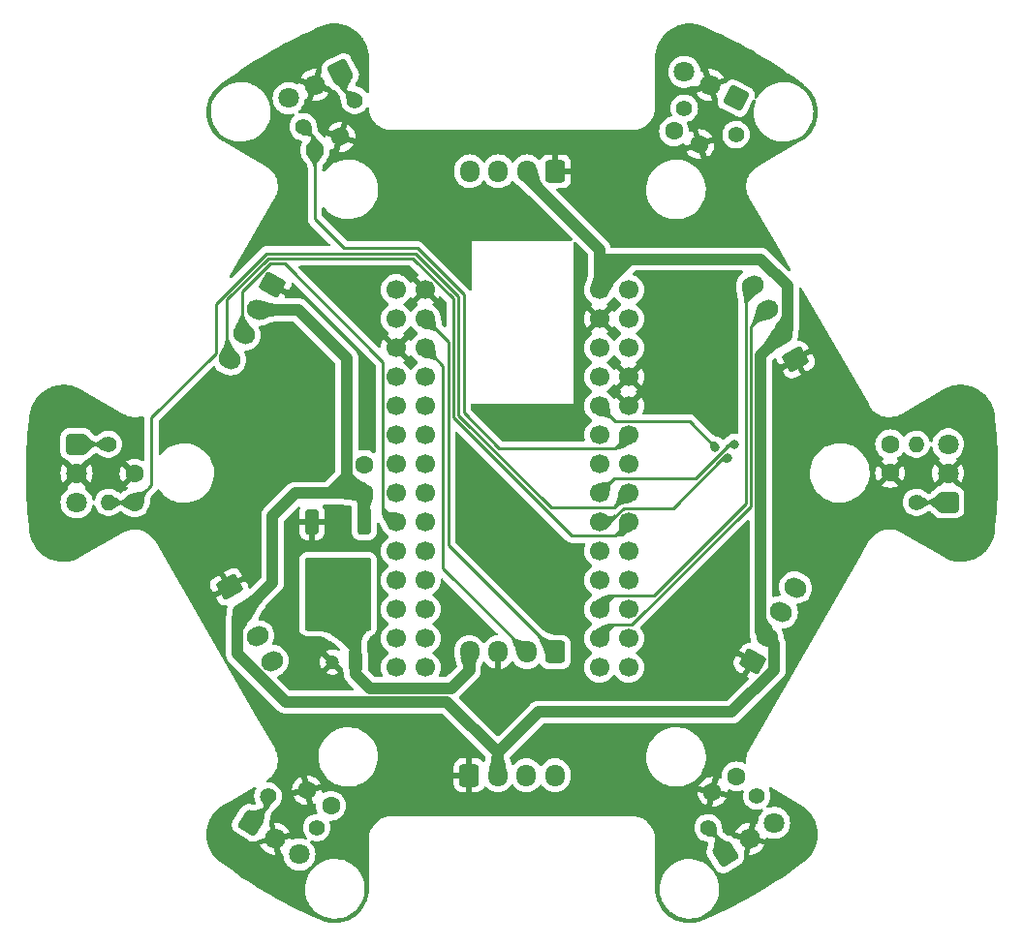
<source format=gbr>
%TF.GenerationSoftware,KiCad,Pcbnew,7.0.11*%
%TF.CreationDate,2025-01-20T02:02:22+09:00*%
%TF.ProjectId,CAM,43414d2e-6b69-4636-9164-5f7063625858,rev?*%
%TF.SameCoordinates,Original*%
%TF.FileFunction,Copper,L1,Top*%
%TF.FilePolarity,Positive*%
%FSLAX46Y46*%
G04 Gerber Fmt 4.6, Leading zero omitted, Abs format (unit mm)*
G04 Created by KiCad (PCBNEW 7.0.11) date 2025-01-20 02:02:22*
%MOMM*%
%LPD*%
G01*
G04 APERTURE LIST*
G04 Aperture macros list*
%AMRoundRect*
0 Rectangle with rounded corners*
0 $1 Rounding radius*
0 $2 $3 $4 $5 $6 $7 $8 $9 X,Y pos of 4 corners*
0 Add a 4 corners polygon primitive as box body*
4,1,4,$2,$3,$4,$5,$6,$7,$8,$9,$2,$3,0*
0 Add four circle primitives for the rounded corners*
1,1,$1+$1,$2,$3*
1,1,$1+$1,$4,$5*
1,1,$1+$1,$6,$7*
1,1,$1+$1,$8,$9*
0 Add four rect primitives between the rounded corners*
20,1,$1+$1,$2,$3,$4,$5,0*
20,1,$1+$1,$4,$5,$6,$7,0*
20,1,$1+$1,$6,$7,$8,$9,0*
20,1,$1+$1,$8,$9,$2,$3,0*%
%AMHorizOval*
0 Thick line with rounded ends*
0 $1 width*
0 $2 $3 position (X,Y) of the first rounded end (center of the circle)*
0 $4 $5 position (X,Y) of the second rounded end (center of the circle)*
0 Add line between two ends*
20,1,$1,$2,$3,$4,$5,0*
0 Add two circle primitives to create the rounded ends*
1,1,$1,$2,$3*
1,1,$1,$4,$5*%
G04 Aperture macros list end*
%TA.AperFunction,ComponentPad*%
%ADD10C,1.600000*%
%TD*%
%TA.AperFunction,ComponentPad*%
%ADD11RoundRect,0.250200X0.649800X-0.649800X0.649800X0.649800X-0.649800X0.649800X-0.649800X-0.649800X0*%
%TD*%
%TA.AperFunction,ComponentPad*%
%ADD12C,1.800000*%
%TD*%
%TA.AperFunction,ComponentPad*%
%ADD13C,1.700000*%
%TD*%
%TA.AperFunction,SMDPad,CuDef*%
%ADD14RoundRect,0.250000X-0.350000X0.850000X-0.350000X-0.850000X0.350000X-0.850000X0.350000X0.850000X0*%
%TD*%
%TA.AperFunction,SMDPad,CuDef*%
%ADD15RoundRect,0.250000X-1.125000X1.275000X-1.125000X-1.275000X1.125000X-1.275000X1.125000X1.275000X0*%
%TD*%
%TA.AperFunction,SMDPad,CuDef*%
%ADD16RoundRect,0.249997X-2.650003X2.950003X-2.650003X-2.950003X2.650003X-2.950003X2.650003X2.950003X0*%
%TD*%
%TA.AperFunction,ComponentPad*%
%ADD17C,1.400000*%
%TD*%
%TA.AperFunction,ComponentPad*%
%ADD18HorizOval,1.400000X0.000000X0.000000X0.000000X0.000000X0*%
%TD*%
%TA.AperFunction,ComponentPad*%
%ADD19RoundRect,0.250000X0.600000X0.725000X-0.600000X0.725000X-0.600000X-0.725000X0.600000X-0.725000X0*%
%TD*%
%TA.AperFunction,ComponentPad*%
%ADD20O,1.700000X1.950000*%
%TD*%
%TA.AperFunction,ComponentPad*%
%ADD21O,1.400000X1.400000*%
%TD*%
%TA.AperFunction,ComponentPad*%
%ADD22HorizOval,1.400000X0.000000X0.000000X0.000000X0.000000X0*%
%TD*%
%TA.AperFunction,ComponentPad*%
%ADD23RoundRect,0.250200X-0.649800X0.649800X-0.649800X-0.649800X0.649800X-0.649800X0.649800X0.649800X0*%
%TD*%
%TA.AperFunction,ComponentPad*%
%ADD24HorizOval,1.400000X0.000000X0.000000X0.000000X0.000000X0*%
%TD*%
%TA.AperFunction,ComponentPad*%
%ADD25RoundRect,0.250000X-0.600000X-0.725000X0.600000X-0.725000X0.600000X0.725000X-0.600000X0.725000X0*%
%TD*%
%TA.AperFunction,ComponentPad*%
%ADD26RoundRect,0.250000X0.927868X-0.157115X0.327868X0.882115X-0.927868X0.157115X-0.327868X-0.882115X0*%
%TD*%
%TA.AperFunction,ComponentPad*%
%ADD27HorizOval,1.700000X0.108253X0.062500X-0.108253X-0.062500X0*%
%TD*%
%TA.AperFunction,ComponentPad*%
%ADD28RoundRect,0.250000X-0.327868X0.882115X-0.927868X-0.157115X0.327868X-0.882115X0.927868X0.157115X0*%
%TD*%
%TA.AperFunction,ComponentPad*%
%ADD29HorizOval,1.700000X-0.108253X0.062500X0.108253X-0.062500X0*%
%TD*%
%TA.AperFunction,ComponentPad*%
%ADD30R,1.200000X1.200000*%
%TD*%
%TA.AperFunction,ComponentPad*%
%ADD31C,1.200000*%
%TD*%
%TA.AperFunction,ComponentPad*%
%ADD32HorizOval,1.400000X0.000000X0.000000X0.000000X0.000000X0*%
%TD*%
%TA.AperFunction,ComponentPad*%
%ADD33RoundRect,0.250000X0.327868X-0.882115X0.927868X0.157115X-0.327868X0.882115X-0.927868X-0.157115X0*%
%TD*%
%TA.AperFunction,ComponentPad*%
%ADD34RoundRect,0.250200X-0.898875X-0.191062X0.191062X-0.898875X0.898875X0.191062X-0.191062X0.898875X0*%
%TD*%
%TA.AperFunction,ComponentPad*%
%ADD35RoundRect,0.250200X0.283973X0.873979X-0.873979X0.283973X-0.283973X-0.873979X0.873979X-0.283973X0*%
%TD*%
%TA.AperFunction,ComponentPad*%
%ADD36RoundRect,0.250200X0.873979X0.283973X-0.283973X0.873979X-0.873979X-0.283973X0.283973X-0.873979X0*%
%TD*%
%TA.AperFunction,ComponentPad*%
%ADD37RoundRect,0.250200X-0.191062X-0.898875X0.898875X-0.191062X0.191062X0.898875X-0.898875X0.191062X0*%
%TD*%
%TA.AperFunction,ComponentPad*%
%ADD38RoundRect,0.250000X-0.927868X0.157115X-0.327868X-0.882115X0.927868X-0.157115X0.327868X0.882115X0*%
%TD*%
%TA.AperFunction,ComponentPad*%
%ADD39HorizOval,1.700000X-0.108253X-0.062500X0.108253X0.062500X0*%
%TD*%
%TA.AperFunction,ViaPad*%
%ADD40C,0.800000*%
%TD*%
%TA.AperFunction,Conductor*%
%ADD41C,0.250000*%
%TD*%
%TA.AperFunction,Conductor*%
%ADD42C,1.000000*%
%TD*%
G04 APERTURE END LIST*
D10*
%TO.P,C3,1*%
%TO.N,/IR3*%
X171990339Y-128097201D03*
%TO.P,C3,2*%
%TO.N,GND*%
X169893663Y-129458799D03*
%TD*%
D11*
%TO.P,U2,1,OUT*%
%TO.N,Net-(U2-OUT)*%
X190491000Y-104140000D03*
D12*
%TO.P,U2,2,GND*%
%TO.N,GND*%
X190491000Y-101600000D03*
%TO.P,U2,3,Vs*%
%TO.N,+3.3V*%
X190491000Y-99060000D03*
%TD*%
D13*
%TO.P,U8,1,GND*%
%TO.N,GND*%
X142240000Y-90630000D03*
X144780000Y-85550000D03*
X160020000Y-88090000D03*
X162560000Y-93170000D03*
X162560000Y-95710000D03*
X162560000Y-113490000D03*
%TO.P,U8,2,0_RX1_CRX2_CS1*%
%TO.N,/CAMTX*%
X144780000Y-88090000D03*
%TO.P,U8,3,1_TX1_CTX2_MISO1*%
%TO.N,/CAMRX*%
X144780000Y-90630000D03*
%TO.P,U8,4,2_OUT2*%
%TO.N,unconnected-(U8-2_OUT2-Pad4)*%
X144780000Y-93170000D03*
%TO.P,U8,5,3_LRCLK2*%
%TO.N,unconnected-(U8-3_LRCLK2-Pad5)*%
X144780000Y-95710000D03*
%TO.P,U8,6,4_BCLK2*%
%TO.N,unconnected-(U8-4_BCLK2-Pad6)*%
X144780000Y-98250000D03*
%TO.P,U8,7,5_IN2*%
%TO.N,unconnected-(U8-5_IN2-Pad7)*%
X144780000Y-100790000D03*
%TO.P,U8,8,6_OUT1D*%
%TO.N,unconnected-(U8-6_OUT1D-Pad8)*%
X144780000Y-103330000D03*
%TO.P,U8,9,7_RX2_OUT1A*%
%TO.N,/CAM1RX*%
X144780000Y-105870000D03*
%TO.P,U8,10,8_TX2_IN1*%
%TO.N,/CAM1TX*%
X144780000Y-108410000D03*
%TO.P,U8,11,9_OUT1C*%
%TO.N,unconnected-(U8-9_OUT1C-Pad11)*%
X144780000Y-110950000D03*
%TO.P,U8,12,10_CS_MQSR*%
%TO.N,unconnected-(U8-10_CS_MQSR-Pad12)*%
X144780000Y-113490000D03*
%TO.P,U8,13,11_MOSI_CTX1*%
%TO.N,unconnected-(U8-11_MOSI_CTX1-Pad13)*%
X144780000Y-116030000D03*
%TO.P,U8,14,12_MISO_MQSL*%
%TO.N,unconnected-(U8-12_MISO_MQSL-Pad14)*%
X144780000Y-118570000D03*
%TO.P,U8,15,VBAT*%
%TO.N,unconnected-(U8-VBAT-Pad15)*%
X142240000Y-118570000D03*
%TO.P,U8,18,PROGRAM*%
%TO.N,unconnected-(U8-PROGRAM-Pad18)*%
X162560000Y-116030000D03*
%TO.P,U8,19,ON_OFF*%
%TO.N,unconnected-(U8-ON_OFF-Pad19)*%
X162560000Y-118570000D03*
%TO.P,U8,20,13_SCK_CRX1_LED*%
%TO.N,unconnected-(U8-13_SCK_CRX1_LED-Pad20)*%
X160020000Y-118570000D03*
%TO.P,U8,21,14_A0_TX3_SPDIF_OUT*%
%TO.N,/CAM2TX*%
X160020000Y-116030000D03*
%TO.P,U8,22,15_A1_RX3_SPDIF_IN*%
%TO.N,/CAM2RX*%
X160020000Y-113490000D03*
%TO.P,U8,23,16_A2_RX4_SCL1*%
%TO.N,/CAM3RX*%
X160020000Y-110950000D03*
%TO.P,U8,24,17_A3_TX4_SDA1*%
%TO.N,/CAM3TX*%
X160020000Y-108410000D03*
%TO.P,U8,25,18_A4_SDA0*%
%TO.N,/IR1*%
X160020000Y-105870000D03*
%TO.P,U8,26,19_A5_SCL0*%
%TO.N,/IR2*%
X160020000Y-103330000D03*
%TO.P,U8,27,20_A6_TX5_LRCLK1*%
%TO.N,/CAM4TX*%
X160020000Y-100790000D03*
%TO.P,U8,28,21_A7_RX5_BCLK1*%
%TO.N,/CAM4RX*%
X160020000Y-98250000D03*
%TO.P,U8,29,22_A8_CTX1*%
%TO.N,/IR3*%
X160020000Y-95710000D03*
%TO.P,U8,30,23_A9_CRX1_MCLK1*%
%TO.N,/IR4*%
X160020000Y-93170000D03*
%TO.P,U8,31,3V3*%
%TO.N,+3.3V*%
X142240000Y-95710000D03*
X160020000Y-90630000D03*
X162560000Y-110950000D03*
%TO.P,U8,33,VIN*%
%TO.N,+5V*%
X160020000Y-85550000D03*
%TO.P,U8,34,VUSB*%
%TO.N,unconnected-(U8-VUSB-Pad34)*%
X162560000Y-85550000D03*
%TO.P,U8,35,24_A10_TX6_SCL2*%
%TO.N,/CAM5TX*%
X162560000Y-108410000D03*
%TO.P,U8,36,25_A11_RX6_SDA2*%
%TO.N,/CAM5RX*%
X162560000Y-100790000D03*
%TO.P,U8,37,26_A12_MOSI1*%
%TO.N,/IR5*%
X162560000Y-103330000D03*
%TO.P,U8,38,27_A13_SCK1*%
%TO.N,/IR6*%
X162560000Y-98250000D03*
%TO.P,U8,39,28_RX7*%
%TO.N,/CAM6RX*%
X162560000Y-105870000D03*
%TO.P,U8,40,29_TX7*%
%TO.N,/CAM6TX*%
X142240000Y-105870000D03*
%TO.P,U8,41,30_CRX3*%
%TO.N,unconnected-(U8-30_CRX3-Pad41)*%
X142240000Y-116030000D03*
%TO.P,U8,42,31_CTX3*%
%TO.N,unconnected-(U8-31_CTX3-Pad42)*%
X142240000Y-108410000D03*
%TO.P,U8,43,32_OUT1B*%
%TO.N,unconnected-(U8-32_OUT1B-Pad43)*%
X142240000Y-113490000D03*
%TO.P,U8,44,33_MCLK2*%
%TO.N,unconnected-(U8-33_MCLK2-Pad44)*%
X142240000Y-110950000D03*
%TO.P,U8,45,34_DAT1_MISO2*%
%TO.N,unconnected-(U8-34_DAT1_MISO2-Pad45)*%
X142240000Y-85550000D03*
%TO.P,U8,46,35_DAT0_MOSI2*%
%TO.N,unconnected-(U8-35_DAT0_MOSI2-Pad46)*%
X142240000Y-88090000D03*
%TO.P,U8,48,36_CLK_CS2*%
%TO.N,unconnected-(U8-36_CLK_CS2-Pad48)*%
X142240000Y-93170000D03*
%TO.P,U8,50,37_CMD_SCK2*%
%TO.N,unconnected-(U8-37_CMD_SCK2-Pad50)*%
X142240000Y-98250000D03*
%TO.P,U8,51,38_DAT3_RX5*%
%TO.N,unconnected-(U8-38_DAT3_RX5-Pad51)*%
X142240000Y-100790000D03*
%TO.P,U8,52,39_DAT2_TX5*%
%TO.N,unconnected-(U8-39_DAT2_TX5-Pad52)*%
X142240000Y-103330000D03*
%TO.P,U8,53,D-*%
%TO.N,unconnected-(U8-D--Pad53)*%
X162560000Y-88090000D03*
%TO.P,U8,54,D+*%
%TO.N,unconnected-(U8-D+-Pad54)*%
X162560000Y-90630000D03*
%TD*%
D14*
%TO.P,U7,1,GND*%
%TO.N,GND*%
X134881000Y-105865000D03*
%TO.P,U7,2,VO*%
%TO.N,+5V*%
X139441000Y-105865000D03*
D15*
%TO.P,U7,3,VI*%
%TO.N,+12V*%
X138686000Y-110490000D03*
X135636000Y-110490000D03*
D16*
X137161000Y-112165000D03*
D15*
X138686000Y-113840000D03*
X135636000Y-113840000D03*
%TD*%
D10*
%TO.P,C1,1*%
%TO.N,/IR1*%
X166530000Y-71690000D03*
%TO.P,C1,2*%
%TO.N,GND*%
X168757516Y-72824976D03*
%TD*%
D17*
%TO.P,R4,1*%
%TO.N,Net-(U4-OUT)*%
X131040751Y-129826720D03*
D18*
%TO.P,R4,2*%
%TO.N,/IR4*%
X135301197Y-132593486D03*
%TD*%
D19*
%TO.P,J7,1,Pin_1*%
%TO.N,/CAMTX*%
X156150000Y-117242000D03*
D20*
%TO.P,J7,2,Pin_2*%
%TO.N,/CAMRX*%
X153650000Y-117242000D03*
%TO.P,J7,3,Pin_3*%
%TO.N,GND*%
X151150000Y-117242000D03*
%TO.P,J7,4,Pin_4*%
%TO.N,+12V*%
X148650000Y-117242000D03*
%TD*%
D10*
%TO.P,C8,1*%
%TO.N,+5V*%
X139446000Y-103358000D03*
%TO.P,C8,2*%
%TO.N,GND*%
X139446000Y-100858000D03*
%TD*%
D17*
%TO.P,R5,1*%
%TO.N,Net-(U5-OUT)*%
X117094000Y-99060000D03*
D21*
%TO.P,R5,2*%
%TO.N,/IR5*%
X117094000Y-104140000D03*
%TD*%
D17*
%TO.P,R6,1*%
%TO.N,Net-(U6-OUT)*%
X138634568Y-68988988D03*
D22*
%TO.P,R6,2*%
%TO.N,/IR6*%
X134108255Y-71295260D03*
%TD*%
D23*
%TO.P,U5,1,OUT*%
%TO.N,Net-(U5-OUT)*%
X114309000Y-99060000D03*
D12*
%TO.P,U5,2,GND*%
%TO.N,GND*%
X114309000Y-101600000D03*
%TO.P,U5,3,Vs*%
%TO.N,+3.3V*%
X114309000Y-104140000D03*
%TD*%
D17*
%TO.P,R3,1*%
%TO.N,Net-(U3-OUT)*%
X169498803Y-132593486D03*
D24*
%TO.P,R3,2*%
%TO.N,/IR3*%
X173759249Y-129826720D03*
%TD*%
D25*
%TO.P,J4,1,Pin_1*%
%TO.N,GND*%
X148630000Y-128016000D03*
D20*
%TO.P,J4,2,Pin_2*%
%TO.N,+5V*%
X151130000Y-128016000D03*
%TO.P,J4,3,Pin_3*%
%TO.N,/CAM4TX*%
X153630000Y-128016000D03*
%TO.P,J4,4,Pin_4*%
%TO.N,/CAM4RX*%
X156130000Y-128016000D03*
%TD*%
D26*
%TO.P,J2,1,Pin_1*%
%TO.N,GND*%
X177161927Y-91656916D03*
D27*
%TO.P,J2,2,Pin_2*%
%TO.N,+5V*%
X175911927Y-89491852D03*
%TO.P,J2,3,Pin_3*%
%TO.N,/CAM2TX*%
X174661927Y-87326789D03*
%TO.P,J2,4,Pin_4*%
%TO.N,/CAM2RX*%
X173411927Y-85161725D03*
%TD*%
D28*
%TO.P,J6,1,Pin_1*%
%TO.N,GND*%
X131422795Y-85135584D03*
D29*
%TO.P,J6,2,Pin_2*%
%TO.N,+5V*%
X130172795Y-87300648D03*
%TO.P,J6,3,Pin_3*%
%TO.N,/CAM6TX*%
X128922795Y-89465711D03*
%TO.P,J6,4,Pin_4*%
%TO.N,/CAM6RX*%
X127672795Y-91630775D03*
%TD*%
D30*
%TO.P,C7,1*%
%TO.N,+12V*%
X138684000Y-118110000D03*
D31*
%TO.P,C7,2*%
%TO.N,GND*%
X136684000Y-118110000D03*
%TD*%
D10*
%TO.P,C5,1*%
%TO.N,/IR5*%
X119380000Y-104140000D03*
%TO.P,C5,2*%
%TO.N,GND*%
X119380000Y-101640000D03*
%TD*%
%TO.P,C4,1*%
%TO.N,/IR4*%
X136546242Y-130676285D03*
%TO.P,C4,2*%
%TO.N,GND*%
X134449566Y-129314687D03*
%TD*%
D17*
%TO.P,R1,1*%
%TO.N,Net-(U1-OUT)*%
X171950000Y-71990000D03*
D32*
%TO.P,R1,2*%
%TO.N,/IR1*%
X167423687Y-69683728D03*
%TD*%
D33*
%TO.P,J3,1,Pin_1*%
%TO.N,GND*%
X173391927Y-118072916D03*
D29*
%TO.P,J3,2,Pin_2*%
%TO.N,+5V*%
X174641927Y-115907852D03*
%TO.P,J3,3,Pin_3*%
%TO.N,/CAM3TX*%
X175891927Y-113742789D03*
%TO.P,J3,4,Pin_4*%
%TO.N,/CAM3RX*%
X177141927Y-111577725D03*
%TD*%
D34*
%TO.P,U4,1,OUT*%
%TO.N,Net-(U4-OUT)*%
X129519030Y-132169965D03*
D12*
%TO.P,U4,2,GND*%
%TO.N,GND*%
X131649253Y-133553348D03*
%TO.P,U4,3,Vs*%
%TO.N,+3.3V*%
X133779476Y-134936731D03*
%TD*%
D35*
%TO.P,U6,1,OUT*%
%TO.N,Net-(U6-OUT)*%
X137370204Y-66507535D03*
D12*
%TO.P,U6,2,GND*%
%TO.N,GND*%
X135107047Y-67660671D03*
%TO.P,U6,3,Vs*%
%TO.N,+3.3V*%
X132843891Y-68813807D03*
%TD*%
D36*
%TO.P,U1,1,OUT*%
%TO.N,Net-(U1-OUT)*%
X171956109Y-68813806D03*
D12*
%TO.P,U1,2,GND*%
%TO.N,GND*%
X169692952Y-67660670D03*
%TO.P,U1,3,Vs*%
%TO.N,+3.3V*%
X167429796Y-66507534D03*
%TD*%
D19*
%TO.P,J1,1,Pin_1*%
%TO.N,GND*%
X156170000Y-75201000D03*
D20*
%TO.P,J1,2,Pin_2*%
%TO.N,+5V*%
X153670000Y-75201000D03*
%TO.P,J1,3,Pin_3*%
%TO.N,/CAM1TX*%
X151170000Y-75201000D03*
%TO.P,J1,4,Pin_4*%
%TO.N,/CAM1RX*%
X148670000Y-75201000D03*
%TD*%
D37*
%TO.P,U3,1,OUT*%
%TO.N,Net-(U3-OUT)*%
X171015622Y-134929184D03*
D12*
%TO.P,U3,2,GND*%
%TO.N,GND*%
X173145845Y-133545801D03*
%TO.P,U3,3,Vs*%
%TO.N,+3.3V*%
X175276068Y-132162418D03*
%TD*%
D17*
%TO.P,R2,1*%
%TO.N,Net-(U2-OUT)*%
X187706000Y-104140000D03*
D21*
%TO.P,R2,2*%
%TO.N,/IR2*%
X187706000Y-99060000D03*
%TD*%
D10*
%TO.P,C6,1*%
%TO.N,/IR6*%
X135146077Y-73332100D03*
%TO.P,C6,2*%
%TO.N,GND*%
X137373593Y-72197124D03*
%TD*%
D38*
%TO.P,J5,1,Pin_1*%
%TO.N,GND*%
X127652795Y-111534584D03*
D39*
%TO.P,J5,2,Pin_2*%
%TO.N,+5V*%
X128902795Y-113699648D03*
%TO.P,J5,3,Pin_3*%
%TO.N,/CAM5TX*%
X130152795Y-115864711D03*
%TO.P,J5,4,Pin_4*%
%TO.N,/CAM5RX*%
X131402795Y-118029775D03*
%TD*%
D10*
%TO.P,C2,1*%
%TO.N,/IR2*%
X185420000Y-99060000D03*
%TO.P,C2,2*%
%TO.N,GND*%
X185420000Y-101560000D03*
%TD*%
D40*
%TO.N,/IR1*%
X171197653Y-100277653D03*
%TO.N,GND*%
X153162000Y-98044000D03*
X169790000Y-92840000D03*
X173170000Y-66290000D03*
X178080000Y-89530000D03*
X138320000Y-84130000D03*
X158370000Y-129950000D03*
X136200000Y-97780000D03*
X174780000Y-136020000D03*
X152410000Y-72830000D03*
X135230000Y-84090000D03*
X156210000Y-96266000D03*
X181700000Y-96310000D03*
X130560000Y-81110000D03*
X156210000Y-80518000D03*
X131050000Y-66220000D03*
X140960000Y-72770000D03*
X169740000Y-81200000D03*
X127230000Y-102690000D03*
X140280000Y-107970000D03*
X133150000Y-106030000D03*
X131320000Y-102800000D03*
X150114000Y-96266000D03*
X146700000Y-118380000D03*
X146060000Y-123280000D03*
X161300000Y-86830000D03*
X148550000Y-121310000D03*
X171820000Y-129930000D03*
X133290000Y-96850000D03*
X176020000Y-96130000D03*
X113170000Y-106720000D03*
X176020000Y-104960000D03*
X129550000Y-110420000D03*
X161280000Y-89350000D03*
X131200000Y-73660000D03*
X148082000Y-83820000D03*
X123480000Y-97720000D03*
X168440000Y-71110000D03*
X165440000Y-68420000D03*
X178570000Y-93430000D03*
X164720000Y-73000000D03*
X113110000Y-96530000D03*
X123810000Y-110560000D03*
X134440000Y-123300000D03*
X191830000Y-96330000D03*
X132290000Y-89160000D03*
X140480000Y-129260000D03*
X191480000Y-106550000D03*
X136360000Y-70080000D03*
X171980000Y-113570000D03*
X151080000Y-123700000D03*
X172800000Y-74150000D03*
X139520000Y-94550000D03*
X152370000Y-80350000D03*
X180330000Y-111510000D03*
X161050000Y-72460000D03*
X133440000Y-119440000D03*
X175870000Y-98960000D03*
X138150000Y-80720000D03*
X135390000Y-116740000D03*
X164480000Y-84520000D03*
X139690000Y-97950000D03*
X133000000Y-111000000D03*
X140570000Y-117330000D03*
X164690000Y-90660000D03*
X150090000Y-129590000D03*
X187730000Y-101540000D03*
X125120000Y-94390000D03*
X137160000Y-105930000D03*
X169750000Y-84580000D03*
X167330000Y-64120000D03*
X172030000Y-78120000D03*
X146750000Y-113500000D03*
X140450000Y-89210000D03*
X117800000Y-102540000D03*
X156050000Y-120090000D03*
X134020000Y-76310000D03*
X137320000Y-63570000D03*
X126400000Y-107470000D03*
X143480000Y-84150000D03*
X134060000Y-81050000D03*
X151120000Y-119310000D03*
X170640000Y-124250000D03*
X166170000Y-113570000D03*
X152440000Y-108040000D03*
X136270000Y-94440000D03*
X165280000Y-132470000D03*
%TO.N,/IR2*%
X171800000Y-99050000D03*
%TO.N,/IR3*%
X170127347Y-99297347D03*
%TD*%
D41*
%TO.N,/IR1*%
X162130000Y-104630000D02*
X166456396Y-104630000D01*
X166456396Y-104630000D02*
X170808743Y-100277653D01*
X170808743Y-100277653D02*
X171197653Y-100277653D01*
X160020000Y-105870000D02*
X160890000Y-105870000D01*
X160890000Y-105870000D02*
X162130000Y-104630000D01*
%TO.N,/IR2*%
X171400000Y-99050000D02*
X168400000Y-102050000D01*
X168400000Y-102050000D02*
X161300000Y-102050000D01*
X171800000Y-99050000D02*
X171400000Y-99050000D01*
X161300000Y-102050000D02*
X160020000Y-103330000D01*
%TO.N,/IR3*%
X161385000Y-97075000D02*
X167905000Y-97075000D01*
X160020000Y-95710000D02*
X161385000Y-97075000D01*
X167905000Y-97075000D02*
X170127347Y-99297347D01*
X173759249Y-129826720D02*
X173719858Y-129826720D01*
%TO.N,/IR5*%
X147690000Y-86153604D02*
X147690000Y-96507604D01*
X126480000Y-91096757D02*
X126480000Y-86778587D01*
X117094000Y-104140000D02*
X119380000Y-104140000D01*
X130888587Y-82370000D02*
X143906396Y-82370000D01*
X147690000Y-96507604D02*
X155792396Y-104610000D01*
X143906396Y-82370000D02*
X147690000Y-86153604D01*
X161280000Y-104610000D02*
X162560000Y-103330000D01*
X126480000Y-86778587D02*
X130888587Y-82370000D01*
X120860000Y-102660000D02*
X120860000Y-96716757D01*
X119380000Y-104140000D02*
X120860000Y-102660000D01*
X120860000Y-96716757D02*
X126480000Y-91096757D01*
X155792396Y-104610000D02*
X161280000Y-104610000D01*
%TO.N,/IR6*%
X135146077Y-72333082D02*
X134108255Y-71295260D01*
X162560000Y-98250000D02*
X161385000Y-99425000D01*
X151243792Y-99425000D02*
X148140000Y-96321208D01*
X161385000Y-99425000D02*
X151243792Y-99425000D01*
X137710000Y-81920000D02*
X135146077Y-79356077D01*
X135146077Y-79356077D02*
X135146077Y-73332100D01*
X135146077Y-73332100D02*
X135146077Y-72333082D01*
X148140000Y-85967208D02*
X144092792Y-81920000D01*
X144092792Y-81920000D02*
X137710000Y-81920000D01*
X148140000Y-96321208D02*
X148140000Y-85967208D01*
D42*
%TO.N,+12V*%
X138686000Y-113840000D02*
X138686000Y-118108000D01*
X139954000Y-120396000D02*
X147066000Y-120396000D01*
X138684000Y-118110000D02*
X138684000Y-116888000D01*
X137161000Y-114591000D02*
X137161000Y-112165000D01*
X138684000Y-118110000D02*
X138684000Y-119126000D01*
X148650000Y-118812000D02*
X148650000Y-117242000D01*
X138684000Y-119126000D02*
X139954000Y-120396000D01*
X138684000Y-118110000D02*
X138684000Y-116114000D01*
X138686000Y-118108000D02*
X138684000Y-118110000D01*
X138684000Y-116114000D02*
X137161000Y-114591000D01*
X147066000Y-120396000D02*
X148650000Y-118812000D01*
X138684000Y-116888000D02*
X135636000Y-113840000D01*
%TO.N,+5V*%
X160020000Y-85550000D02*
X160020000Y-82042000D01*
X137946000Y-101858000D02*
X137946000Y-101882000D01*
X137946000Y-101858000D02*
X137920000Y-101884000D01*
X132566000Y-121596000D02*
X146685000Y-121596000D01*
X133432000Y-103358000D02*
X136470000Y-103358000D01*
X133680648Y-87300648D02*
X130172795Y-87300648D01*
X131450000Y-105340000D02*
X133432000Y-103358000D01*
X174120319Y-115386244D02*
X174120319Y-91283460D01*
X174641927Y-115907852D02*
X174120319Y-115386244D01*
X128902795Y-113699648D02*
X131450000Y-111152443D01*
X175290000Y-118780000D02*
X175290000Y-116555925D01*
X128381187Y-117411187D02*
X132566000Y-121596000D01*
X160080000Y-82880000D02*
X160020000Y-82940000D01*
X137946000Y-101858000D02*
X137946000Y-91566000D01*
X163060000Y-82880000D02*
X160980000Y-82880000D01*
X139446000Y-103358000D02*
X137946000Y-101858000D01*
X162690000Y-82880000D02*
X161570000Y-84000000D01*
X151130000Y-126041000D02*
X154681000Y-122490000D01*
X137920000Y-103358000D02*
X139446000Y-103358000D01*
X174120319Y-91283460D02*
X175911927Y-89491852D01*
X137946000Y-91566000D02*
X133680648Y-87300648D01*
X160020000Y-84074000D02*
X160020000Y-85550000D01*
X154681000Y-122490000D02*
X171580000Y-122490000D01*
X175911927Y-89491852D02*
X176433535Y-88970244D01*
X161570000Y-84000000D02*
X160725000Y-84845000D01*
X153670000Y-75692000D02*
X153670000Y-75201000D01*
X176433535Y-85233535D02*
X174080000Y-82880000D01*
X174080000Y-82880000D02*
X163060000Y-82880000D01*
X160980000Y-82880000D02*
X160080000Y-82880000D01*
X171580000Y-122490000D02*
X175290000Y-118780000D01*
X139441000Y-103363000D02*
X139446000Y-103358000D01*
X146685000Y-121596000D02*
X151130000Y-126041000D01*
X151130000Y-126041000D02*
X151130000Y-128016000D01*
X160020000Y-82042000D02*
X157607000Y-79629000D01*
X137920000Y-101884000D02*
X137920000Y-103358000D01*
X160020000Y-82940000D02*
X160020000Y-85550000D01*
X160980000Y-84590000D02*
X160020000Y-85550000D01*
X137946000Y-101882000D02*
X136470000Y-103358000D01*
X128381187Y-114221256D02*
X128381187Y-117411187D01*
X163060000Y-82880000D02*
X162690000Y-82880000D01*
X176433535Y-88970244D02*
X176433535Y-85233535D01*
X131450000Y-111152443D02*
X131450000Y-105340000D01*
X158110000Y-80132000D02*
X153670000Y-75692000D01*
X175290000Y-116555925D02*
X174641927Y-115907852D01*
X161570000Y-84000000D02*
X160020000Y-85550000D01*
X139441000Y-105865000D02*
X139441000Y-103363000D01*
X128902795Y-113699648D02*
X128381187Y-114221256D01*
X136470000Y-103358000D02*
X137920000Y-103358000D01*
X160980000Y-82880000D02*
X160980000Y-84590000D01*
D41*
%TO.N,/CAM2TX*%
X173240000Y-104471701D02*
X162856701Y-114855000D01*
X173240000Y-88748716D02*
X173240000Y-104471701D01*
X174661927Y-87326789D02*
X173240000Y-88748716D01*
X161195000Y-114855000D02*
X160020000Y-116030000D01*
X162856701Y-114855000D02*
X161195000Y-114855000D01*
%TO.N,/CAM2RX*%
X164760305Y-112315000D02*
X161195000Y-112315000D01*
X172790000Y-104285305D02*
X164760305Y-112315000D01*
X173411927Y-85161725D02*
X172790000Y-85783652D01*
X161195000Y-112315000D02*
X160020000Y-113490000D01*
X172790000Y-85783652D02*
X172790000Y-104285305D01*
%TO.N,/CAM6TX*%
X128803612Y-85727767D02*
X131261379Y-83270000D01*
X132490000Y-83270000D02*
X141065000Y-91845000D01*
X131261379Y-83270000D02*
X132490000Y-83270000D01*
X141065000Y-104695000D02*
X142240000Y-105870000D01*
X128803612Y-89346528D02*
X128803612Y-85727767D01*
X128922795Y-89465711D02*
X128803612Y-89346528D01*
X141065000Y-91845000D02*
X141065000Y-104695000D01*
%TO.N,/CAM6RX*%
X147240000Y-96694000D02*
X157606000Y-107060000D01*
X147240000Y-86340000D02*
X147240000Y-96694000D01*
X127672795Y-91630775D02*
X127470000Y-91427980D01*
X131074983Y-82820000D02*
X143720000Y-82820000D01*
X127470000Y-91427980D02*
X127470000Y-86424983D01*
X157606000Y-107060000D02*
X161370000Y-107060000D01*
X143720000Y-82820000D02*
X147240000Y-86340000D01*
X161370000Y-107060000D02*
X162560000Y-105870000D01*
X127470000Y-86424983D02*
X131074983Y-82820000D01*
%TO.N,/CAMTX*%
X146790000Y-107882000D02*
X146790000Y-90100000D01*
X156150000Y-117242000D02*
X146790000Y-107882000D01*
X146790000Y-90100000D02*
X144780000Y-88090000D01*
%TO.N,/CAMRX*%
X146340000Y-109932000D02*
X146340000Y-92190000D01*
X153650000Y-117242000D02*
X146340000Y-109932000D01*
X146340000Y-92190000D02*
X144780000Y-90630000D01*
%TO.N,Net-(U2-OUT)*%
X190491000Y-104140000D02*
X187706000Y-104140000D01*
%TO.N,Net-(U3-OUT)*%
X171015622Y-134110305D02*
X171015622Y-134929184D01*
X169498803Y-132593486D02*
X171015622Y-134110305D01*
%TO.N,Net-(U4-OUT)*%
X129519030Y-132169965D02*
X131040751Y-130648244D01*
X131040751Y-130648244D02*
X131040751Y-129826720D01*
%TO.N,Net-(U5-OUT)*%
X114309000Y-99060000D02*
X117094000Y-99060000D01*
%TO.N,Net-(U6-OUT)*%
X137370204Y-67724624D02*
X138634568Y-68988988D01*
X137370204Y-66507535D02*
X137370204Y-67724624D01*
%TD*%
%TA.AperFunction,Conductor*%
%TO.N,+12V*%
G36*
X137181919Y-112194527D02*
G01*
X137183507Y-112196368D01*
X138076869Y-113481119D01*
X139383666Y-115360435D01*
X139385576Y-115369184D01*
X139385306Y-115370342D01*
X139346675Y-115504983D01*
X139346658Y-115505048D01*
X139306506Y-115674979D01*
X139266339Y-115874984D01*
X139226165Y-116105016D01*
X139187532Y-116355085D01*
X139182882Y-116362738D01*
X139175969Y-116364999D01*
X138192028Y-116364999D01*
X138183755Y-116361572D01*
X138182501Y-116360091D01*
X138135317Y-116293911D01*
X138000628Y-116104999D01*
X137815256Y-115874999D01*
X137794404Y-115852501D01*
X137629895Y-115675008D01*
X137605709Y-115652828D01*
X137444512Y-115504998D01*
X137444507Y-115504994D01*
X137444500Y-115504988D01*
X137263613Y-115368376D01*
X137259076Y-115360656D01*
X137258969Y-115359399D01*
X137162208Y-112203409D01*
X137165380Y-112195034D01*
X137173544Y-112191355D01*
X137181919Y-112194527D01*
G37*
%TD.AperFunction*%
%TD*%
%TA.AperFunction,Conductor*%
%TO.N,/IR5*%
G36*
X120430405Y-102927665D02*
G01*
X120592334Y-103089594D01*
X120595761Y-103097867D01*
X120593179Y-103105199D01*
X120381635Y-103368255D01*
X120290744Y-103600118D01*
X120260848Y-103831264D01*
X120260847Y-103831278D01*
X120225840Y-104099414D01*
X120225419Y-104101346D01*
X120122886Y-104433880D01*
X120117173Y-104440777D01*
X120108258Y-104441614D01*
X120107240Y-104441248D01*
X119383787Y-104142562D01*
X119377448Y-104136237D01*
X119377437Y-104136212D01*
X119362650Y-104100397D01*
X119078751Y-103412759D01*
X119078762Y-103403804D01*
X119085101Y-103397479D01*
X119086102Y-103397119D01*
X119418661Y-103294576D01*
X119420573Y-103294159D01*
X119688721Y-103259151D01*
X119688721Y-103259155D01*
X119688733Y-103259149D01*
X119919879Y-103229254D01*
X120151743Y-103138362D01*
X120414803Y-102926819D01*
X120423395Y-102924306D01*
X120430405Y-102927665D01*
G37*
%TD.AperFunction*%
%TD*%
%TA.AperFunction,Conductor*%
%TO.N,/IR2*%
G36*
X171525389Y-98775348D02*
G01*
X171797250Y-99045853D01*
X171800698Y-99054118D01*
X171800698Y-99054168D01*
X171800023Y-99436454D01*
X171796582Y-99444721D01*
X171788302Y-99448133D01*
X171786601Y-99448006D01*
X171645419Y-99427002D01*
X171642872Y-99426323D01*
X171522776Y-99379264D01*
X171419991Y-99340456D01*
X171319600Y-99343422D01*
X171213556Y-99415766D01*
X171204790Y-99417598D01*
X171198689Y-99414374D01*
X171037081Y-99252766D01*
X171033654Y-99244493D01*
X171037079Y-99236222D01*
X171149095Y-99125280D01*
X171235448Y-99041678D01*
X171310477Y-98969932D01*
X171396830Y-98886329D01*
X171508907Y-98775327D01*
X171517193Y-98771942D01*
X171525389Y-98775348D01*
G37*
%TD.AperFunction*%
%TD*%
%TA.AperFunction,Conductor*%
%TO.N,+5V*%
G36*
X161475498Y-84251071D02*
G01*
X161478925Y-84259344D01*
X161478880Y-84260370D01*
X161442325Y-84675593D01*
X161441699Y-84678473D01*
X161340040Y-84965493D01*
X161338884Y-84967865D01*
X161188524Y-85204319D01*
X161188368Y-85204559D01*
X161004921Y-85478043D01*
X160810175Y-85865574D01*
X160803398Y-85871427D01*
X160795255Y-85871134D01*
X160024488Y-85552853D01*
X160018150Y-85546529D01*
X159699608Y-84776520D01*
X159699612Y-84767566D01*
X159705946Y-84761237D01*
X159706904Y-84760889D01*
X159942670Y-84687130D01*
X159943668Y-84686866D01*
X160158766Y-84640370D01*
X160328666Y-84580923D01*
X160440025Y-84464669D01*
X160478235Y-84257224D01*
X160483103Y-84249709D01*
X160489741Y-84247644D01*
X161467225Y-84247644D01*
X161475498Y-84251071D01*
G37*
%TD.AperFunction*%
%TD*%
%TA.AperFunction,Conductor*%
%TO.N,/IR5*%
G36*
X117372269Y-103498766D02*
G01*
X117373187Y-103499195D01*
X117640082Y-103638703D01*
X117641647Y-103639687D01*
X117733762Y-103708423D01*
X117829619Y-103779951D01*
X117992071Y-103900044D01*
X117992077Y-103900048D01*
X118192201Y-103983639D01*
X118483510Y-104013910D01*
X118491384Y-104018172D01*
X118494000Y-104025546D01*
X118494000Y-104254453D01*
X118490573Y-104262726D01*
X118483509Y-104266090D01*
X118192202Y-104296359D01*
X118192200Y-104296359D01*
X117992077Y-104379950D01*
X117992071Y-104379954D01*
X117829660Y-104500015D01*
X117829661Y-104500016D01*
X117641653Y-104640307D01*
X117640076Y-104641299D01*
X117373197Y-104780799D01*
X117364278Y-104781594D01*
X117357408Y-104775850D01*
X117356978Y-104774932D01*
X117094866Y-104144490D01*
X117094855Y-104135538D01*
X117356975Y-103505075D01*
X117363314Y-103498754D01*
X117372269Y-103498766D01*
G37*
%TD.AperFunction*%
%TD*%
%TA.AperFunction,Conductor*%
%TO.N,+5V*%
G36*
X140233353Y-103357984D02*
G01*
X140241621Y-103361421D01*
X140245038Y-103369699D01*
X140245002Y-103370607D01*
X140214365Y-103757623D01*
X140213994Y-103759758D01*
X140138790Y-104037498D01*
X140138442Y-104038576D01*
X140048359Y-104276950D01*
X139972720Y-104556298D01*
X139941853Y-104946228D01*
X139937783Y-104954205D01*
X139930189Y-104957005D01*
X138951838Y-104957005D01*
X138943565Y-104953578D01*
X138940172Y-104946199D01*
X138910320Y-104556567D01*
X138910320Y-104556565D01*
X138837160Y-104277083D01*
X138750031Y-104038443D01*
X138749702Y-104037393D01*
X138676945Y-103759452D01*
X138676599Y-103757386D01*
X138646963Y-103370576D01*
X138649748Y-103362067D01*
X138657735Y-103358018D01*
X138658607Y-103357984D01*
X139446000Y-103357000D01*
X140233353Y-103357984D01*
G37*
%TD.AperFunction*%
%TD*%
%TA.AperFunction,Conductor*%
%TO.N,+5V*%
G36*
X151628491Y-126194427D02*
G01*
X151631733Y-126200627D01*
X151687066Y-126507984D01*
X151744112Y-126803857D01*
X151801182Y-127078852D01*
X151858232Y-127332754D01*
X151913204Y-127557174D01*
X151911844Y-127566025D01*
X151907670Y-127570102D01*
X151135830Y-128013649D01*
X151126949Y-128014800D01*
X151124170Y-128013649D01*
X150352329Y-127570101D01*
X150346864Y-127563008D01*
X150346795Y-127557173D01*
X150401766Y-127332754D01*
X150458816Y-127078852D01*
X150458821Y-127078831D01*
X150515880Y-126803887D01*
X150572940Y-126507943D01*
X150628267Y-126200627D01*
X150633106Y-126193092D01*
X150639782Y-126191000D01*
X151620218Y-126191000D01*
X151628491Y-126194427D01*
G37*
%TD.AperFunction*%
%TD*%
%TA.AperFunction,Conductor*%
%TO.N,+12V*%
G36*
X137181655Y-112194686D02*
G01*
X137183288Y-112196529D01*
X139434862Y-115352951D01*
X139436877Y-115361676D01*
X139432131Y-115369270D01*
X139429750Y-115370581D01*
X139353895Y-115401476D01*
X139264334Y-115455072D01*
X139174784Y-115525774D01*
X139174776Y-115525782D01*
X139085220Y-115613606D01*
X138995955Y-115718204D01*
X138995328Y-115718882D01*
X138298259Y-116415951D01*
X138289986Y-116419378D01*
X138281713Y-116415951D01*
X138280506Y-116414534D01*
X138091760Y-116153553D01*
X138091748Y-116153538D01*
X138091740Y-116153527D01*
X137894929Y-115911395D01*
X137698118Y-115699262D01*
X137501307Y-115517130D01*
X137501300Y-115517125D01*
X137501296Y-115517121D01*
X137308785Y-115368314D01*
X137304335Y-115360543D01*
X137304252Y-115359584D01*
X137162075Y-112203850D01*
X137165126Y-112195431D01*
X137173236Y-112191635D01*
X137181655Y-112194686D01*
G37*
%TD.AperFunction*%
%TD*%
%TA.AperFunction,Conductor*%
%TO.N,+5V*%
G36*
X139938788Y-104168427D02*
G01*
X139942145Y-104175422D01*
X139960996Y-104346978D01*
X139980996Y-104522976D01*
X140000997Y-104692976D01*
X140021003Y-104857027D01*
X140040430Y-105010497D01*
X140038385Y-105018708D01*
X139450562Y-105852437D01*
X139442994Y-105857224D01*
X139434258Y-105855257D01*
X139431438Y-105852437D01*
X138843614Y-105018708D01*
X138841569Y-105010499D01*
X138860999Y-104857000D01*
X138880999Y-104693000D01*
X138901000Y-104522999D01*
X138901003Y-104522976D01*
X138921003Y-104346978D01*
X138939855Y-104175422D01*
X138944165Y-104167573D01*
X138951485Y-104165000D01*
X139930515Y-104165000D01*
X139938788Y-104168427D01*
G37*
%TD.AperFunction*%
%TD*%
%TA.AperFunction,Conductor*%
%TO.N,+12V*%
G36*
X138692413Y-113850560D02*
G01*
X138695786Y-113853933D01*
X139681610Y-115358301D01*
X139683278Y-115367099D01*
X139681345Y-115371514D01*
X139586004Y-115504991D01*
X139586003Y-115504993D01*
X139486001Y-115674994D01*
X139485994Y-115675007D01*
X139386003Y-115874993D01*
X139285996Y-116105007D01*
X139188885Y-116357500D01*
X139182717Y-116363992D01*
X139177965Y-116365000D01*
X138194035Y-116365000D01*
X138185762Y-116361573D01*
X138183115Y-116357500D01*
X138086002Y-116105007D01*
X138085999Y-116105000D01*
X137985999Y-115875000D01*
X137886000Y-115674999D01*
X137786000Y-115504999D01*
X137766474Y-115477662D01*
X137690654Y-115371514D01*
X137688634Y-115362791D01*
X137690387Y-115358304D01*
X138676214Y-113853932D01*
X138683615Y-113848892D01*
X138692413Y-113850560D01*
G37*
%TD.AperFunction*%
%TD*%
%TA.AperFunction,Conductor*%
%TO.N,/IR6*%
G36*
X161787803Y-97930138D02*
G01*
X162556512Y-98248143D01*
X162562846Y-98254472D01*
X162562853Y-98254488D01*
X162881012Y-99024962D01*
X162881003Y-99033917D01*
X162875148Y-99040029D01*
X162515371Y-99208023D01*
X162515342Y-99208038D01*
X162253885Y-99350402D01*
X162253238Y-99350729D01*
X162023915Y-99457742D01*
X162021762Y-99458501D01*
X161747299Y-99526017D01*
X161745198Y-99526335D01*
X161359094Y-99549263D01*
X161350632Y-99546333D01*
X161346721Y-99538278D01*
X161346700Y-99537584D01*
X161346700Y-99308971D01*
X161350127Y-99300698D01*
X161355364Y-99297672D01*
X161641300Y-99220844D01*
X161729097Y-99007522D01*
X161712395Y-98696249D01*
X161693570Y-98324712D01*
X161693790Y-98321797D01*
X161771870Y-97938614D01*
X161776879Y-97931193D01*
X161785670Y-97929487D01*
X161787803Y-97930138D01*
G37*
%TD.AperFunction*%
%TD*%
%TA.AperFunction,Conductor*%
%TO.N,Net-(U4-OUT)*%
G36*
X131044870Y-129829435D02*
G01*
X131345026Y-130130449D01*
X131527494Y-130313439D01*
X131530909Y-130321717D01*
X131527500Y-130329955D01*
X131332865Y-130525420D01*
X131332866Y-130525421D01*
X131189607Y-130670750D01*
X131189597Y-130670762D01*
X131113578Y-130748305D01*
X131066247Y-130796584D01*
X131066224Y-130796607D01*
X130922974Y-130941928D01*
X130922933Y-130941969D01*
X130728369Y-131137367D01*
X130720103Y-131140812D01*
X130711823Y-131137403D01*
X130549868Y-130975448D01*
X130546441Y-130967175D01*
X130548189Y-130961023D01*
X130679738Y-130748305D01*
X130649187Y-130556719D01*
X130530278Y-130361390D01*
X130530065Y-130361024D01*
X130402074Y-130130449D01*
X130400831Y-130127066D01*
X130343547Y-129840698D01*
X130345285Y-129831915D01*
X130352725Y-129826932D01*
X130355001Y-129826705D01*
X131036597Y-129826017D01*
X131044870Y-129829435D01*
G37*
%TD.AperFunction*%
%TD*%
%TA.AperFunction,Conductor*%
%TO.N,Net-(U3-OUT)*%
G36*
X170321726Y-133238959D02*
G01*
X170520455Y-133421482D01*
X170727441Y-133575809D01*
X170934427Y-133694356D01*
X171141413Y-133777124D01*
X171336180Y-133821339D01*
X171343488Y-133826512D01*
X171344999Y-133835338D01*
X171344795Y-133836113D01*
X171019497Y-134919340D01*
X171013835Y-134926278D01*
X171005607Y-134927363D01*
X169894150Y-134665361D01*
X169886883Y-134660127D01*
X169885446Y-134651289D01*
X169885592Y-134650731D01*
X169933052Y-134488452D01*
X169983962Y-134275974D01*
X169983964Y-134275966D01*
X170034870Y-134025112D01*
X170068268Y-133835338D01*
X170085782Y-133735825D01*
X170136106Y-133411926D01*
X170139392Y-133405453D01*
X170305542Y-133239303D01*
X170313814Y-133235877D01*
X170321726Y-133238959D01*
G37*
%TD.AperFunction*%
%TD*%
%TA.AperFunction,Conductor*%
%TO.N,+5V*%
G36*
X138676406Y-101880112D02*
G01*
X138973663Y-102134433D01*
X139223973Y-102279526D01*
X139223982Y-102279530D01*
X139455385Y-102385631D01*
X139456376Y-102386144D01*
X139705276Y-102530419D01*
X139707015Y-102531651D01*
X140002088Y-102784104D01*
X140006147Y-102792086D01*
X140003372Y-102800600D01*
X140002765Y-102801257D01*
X139446727Y-103358687D01*
X139446707Y-103358707D01*
X138889257Y-103914765D01*
X138880979Y-103918182D01*
X138872711Y-103914745D01*
X138872104Y-103914088D01*
X138619651Y-103619015D01*
X138618419Y-103617276D01*
X138474144Y-103368376D01*
X138473631Y-103367385D01*
X138367530Y-103135982D01*
X138367522Y-103135966D01*
X138222436Y-102885668D01*
X138222435Y-102885666D01*
X138222434Y-102885665D01*
X138222433Y-102885663D01*
X137968112Y-102588406D01*
X137965338Y-102579894D01*
X137968729Y-102572530D01*
X138660530Y-101880729D01*
X138668802Y-101877303D01*
X138676406Y-101880112D01*
G37*
%TD.AperFunction*%
%TD*%
%TA.AperFunction,Conductor*%
%TO.N,/IR1*%
G36*
X170923435Y-100003392D02*
G01*
X171194903Y-100273506D01*
X171198351Y-100281771D01*
X171198351Y-100281821D01*
X171197676Y-100664190D01*
X171194235Y-100672457D01*
X171185955Y-100675869D01*
X171184324Y-100675752D01*
X171043552Y-100655676D01*
X171041117Y-100655056D01*
X170921379Y-100610416D01*
X170897890Y-100602177D01*
X170818818Y-100574442D01*
X170818816Y-100574442D01*
X170818814Y-100574441D01*
X170718709Y-100579664D01*
X170613063Y-100652594D01*
X170604308Y-100654473D01*
X170598143Y-100651238D01*
X170436887Y-100489982D01*
X170433460Y-100481709D01*
X170436885Y-100473439D01*
X170906913Y-100003411D01*
X170915183Y-99999986D01*
X170923435Y-100003392D01*
G37*
%TD.AperFunction*%
%TD*%
%TA.AperFunction,Conductor*%
%TO.N,+5V*%
G36*
X129835334Y-112074840D02*
G01*
X130527888Y-112767394D01*
X130531315Y-112775667D01*
X130529016Y-112782632D01*
X130371995Y-112994550D01*
X130208979Y-113235557D01*
X130045950Y-113497584D01*
X129882931Y-113780595D01*
X129725151Y-114074837D01*
X129718221Y-114080509D01*
X129709864Y-114079897D01*
X129072869Y-113780598D01*
X128904668Y-113701567D01*
X128900354Y-113698090D01*
X128389400Y-113030605D01*
X128387093Y-113021953D01*
X128391579Y-113014204D01*
X128393346Y-113013086D01*
X128670289Y-112871066D01*
X128959695Y-112701655D01*
X129249102Y-112511243D01*
X129538508Y-112299832D01*
X129819735Y-112073989D01*
X129828331Y-112071482D01*
X129835334Y-112074840D01*
G37*
%TD.AperFunction*%
%TD*%
%TA.AperFunction,Conductor*%
%TO.N,/IR5*%
G36*
X119078318Y-103411770D02*
G01*
X119078778Y-103412748D01*
X119379134Y-104135510D01*
X119379144Y-104144463D01*
X119379135Y-104144485D01*
X119379134Y-104144490D01*
X119078778Y-104867251D01*
X119072439Y-104873576D01*
X119063484Y-104873565D01*
X119062506Y-104873105D01*
X118894405Y-104784238D01*
X118754863Y-104710469D01*
X118753204Y-104709404D01*
X118538846Y-104544554D01*
X118538848Y-104544550D01*
X118538834Y-104544545D01*
X118354252Y-104402241D01*
X118354248Y-104402239D01*
X118126027Y-104302558D01*
X117790437Y-104266132D01*
X117782582Y-104261832D01*
X117780000Y-104254500D01*
X117780000Y-104025499D01*
X117783427Y-104017226D01*
X117790436Y-104013867D01*
X118126029Y-103977440D01*
X118354252Y-103877758D01*
X118538836Y-103735452D01*
X118538849Y-103735448D01*
X118538846Y-103735445D01*
X118753212Y-103570588D01*
X118754854Y-103569534D01*
X119062507Y-103406893D01*
X119071421Y-103406057D01*
X119078318Y-103411770D01*
G37*
%TD.AperFunction*%
%TD*%
%TA.AperFunction,Conductor*%
%TO.N,+12V*%
G36*
X139182212Y-116913427D02*
G01*
X139185507Y-116919947D01*
X139204005Y-117042040D01*
X139223992Y-117167956D01*
X139243991Y-117287951D01*
X139244000Y-117288000D01*
X139264000Y-117402000D01*
X139264010Y-117402054D01*
X139282880Y-117503954D01*
X139281017Y-117512712D01*
X139279656Y-117514350D01*
X138692280Y-118102706D01*
X138684010Y-118106140D01*
X138675734Y-118102720D01*
X138675720Y-118102706D01*
X138088343Y-117514350D01*
X138084923Y-117506074D01*
X138085118Y-117503960D01*
X138103999Y-117402000D01*
X138123999Y-117288000D01*
X138124008Y-117287951D01*
X138144007Y-117167956D01*
X138163994Y-117042040D01*
X138182493Y-116919947D01*
X138187121Y-116912281D01*
X138194061Y-116910000D01*
X139173939Y-116910000D01*
X139182212Y-116913427D01*
G37*
%TD.AperFunction*%
%TD*%
%TA.AperFunction,Conductor*%
%TO.N,/CAM6TX*%
G36*
X141189302Y-104660127D02*
G01*
X141192327Y-104665363D01*
X141269155Y-104951300D01*
X141482477Y-105039097D01*
X141482478Y-105039096D01*
X141482479Y-105039097D01*
X141514626Y-105037371D01*
X141793716Y-105022396D01*
X141793750Y-105022408D01*
X141793750Y-105022395D01*
X142165285Y-105003570D01*
X142168201Y-105003790D01*
X142551384Y-105081870D01*
X142558806Y-105086879D01*
X142560512Y-105095670D01*
X142559859Y-105097807D01*
X142241856Y-105866512D01*
X142235527Y-105872846D01*
X142235511Y-105872853D01*
X141465037Y-106191012D01*
X141456082Y-106191003D01*
X141449970Y-106185148D01*
X141281975Y-105825371D01*
X141281960Y-105825342D01*
X141139595Y-105563885D01*
X141139268Y-105563238D01*
X141032255Y-105333915D01*
X141031496Y-105331762D01*
X140973420Y-105095670D01*
X140963980Y-105057292D01*
X140963664Y-105055205D01*
X140940736Y-104669094D01*
X140943666Y-104660632D01*
X140951721Y-104656721D01*
X140952415Y-104656700D01*
X141181029Y-104656700D01*
X141189302Y-104660127D01*
G37*
%TD.AperFunction*%
%TD*%
%TA.AperFunction,Conductor*%
%TO.N,+12V*%
G36*
X138691566Y-118117593D02*
G01*
X138692055Y-118118055D01*
X139276248Y-118702248D01*
X139279675Y-118710521D01*
X139276769Y-118718239D01*
X139260734Y-118736508D01*
X139237462Y-118769022D01*
X139237461Y-118769025D01*
X139214212Y-118807504D01*
X139214197Y-118807531D01*
X139190929Y-118852039D01*
X139168535Y-118900656D01*
X139166181Y-118904034D01*
X138474044Y-119596171D01*
X138465771Y-119599598D01*
X138457498Y-119596171D01*
X138454646Y-119591522D01*
X138440897Y-119549320D01*
X138398028Y-119417728D01*
X138335502Y-119231796D01*
X138272976Y-119051864D01*
X138272955Y-119051805D01*
X138210473Y-118877994D01*
X138150383Y-118716604D01*
X138150708Y-118707656D01*
X138152611Y-118704740D01*
X138675049Y-118118542D01*
X138683110Y-118114647D01*
X138691566Y-118117593D01*
G37*
%TD.AperFunction*%
%TD*%
%TA.AperFunction,Conductor*%
%TO.N,Net-(U5-OUT)*%
G36*
X115143624Y-98241921D02*
G01*
X115143959Y-98242272D01*
X115330374Y-98445617D01*
X115525030Y-98621956D01*
X115719687Y-98762300D01*
X115719690Y-98762302D01*
X115790827Y-98800436D01*
X115914343Y-98866648D01*
X115914346Y-98866649D01*
X115914348Y-98866650D01*
X115914351Y-98866651D01*
X115955536Y-98881112D01*
X116101177Y-98932253D01*
X116107847Y-98938226D01*
X116109000Y-98943291D01*
X116109000Y-99176708D01*
X116105573Y-99184981D01*
X116101176Y-99187747D01*
X115914351Y-99253347D01*
X115914348Y-99253348D01*
X115719690Y-99357696D01*
X115525032Y-99498041D01*
X115525021Y-99498050D01*
X115330386Y-99674371D01*
X115330374Y-99674382D01*
X115330369Y-99674386D01*
X115330359Y-99674397D01*
X115143970Y-99877716D01*
X115135854Y-99881499D01*
X115127440Y-99878434D01*
X115127078Y-99878088D01*
X114316288Y-99068278D01*
X114312856Y-99060007D01*
X114316278Y-99051732D01*
X114316288Y-99051722D01*
X114433151Y-98935000D01*
X115127078Y-98241910D01*
X115135353Y-98238489D01*
X115143624Y-98241921D01*
G37*
%TD.AperFunction*%
%TD*%
%TA.AperFunction,Conductor*%
%TO.N,+5V*%
G36*
X174621729Y-114273096D02*
G01*
X174623668Y-114275659D01*
X174771254Y-114539624D01*
X174922209Y-114788611D01*
X175073116Y-115016524D01*
X175073139Y-115016558D01*
X175224079Y-115223521D01*
X175224080Y-115223522D01*
X175224096Y-115223543D01*
X175367000Y-115399605D01*
X175369553Y-115408188D01*
X175365289Y-115416062D01*
X175364503Y-115416648D01*
X174645930Y-115906124D01*
X174637166Y-115907950D01*
X173701848Y-115730848D01*
X173694357Y-115725942D01*
X173692336Y-115719859D01*
X173679183Y-115416648D01*
X173678254Y-115395233D01*
X173663770Y-115082342D01*
X173649286Y-114790451D01*
X173649187Y-114788595D01*
X173634804Y-114519586D01*
X173621036Y-114282046D01*
X173623978Y-114273588D01*
X173632039Y-114269689D01*
X173632716Y-114269669D01*
X174613456Y-114269669D01*
X174621729Y-114273096D01*
G37*
%TD.AperFunction*%
%TD*%
%TA.AperFunction,Conductor*%
%TO.N,+5V*%
G36*
X128906798Y-113701375D02*
G01*
X129625371Y-114190850D01*
X129630279Y-114198340D01*
X129628454Y-114207107D01*
X129627868Y-114207893D01*
X129484964Y-114383954D01*
X129484948Y-114383975D01*
X129334020Y-114590922D01*
X129333984Y-114590973D01*
X129183077Y-114818887D01*
X129032122Y-115067874D01*
X128884536Y-115331841D01*
X128877508Y-115337390D01*
X128874324Y-115337831D01*
X127893584Y-115337831D01*
X127885311Y-115334404D01*
X127881884Y-115326131D01*
X127881904Y-115325454D01*
X127895672Y-115087913D01*
X127910153Y-114817070D01*
X127924639Y-114525137D01*
X127939121Y-114212283D01*
X127939312Y-114207893D01*
X127953204Y-113887638D01*
X127956986Y-113879522D01*
X127962716Y-113876650D01*
X128898035Y-113699549D01*
X128906798Y-113701375D01*
G37*
%TD.AperFunction*%
%TD*%
%TA.AperFunction,Conductor*%
%TO.N,+12V*%
G36*
X139184182Y-116913427D02*
G01*
X139187482Y-116919982D01*
X139205594Y-117041960D01*
X139225193Y-117167956D01*
X139244791Y-117287952D01*
X139264400Y-117402010D01*
X139282906Y-117503977D01*
X139281012Y-117512729D01*
X139279674Y-117514332D01*
X138692286Y-118102699D01*
X138684016Y-118106133D01*
X138675740Y-118102713D01*
X138089344Y-117514359D01*
X138085932Y-117506081D01*
X138086130Y-117503956D01*
X138105200Y-117402000D01*
X138125400Y-117288000D01*
X138145599Y-117168000D01*
X138165799Y-117042000D01*
X138184480Y-116919929D01*
X138189119Y-116912271D01*
X138196045Y-116910000D01*
X139175909Y-116910000D01*
X139184182Y-116913427D01*
G37*
%TD.AperFunction*%
%TD*%
%TA.AperFunction,Conductor*%
%TO.N,Net-(U2-OUT)*%
G36*
X189672559Y-103321565D02*
G01*
X189672921Y-103321911D01*
X190483711Y-104131722D01*
X190487143Y-104139993D01*
X190483721Y-104148268D01*
X190483711Y-104148278D01*
X189672921Y-104958088D01*
X189664646Y-104961510D01*
X189656375Y-104958078D01*
X189656041Y-104957728D01*
X189469625Y-104754382D01*
X189274969Y-104578043D01*
X189080312Y-104437699D01*
X189080308Y-104437696D01*
X188885650Y-104333348D01*
X188885647Y-104333347D01*
X188698824Y-104267747D01*
X188692153Y-104261773D01*
X188691000Y-104256708D01*
X188691000Y-104023291D01*
X188694427Y-104015018D01*
X188698821Y-104012253D01*
X188885656Y-103946648D01*
X189080312Y-103842300D01*
X189274969Y-103701956D01*
X189469625Y-103525617D01*
X189656031Y-103322281D01*
X189664145Y-103318500D01*
X189672559Y-103321565D01*
G37*
%TD.AperFunction*%
%TD*%
%TA.AperFunction,Conductor*%
%TO.N,Net-(U6-OUT)*%
G36*
X137741195Y-67917297D02*
G01*
X137818057Y-67979688D01*
X137968585Y-68101877D01*
X138169201Y-68184279D01*
X138343584Y-68210422D01*
X138368998Y-68214233D01*
X138368997Y-68214233D01*
X138449072Y-68225871D01*
X138601098Y-68247968D01*
X138602899Y-68248379D01*
X138890257Y-68338451D01*
X138897127Y-68344195D01*
X138897922Y-68353114D01*
X138897573Y-68354078D01*
X138637130Y-68985198D01*
X138630807Y-68991538D01*
X138630778Y-68991550D01*
X137999658Y-69251993D01*
X137990703Y-69251981D01*
X137984380Y-69245641D01*
X137984031Y-69244677D01*
X137893959Y-68957319D01*
X137893548Y-68955518D01*
X137859809Y-68723392D01*
X137829859Y-68523621D01*
X137747457Y-68323005D01*
X137567959Y-68101876D01*
X137562877Y-68095615D01*
X137560324Y-68087032D01*
X137563687Y-68079969D01*
X137725549Y-67918107D01*
X137733821Y-67914681D01*
X137741195Y-67917297D01*
G37*
%TD.AperFunction*%
%TD*%
%TA.AperFunction,Conductor*%
%TO.N,+5V*%
G36*
X139144162Y-102630308D02*
G01*
X139145644Y-102632896D01*
X139444147Y-103354522D01*
X139444142Y-103363477D01*
X139143743Y-104087723D01*
X139137408Y-104094052D01*
X139130017Y-104094569D01*
X138623535Y-103964077D01*
X138155145Y-103927607D01*
X138154498Y-103927538D01*
X137775071Y-103876663D01*
X137769993Y-103874705D01*
X137518261Y-103701462D01*
X137513487Y-103694424D01*
X137436064Y-103354522D01*
X137423257Y-103298298D01*
X137424761Y-103289471D01*
X137432067Y-103284292D01*
X137434665Y-103284000D01*
X138410678Y-103284000D01*
X138418951Y-103287427D01*
X138422082Y-103293086D01*
X138451400Y-103421005D01*
X138451400Y-103421004D01*
X138451401Y-103421006D01*
X138543000Y-103315588D01*
X138690610Y-103075596D01*
X138691193Y-103074738D01*
X138890150Y-102808441D01*
X138892452Y-102806125D01*
X139127773Y-102628037D01*
X139136436Y-102625779D01*
X139144162Y-102630308D01*
G37*
%TD.AperFunction*%
%TD*%
%TA.AperFunction,Conductor*%
%TO.N,+5V*%
G36*
X160516702Y-83853427D02*
G01*
X160520128Y-83861570D01*
X160523879Y-84200266D01*
X160543054Y-84450379D01*
X160588818Y-84662816D01*
X160672456Y-84900063D01*
X160672466Y-84900090D01*
X160741137Y-85067916D01*
X160800890Y-85213948D01*
X160800851Y-85222903D01*
X160794550Y-85229184D01*
X160024489Y-85549134D01*
X160015534Y-85549143D01*
X160015511Y-85549134D01*
X159245449Y-85229184D01*
X159239124Y-85222845D01*
X159239109Y-85213948D01*
X159367532Y-84900090D01*
X159451181Y-84662813D01*
X159496944Y-84450379D01*
X159516118Y-84200278D01*
X159519872Y-83861570D01*
X159523390Y-83853336D01*
X159531571Y-83850000D01*
X160508429Y-83850000D01*
X160516702Y-83853427D01*
G37*
%TD.AperFunction*%
%TD*%
%TA.AperFunction,Conductor*%
%TO.N,Net-(U4-OUT)*%
G36*
X130723520Y-130800438D02*
G01*
X130889403Y-130966321D01*
X130892830Y-130974594D01*
X130892287Y-130978118D01*
X130848317Y-131117311D01*
X130802222Y-131295576D01*
X130756122Y-131506195D01*
X130710013Y-131749203D01*
X130665350Y-132015925D01*
X130660604Y-132023519D01*
X130655292Y-132025599D01*
X129530063Y-132169173D01*
X129521423Y-132166821D01*
X129516976Y-132159048D01*
X129516960Y-132158914D01*
X129387836Y-131044934D01*
X129390287Y-131036321D01*
X129398111Y-131031965D01*
X129400937Y-131031980D01*
X129652422Y-131064115D01*
X129652424Y-131064114D01*
X129652425Y-131064115D01*
X129766553Y-131061313D01*
X129918729Y-131057577D01*
X130185036Y-131010473D01*
X130357454Y-130953711D01*
X130451332Y-130922807D01*
X130451334Y-130922805D01*
X130451343Y-130922803D01*
X130710171Y-130798168D01*
X130719112Y-130797668D01*
X130723520Y-130800438D01*
G37*
%TD.AperFunction*%
%TD*%
%TA.AperFunction,Conductor*%
%TO.N,+5V*%
G36*
X130350898Y-86455031D02*
G01*
X130394451Y-86470047D01*
X130663030Y-86562648D01*
X130987875Y-86653648D01*
X131137169Y-86685818D01*
X131312713Y-86723646D01*
X131312717Y-86723646D01*
X131312719Y-86723647D01*
X131637564Y-86772647D01*
X131951714Y-86799726D01*
X131959662Y-86803851D01*
X131962409Y-86811383D01*
X131962409Y-87790064D01*
X131958982Y-87798337D01*
X131951879Y-87801705D01*
X131683737Y-87828647D01*
X131405077Y-87877645D01*
X131405049Y-87877651D01*
X131126408Y-87947642D01*
X131126399Y-87947645D01*
X130847719Y-88038647D01*
X130579326Y-88146518D01*
X130570372Y-88146424D01*
X130564363Y-88140616D01*
X130474174Y-87947642D01*
X130173409Y-87304103D01*
X130172528Y-87296902D01*
X130335603Y-86463842D01*
X130340554Y-86456384D01*
X130349332Y-86454610D01*
X130350898Y-86455031D01*
G37*
%TD.AperFunction*%
%TD*%
%TA.AperFunction,Conductor*%
%TO.N,/CAM2RX*%
G36*
X173415718Y-85163513D02*
G01*
X173415995Y-85163710D01*
X174105993Y-85670007D01*
X174110635Y-85677664D01*
X174108504Y-85686362D01*
X174104517Y-85689795D01*
X173879875Y-85807947D01*
X173638650Y-85978323D01*
X173638641Y-85978331D01*
X173397435Y-86192191D01*
X173156220Y-86449561D01*
X173156203Y-86449580D01*
X172918512Y-86746056D01*
X172910664Y-86750367D01*
X172909384Y-86750437D01*
X172675477Y-86750437D01*
X172667204Y-86747010D01*
X172663848Y-86740024D01*
X172656877Y-86677028D01*
X172624189Y-86381590D01*
X172606796Y-86242682D01*
X172583379Y-86055644D01*
X172571475Y-85973085D01*
X172542567Y-85772588D01*
X172501756Y-85532432D01*
X172501754Y-85532424D01*
X172501752Y-85532410D01*
X172463370Y-85346891D01*
X172465049Y-85338096D01*
X172472457Y-85333064D01*
X172472648Y-85333026D01*
X173406963Y-85161635D01*
X173415718Y-85163513D01*
G37*
%TD.AperFunction*%
%TD*%
%TA.AperFunction,Conductor*%
%TO.N,+12V*%
G36*
X139182212Y-116913427D02*
G01*
X139185507Y-116919947D01*
X139204005Y-117042040D01*
X139223992Y-117167956D01*
X139243991Y-117287951D01*
X139244000Y-117288000D01*
X139264000Y-117402000D01*
X139264010Y-117402054D01*
X139282880Y-117503954D01*
X139281017Y-117512712D01*
X139279656Y-117514350D01*
X138692280Y-118102706D01*
X138684010Y-118106140D01*
X138675734Y-118102720D01*
X138675720Y-118102706D01*
X138088343Y-117514350D01*
X138084923Y-117506074D01*
X138085118Y-117503960D01*
X138103999Y-117402000D01*
X138123999Y-117288000D01*
X138124008Y-117287951D01*
X138144007Y-117167956D01*
X138163994Y-117042040D01*
X138182493Y-116919947D01*
X138187121Y-116912281D01*
X138194061Y-116910000D01*
X139173939Y-116910000D01*
X139182212Y-116913427D01*
G37*
%TD.AperFunction*%
%TD*%
%TA.AperFunction,Conductor*%
%TO.N,Net-(U5-OUT)*%
G36*
X116830591Y-98424149D02*
G01*
X116831025Y-98425077D01*
X117093132Y-99055508D01*
X117093144Y-99064463D01*
X117093132Y-99064492D01*
X116831025Y-99694922D01*
X116824685Y-99701245D01*
X116815730Y-99701233D01*
X116814802Y-99700799D01*
X116547922Y-99561299D01*
X116546348Y-99560309D01*
X116358358Y-99420032D01*
X116358337Y-99420016D01*
X116358337Y-99420015D01*
X116195927Y-99299954D01*
X116195921Y-99299950D01*
X115995797Y-99216359D01*
X115704491Y-99186090D01*
X115696616Y-99181827D01*
X115694000Y-99174453D01*
X115694000Y-98945546D01*
X115697427Y-98937273D01*
X115704488Y-98933910D01*
X115995798Y-98903639D01*
X116195922Y-98820048D01*
X116255506Y-98775999D01*
X116358379Y-98699951D01*
X116419597Y-98654269D01*
X116546356Y-98559683D01*
X116547910Y-98558706D01*
X116814804Y-98419199D01*
X116823722Y-98418405D01*
X116830591Y-98424149D01*
G37*
%TD.AperFunction*%
%TD*%
%TA.AperFunction,Conductor*%
%TO.N,+12V*%
G36*
X148656530Y-117244640D02*
G01*
X149426310Y-117687115D01*
X149431775Y-117694208D01*
X149431251Y-117701825D01*
X149312887Y-117980995D01*
X149190462Y-118290747D01*
X149068076Y-118621394D01*
X149068065Y-118621425D01*
X149068063Y-118621431D01*
X149055213Y-118658351D01*
X148945652Y-118973145D01*
X148829177Y-119327790D01*
X148823340Y-119334581D01*
X148814410Y-119335255D01*
X148809788Y-119332412D01*
X148118565Y-118641189D01*
X148115405Y-118635402D01*
X148065848Y-118407463D01*
X148015561Y-118197167D01*
X147965275Y-118007872D01*
X147965272Y-118007860D01*
X147914992Y-117839590D01*
X147914988Y-117839576D01*
X147867818Y-117701408D01*
X147868389Y-117692471D01*
X147873066Y-117687481D01*
X148644879Y-117244636D01*
X148653760Y-117243492D01*
X148656530Y-117244640D01*
G37*
%TD.AperFunction*%
%TD*%
%TA.AperFunction,Conductor*%
%TO.N,+12V*%
G36*
X137011967Y-113804187D02*
G01*
X137014356Y-113807381D01*
X137219813Y-114211023D01*
X137428625Y-114591254D01*
X137637431Y-114941475D01*
X137637441Y-114941491D01*
X137846255Y-115261726D01*
X137846261Y-115261735D01*
X137846270Y-115261748D01*
X138049260Y-115543888D01*
X138051310Y-115552605D01*
X138048036Y-115558994D01*
X137355117Y-116251913D01*
X137346844Y-116255340D01*
X137339850Y-116253019D01*
X137027737Y-116020262D01*
X137027732Y-116020258D01*
X137027727Y-116020255D01*
X136707492Y-115811441D01*
X136707490Y-115811440D01*
X136707478Y-115811432D01*
X136387250Y-115632623D01*
X136067024Y-115483813D01*
X135848610Y-115402778D01*
X135753836Y-115367615D01*
X135747273Y-115361526D01*
X135746239Y-115357505D01*
X135636184Y-113851495D01*
X135638999Y-113842997D01*
X135647000Y-113838976D01*
X135647498Y-113838951D01*
X137003602Y-113800993D01*
X137011967Y-113804187D01*
G37*
%TD.AperFunction*%
%TD*%
%TA.AperFunction,Conductor*%
%TO.N,+5V*%
G36*
X176929411Y-87857095D02*
G01*
X176932838Y-87865368D01*
X176932818Y-87866045D01*
X176919049Y-88103585D01*
X176904567Y-88374426D01*
X176904568Y-88374427D01*
X176890082Y-88666361D01*
X176890081Y-88666360D01*
X176875599Y-88979214D01*
X176875599Y-88979232D01*
X176875375Y-88984391D01*
X176861517Y-89303859D01*
X176857735Y-89311976D01*
X176852005Y-89314848D01*
X175916687Y-89491950D01*
X175907923Y-89490124D01*
X175189350Y-89000648D01*
X175184442Y-88993158D01*
X175186267Y-88984391D01*
X175186853Y-88983605D01*
X175190403Y-88979232D01*
X175329774Y-88807521D01*
X175480714Y-88600558D01*
X175631654Y-88372594D01*
X175782594Y-88123631D01*
X175930186Y-87859658D01*
X175937214Y-87854109D01*
X175940398Y-87853668D01*
X176921138Y-87853668D01*
X176929411Y-87857095D01*
G37*
%TD.AperFunction*%
%TD*%
%TA.AperFunction,Conductor*%
%TO.N,/CAMTX*%
G36*
X145562365Y-87769636D02*
G01*
X145568690Y-87775975D01*
X145569063Y-87777015D01*
X145677829Y-88132163D01*
X145678252Y-88134143D01*
X145713891Y-88420289D01*
X145713896Y-88420330D01*
X145743756Y-88667127D01*
X145743758Y-88667136D01*
X145838893Y-88914618D01*
X146063918Y-89195514D01*
X146066416Y-89204113D01*
X146063060Y-89211102D01*
X145901102Y-89373060D01*
X145892829Y-89376487D01*
X145885514Y-89373918D01*
X145604618Y-89148893D01*
X145357136Y-89053758D01*
X145357127Y-89053756D01*
X145110318Y-89023894D01*
X145110277Y-89023889D01*
X144824143Y-88988252D01*
X144822163Y-88987829D01*
X144467015Y-88879063D01*
X144460108Y-88873364D01*
X144459254Y-88864450D01*
X144459620Y-88863429D01*
X144777438Y-88093783D01*
X144783759Y-88087448D01*
X145553412Y-87769627D01*
X145562365Y-87769636D01*
G37*
%TD.AperFunction*%
%TD*%
%TA.AperFunction,Conductor*%
%TO.N,/IR3*%
G36*
X169658276Y-98650349D02*
G01*
X169778833Y-98754054D01*
X169885561Y-98810945D01*
X169946542Y-98828278D01*
X169990938Y-98840897D01*
X170029825Y-98850240D01*
X170115114Y-98870732D01*
X170116180Y-98871043D01*
X170268705Y-98923747D01*
X170275404Y-98929686D01*
X170275941Y-98938625D01*
X170275703Y-98939256D01*
X170129910Y-99293542D01*
X170123592Y-99299889D01*
X170123542Y-99299910D01*
X169769256Y-99445703D01*
X169760302Y-99445682D01*
X169753984Y-99439335D01*
X169753753Y-99438725D01*
X169701043Y-99286180D01*
X169700732Y-99285114D01*
X169670896Y-99160935D01*
X169640945Y-99055561D01*
X169584054Y-98948833D01*
X169480349Y-98828276D01*
X169477553Y-98819771D01*
X169480946Y-98812376D01*
X169642376Y-98650946D01*
X169650648Y-98647520D01*
X169658276Y-98650349D01*
G37*
%TD.AperFunction*%
%TD*%
%TA.AperFunction,Conductor*%
%TO.N,/CAM6RX*%
G36*
X127596040Y-89892442D02*
G01*
X127598233Y-89895485D01*
X127767071Y-90233362D01*
X127767083Y-90233384D01*
X127939155Y-90534234D01*
X127939163Y-90534247D01*
X128111229Y-90791588D01*
X128111232Y-90791593D01*
X128283318Y-91005464D01*
X128444551Y-91165089D01*
X128448019Y-91173344D01*
X128444633Y-91181635D01*
X128442209Y-91183512D01*
X127678664Y-91628355D01*
X127669790Y-91629559D01*
X127666915Y-91628373D01*
X126894728Y-91181635D01*
X126838782Y-91149268D01*
X126833338Y-91142160D01*
X126834515Y-91133283D01*
X126834619Y-91133107D01*
X126931736Y-90973810D01*
X127035052Y-90763652D01*
X127138368Y-90512801D01*
X127241684Y-90221255D01*
X127342442Y-89897241D01*
X127348171Y-89890358D01*
X127353614Y-89889015D01*
X127587767Y-89889015D01*
X127596040Y-89892442D01*
G37*
%TD.AperFunction*%
%TD*%
%TA.AperFunction,Conductor*%
%TO.N,/CAM6TX*%
G36*
X128929317Y-87721898D02*
G01*
X128931715Y-87725372D01*
X129083965Y-88063922D01*
X129083969Y-88063929D01*
X129230098Y-88347953D01*
X129239324Y-88365884D01*
X129394689Y-88624354D01*
X129550040Y-88839305D01*
X129695705Y-89000066D01*
X129698721Y-89008498D01*
X129694891Y-89016592D01*
X129692925Y-89018031D01*
X128928664Y-89463291D01*
X128919790Y-89464495D01*
X128916915Y-89463309D01*
X128089562Y-88984655D01*
X128084117Y-88977546D01*
X128085294Y-88968669D01*
X128085890Y-88967741D01*
X128198459Y-88809986D01*
X128318497Y-88599901D01*
X128318497Y-88599899D01*
X128318502Y-88599892D01*
X128318502Y-88599891D01*
X128438531Y-88347962D01*
X128438535Y-88347953D01*
X128558573Y-88054143D01*
X128675837Y-87726231D01*
X128681850Y-87719595D01*
X128686854Y-87718471D01*
X128921044Y-87718471D01*
X128929317Y-87721898D01*
G37*
%TD.AperFunction*%
%TD*%
%TA.AperFunction,Conductor*%
%TO.N,/CAMTX*%
G36*
X154818388Y-115730640D02*
G01*
X155123818Y-115920980D01*
X155437134Y-116072735D01*
X155750450Y-116180990D01*
X155750452Y-116180990D01*
X155750454Y-116180991D01*
X155789799Y-116189122D01*
X156063766Y-116245745D01*
X156363373Y-116266069D01*
X156371393Y-116270048D01*
X156374252Y-116278534D01*
X156373976Y-116280386D01*
X156152068Y-117236836D01*
X156146860Y-117244121D01*
X156145138Y-117245006D01*
X155311811Y-117589203D01*
X155302856Y-117589194D01*
X155296530Y-117582856D01*
X155296179Y-117581887D01*
X155166745Y-117168766D01*
X155033490Y-116786950D01*
X154900235Y-116448634D01*
X154766980Y-116153818D01*
X154637775Y-115910141D01*
X154636928Y-115901227D01*
X154639838Y-115896390D01*
X154803931Y-115732297D01*
X154812203Y-115728871D01*
X154818388Y-115730640D01*
G37*
%TD.AperFunction*%
%TD*%
%TA.AperFunction,Conductor*%
%TO.N,/IR5*%
G36*
X161786577Y-103009622D02*
G01*
X162556215Y-103327438D01*
X162562552Y-103333761D01*
X162562562Y-103333785D01*
X162880372Y-104103410D01*
X162880363Y-104112365D01*
X162874024Y-104118690D01*
X162872984Y-104119063D01*
X162517835Y-104227829D01*
X162515855Y-104228252D01*
X162229720Y-104263889D01*
X162229679Y-104263894D01*
X161982870Y-104293756D01*
X161982861Y-104293758D01*
X161735379Y-104388893D01*
X161454485Y-104613918D01*
X161445886Y-104616416D01*
X161438897Y-104613060D01*
X161276939Y-104451102D01*
X161273512Y-104442829D01*
X161276080Y-104435516D01*
X161501104Y-104154619D01*
X161596241Y-103907135D01*
X161626107Y-103660289D01*
X161661745Y-103374139D01*
X161662168Y-103372163D01*
X161675298Y-103329293D01*
X161770936Y-103017014D01*
X161776635Y-103010108D01*
X161785549Y-103009254D01*
X161786577Y-103009622D01*
G37*
%TD.AperFunction*%
%TD*%
%TA.AperFunction,Conductor*%
%TO.N,Net-(U3-OUT)*%
G36*
X170142667Y-132330492D02*
G01*
X170148990Y-132336832D01*
X170149339Y-132337796D01*
X170239408Y-132625146D01*
X170239822Y-132626962D01*
X170273555Y-132859055D01*
X170273556Y-132859055D01*
X170273560Y-132859081D01*
X170303510Y-133058851D01*
X170385912Y-133259467D01*
X170474206Y-133368239D01*
X170570493Y-133486858D01*
X170573046Y-133495441D01*
X170569682Y-133502505D01*
X170407822Y-133664365D01*
X170399549Y-133667792D01*
X170392175Y-133665176D01*
X170288041Y-133580647D01*
X170164784Y-133480595D01*
X170036629Y-133427956D01*
X169964171Y-133398194D01*
X169964169Y-133398193D01*
X169764372Y-133368239D01*
X169764372Y-133368238D01*
X169532279Y-133334505D01*
X169530463Y-133334091D01*
X169243113Y-133244022D01*
X169236243Y-133238278D01*
X169235448Y-133229359D01*
X169235797Y-133228395D01*
X169496241Y-132597273D01*
X169502561Y-132590936D01*
X170133712Y-132330480D01*
X170142667Y-132330492D01*
G37*
%TD.AperFunction*%
%TD*%
%TA.AperFunction,Conductor*%
%TO.N,/IR6*%
G36*
X135873328Y-73633321D02*
G01*
X135879653Y-73639660D01*
X135879642Y-73648615D01*
X135879182Y-73649593D01*
X135716548Y-73957231D01*
X135715479Y-73958895D01*
X135550631Y-74173251D01*
X135550622Y-74173263D01*
X135408316Y-74357849D01*
X135308635Y-74586071D01*
X135272210Y-74921663D01*
X135267910Y-74929518D01*
X135260578Y-74932100D01*
X135031576Y-74932100D01*
X135023303Y-74928673D01*
X135019944Y-74921663D01*
X134983517Y-74586071D01*
X134883836Y-74357849D01*
X134883835Y-74357846D01*
X134741529Y-74173262D01*
X134741526Y-74173248D01*
X134741522Y-74173252D01*
X134576669Y-73958890D01*
X134575608Y-73957237D01*
X134412970Y-73649592D01*
X134412134Y-73640678D01*
X134417847Y-73633781D01*
X134418812Y-73633327D01*
X135141589Y-73332964D01*
X135150538Y-73332954D01*
X135873328Y-73633321D01*
G37*
%TD.AperFunction*%
%TD*%
%TA.AperFunction,Conductor*%
%TO.N,/CAMRX*%
G36*
X145562365Y-90309636D02*
G01*
X145568690Y-90315975D01*
X145569063Y-90317015D01*
X145677829Y-90672163D01*
X145678252Y-90674143D01*
X145713891Y-90960289D01*
X145713896Y-90960330D01*
X145743756Y-91207127D01*
X145743758Y-91207136D01*
X145838893Y-91454618D01*
X146063918Y-91735514D01*
X146066416Y-91744113D01*
X146063060Y-91751102D01*
X145901102Y-91913060D01*
X145892829Y-91916487D01*
X145885514Y-91913918D01*
X145604618Y-91688893D01*
X145357136Y-91593758D01*
X145357127Y-91593756D01*
X145110318Y-91563894D01*
X145110277Y-91563889D01*
X144824143Y-91528252D01*
X144822163Y-91527829D01*
X144467015Y-91419063D01*
X144460108Y-91413364D01*
X144459254Y-91404450D01*
X144459620Y-91403429D01*
X144777438Y-90633783D01*
X144783759Y-90627448D01*
X145553412Y-90309627D01*
X145562365Y-90309636D01*
G37*
%TD.AperFunction*%
%TD*%
%TA.AperFunction,Conductor*%
%TO.N,/IR3*%
G36*
X160802365Y-95389636D02*
G01*
X160808690Y-95395975D01*
X160809063Y-95397015D01*
X160917829Y-95752163D01*
X160918252Y-95754143D01*
X160953891Y-96040289D01*
X160953896Y-96040330D01*
X160983756Y-96287127D01*
X160983758Y-96287136D01*
X161078893Y-96534618D01*
X161303918Y-96815514D01*
X161306416Y-96824113D01*
X161303060Y-96831102D01*
X161141102Y-96993060D01*
X161132829Y-96996487D01*
X161125514Y-96993918D01*
X160844618Y-96768893D01*
X160597136Y-96673758D01*
X160597127Y-96673756D01*
X160350318Y-96643894D01*
X160350277Y-96643889D01*
X160064143Y-96608252D01*
X160062163Y-96607829D01*
X159707015Y-96499063D01*
X159700108Y-96493364D01*
X159699254Y-96484450D01*
X159699620Y-96483429D01*
X160017438Y-95713783D01*
X160023759Y-95707448D01*
X160793412Y-95389627D01*
X160802365Y-95389636D01*
G37*
%TD.AperFunction*%
%TD*%
%TA.AperFunction,Conductor*%
%TO.N,/CAMRX*%
G36*
X152494051Y-115906088D02*
G01*
X152497083Y-115907883D01*
X152775684Y-116072846D01*
X152775687Y-116072847D01*
X152775690Y-116072849D01*
X152804813Y-116085716D01*
X153065129Y-116200730D01*
X153065135Y-116200731D01*
X153065141Y-116200734D01*
X153354569Y-116285114D01*
X153354572Y-116285114D01*
X153354574Y-116285115D01*
X153644019Y-116325999D01*
X153917475Y-116323528D01*
X153925778Y-116326880D01*
X153929280Y-116335122D01*
X153928763Y-116338668D01*
X153652157Y-117237991D01*
X153646449Y-117244891D01*
X153646317Y-117244960D01*
X152869221Y-117643875D01*
X152860296Y-117644604D01*
X152853469Y-117638809D01*
X152852590Y-117636542D01*
X152746999Y-117249019D01*
X152637615Y-116891074D01*
X152528230Y-116576629D01*
X152495065Y-116494479D01*
X152418856Y-116305707D01*
X152418850Y-116305694D01*
X152418846Y-116305684D01*
X152313056Y-116085713D01*
X152312560Y-116076775D01*
X152315326Y-116072374D01*
X152479818Y-115907882D01*
X152488090Y-115904456D01*
X152494051Y-115906088D01*
G37*
%TD.AperFunction*%
%TD*%
%TA.AperFunction,Conductor*%
%TO.N,Net-(U2-OUT)*%
G36*
X187984269Y-103498766D02*
G01*
X187985187Y-103499195D01*
X188252082Y-103638703D01*
X188253647Y-103639687D01*
X188345762Y-103708423D01*
X188441619Y-103779951D01*
X188604071Y-103900044D01*
X188604077Y-103900048D01*
X188804201Y-103983639D01*
X189095510Y-104013910D01*
X189103384Y-104018172D01*
X189106000Y-104025546D01*
X189106000Y-104254453D01*
X189102573Y-104262726D01*
X189095509Y-104266090D01*
X188804202Y-104296359D01*
X188804200Y-104296359D01*
X188604077Y-104379950D01*
X188604071Y-104379954D01*
X188441660Y-104500015D01*
X188441661Y-104500016D01*
X188253653Y-104640307D01*
X188252076Y-104641299D01*
X187985197Y-104780799D01*
X187976278Y-104781594D01*
X187969408Y-104775850D01*
X187968978Y-104774932D01*
X187706866Y-104144490D01*
X187706855Y-104135538D01*
X187968975Y-103505075D01*
X187975314Y-103498754D01*
X187984269Y-103498766D01*
G37*
%TD.AperFunction*%
%TD*%
%TA.AperFunction,Conductor*%
%TO.N,+5V*%
G36*
X175104853Y-89111602D02*
G01*
X175910052Y-89489931D01*
X175914366Y-89493408D01*
X176425321Y-90160891D01*
X176427629Y-90169544D01*
X176423143Y-90177293D01*
X176421370Y-90178414D01*
X176144417Y-90320439D01*
X175855032Y-90489838D01*
X175565620Y-90680255D01*
X175276208Y-90891671D01*
X174994986Y-91117509D01*
X174986390Y-91120017D01*
X174979387Y-91116659D01*
X174286833Y-90424105D01*
X174283406Y-90415832D01*
X174285705Y-90408867D01*
X174442722Y-90196954D01*
X174605744Y-89955937D01*
X174768767Y-89693919D01*
X174931789Y-89410902D01*
X175089569Y-89116661D01*
X175096498Y-89110991D01*
X175104853Y-89111602D01*
G37*
%TD.AperFunction*%
%TD*%
%TA.AperFunction,Conductor*%
%TO.N,+5V*%
G36*
X154479928Y-74892432D02*
G01*
X154486094Y-74898925D01*
X154486321Y-74899570D01*
X154587292Y-75216435D01*
X154676335Y-75478009D01*
X154692026Y-75524102D01*
X154745262Y-75669815D01*
X154796764Y-75810783D01*
X154901501Y-76076461D01*
X155003118Y-76313848D01*
X155003223Y-76322802D01*
X155000635Y-76326725D01*
X154307829Y-77019531D01*
X154299556Y-77022958D01*
X154291283Y-77019531D01*
X154290875Y-77019103D01*
X154075936Y-76781254D01*
X153852764Y-76555295D01*
X153852749Y-76555280D01*
X153629579Y-76350322D01*
X153406409Y-76166363D01*
X153406403Y-76166358D01*
X153191886Y-76009715D01*
X153187226Y-76002069D01*
X153188777Y-75994208D01*
X153667219Y-75203719D01*
X153673029Y-75198856D01*
X154470978Y-74892201D01*
X154479928Y-74892432D01*
G37*
%TD.AperFunction*%
%TD*%
%TA.AperFunction,Conductor*%
%TO.N,+5V*%
G36*
X160516882Y-84077427D02*
G01*
X160520305Y-84085387D01*
X160527892Y-84368726D01*
X160555092Y-84577410D01*
X160606871Y-84753786D01*
X160606878Y-84753805D01*
X160688488Y-84951581D01*
X160688503Y-84951616D01*
X160688517Y-84951650D01*
X160757052Y-85111906D01*
X160800649Y-85213849D01*
X160800751Y-85222804D01*
X160794492Y-85229208D01*
X160794380Y-85229255D01*
X160024489Y-85549134D01*
X160015534Y-85549143D01*
X160015511Y-85549134D01*
X159245619Y-85229255D01*
X159239294Y-85222916D01*
X159239303Y-85213961D01*
X159239318Y-85213923D01*
X159351481Y-84951650D01*
X159351494Y-84951616D01*
X159351510Y-84951581D01*
X159377771Y-84887937D01*
X159433124Y-84753798D01*
X159484906Y-84577408D01*
X159512106Y-84368726D01*
X159519695Y-84085386D01*
X159523342Y-84077208D01*
X159531391Y-84074000D01*
X160508609Y-84074000D01*
X160516882Y-84077427D01*
G37*
%TD.AperFunction*%
%TD*%
%TA.AperFunction,Conductor*%
%TO.N,/CAM2TX*%
G36*
X161229368Y-114733665D02*
G01*
X161233279Y-114741720D01*
X161233300Y-114742414D01*
X161233300Y-114971028D01*
X161229873Y-114979301D01*
X161224636Y-114982327D01*
X160938700Y-115059154D01*
X160938698Y-115059156D01*
X160850902Y-115272472D01*
X160850900Y-115272479D01*
X160867601Y-115583714D01*
X160867601Y-115583750D01*
X160867603Y-115583750D01*
X160886428Y-115955279D01*
X160886207Y-115958207D01*
X160808129Y-116341384D01*
X160803120Y-116348806D01*
X160794329Y-116350512D01*
X160792192Y-116349859D01*
X160023487Y-116031856D01*
X160017153Y-116025527D01*
X160017146Y-116025511D01*
X159988754Y-115956756D01*
X159706189Y-115272479D01*
X159698987Y-115255037D01*
X159698996Y-115246082D01*
X159704849Y-115239971D01*
X160064643Y-115071967D01*
X160326135Y-114929583D01*
X160326739Y-114929278D01*
X160556085Y-114822254D01*
X160558233Y-114821496D01*
X160832707Y-114753979D01*
X160834791Y-114753664D01*
X161220908Y-114730735D01*
X161229368Y-114733665D01*
G37*
%TD.AperFunction*%
%TD*%
%TA.AperFunction,Conductor*%
%TO.N,/IR6*%
G36*
X134817696Y-71828092D02*
G01*
X134817779Y-71828176D01*
X135036412Y-72051259D01*
X135036604Y-72051460D01*
X135193605Y-72219466D01*
X135193708Y-72219577D01*
X135327610Y-72366627D01*
X135484757Y-72534790D01*
X135703665Y-72758153D01*
X135707008Y-72766460D01*
X135703592Y-72774605D01*
X135152315Y-73327262D01*
X135144047Y-73330699D01*
X135139549Y-73329806D01*
X134418842Y-73030876D01*
X134412513Y-73024541D01*
X134412518Y-73015586D01*
X134412984Y-73014596D01*
X134543399Y-72768201D01*
X134543964Y-72767250D01*
X134680866Y-72560586D01*
X134772308Y-72379632D01*
X134772263Y-72366627D01*
X134771693Y-72199919D01*
X134638204Y-72004523D01*
X134636367Y-71995759D01*
X134639590Y-71989652D01*
X134801151Y-71828091D01*
X134809423Y-71824665D01*
X134817696Y-71828092D01*
G37*
%TD.AperFunction*%
%TD*%
%TA.AperFunction,Conductor*%
%TO.N,+5V*%
G36*
X160516702Y-83853427D02*
G01*
X160520128Y-83861570D01*
X160523879Y-84200266D01*
X160543054Y-84450379D01*
X160588818Y-84662816D01*
X160672456Y-84900063D01*
X160672466Y-84900090D01*
X160741137Y-85067916D01*
X160800890Y-85213948D01*
X160800851Y-85222903D01*
X160794550Y-85229184D01*
X160024489Y-85549134D01*
X160015534Y-85549143D01*
X160015511Y-85549134D01*
X159245449Y-85229184D01*
X159239124Y-85222845D01*
X159239109Y-85213948D01*
X159367532Y-84900090D01*
X159451181Y-84662813D01*
X159496944Y-84450379D01*
X159516118Y-84200278D01*
X159519872Y-83861570D01*
X159523390Y-83853336D01*
X159531571Y-83850000D01*
X160508429Y-83850000D01*
X160516702Y-83853427D01*
G37*
%TD.AperFunction*%
%TD*%
%TA.AperFunction,Conductor*%
%TO.N,/CAM6RX*%
G36*
X161787834Y-105550151D02*
G01*
X162556512Y-105868143D01*
X162562846Y-105874472D01*
X162562853Y-105874488D01*
X162740371Y-106304377D01*
X162878512Y-106638907D01*
X162881030Y-106645003D01*
X162881021Y-106653958D01*
X162875210Y-106660050D01*
X162608837Y-106785764D01*
X162516137Y-106829514D01*
X162516133Y-106829516D01*
X162516125Y-106829520D01*
X162256100Y-106975607D01*
X162255514Y-106975915D01*
X162027869Y-107087373D01*
X162025678Y-107088186D01*
X161752766Y-107159407D01*
X161750553Y-107159763D01*
X161365354Y-107184210D01*
X161356880Y-107181314D01*
X161352936Y-107173274D01*
X161352913Y-107172533D01*
X161352913Y-106943954D01*
X161356340Y-106935681D01*
X161361554Y-106932660D01*
X161649039Y-106854839D01*
X161735137Y-106638906D01*
X161715350Y-106324026D01*
X161693909Y-105948515D01*
X161694119Y-105945551D01*
X161771899Y-105558657D01*
X161776889Y-105551224D01*
X161785675Y-105549495D01*
X161787834Y-105550151D01*
G37*
%TD.AperFunction*%
%TD*%
%TA.AperFunction,Conductor*%
%TO.N,/CAM2TX*%
G36*
X174656126Y-87324984D02*
G01*
X174663713Y-87329738D01*
X174665060Y-87332219D01*
X174972912Y-88110836D01*
X174972768Y-88119790D01*
X174966334Y-88126018D01*
X174963064Y-88126792D01*
X174677277Y-88152096D01*
X174677266Y-88152098D01*
X174375871Y-88222283D01*
X174375857Y-88222287D01*
X174074465Y-88335970D01*
X174074461Y-88335971D01*
X174074455Y-88335974D01*
X174074450Y-88335976D01*
X174074449Y-88335977D01*
X173773047Y-88493161D01*
X173479620Y-88688538D01*
X173470835Y-88690270D01*
X173464863Y-88687072D01*
X173300699Y-88522908D01*
X173297272Y-88514635D01*
X173298400Y-88509622D01*
X173382419Y-88332543D01*
X173469973Y-88105499D01*
X173557528Y-87835943D01*
X173645082Y-87523874D01*
X173730035Y-87179828D01*
X173735345Y-87172619D01*
X173743338Y-87171097D01*
X174656126Y-87324984D01*
G37*
%TD.AperFunction*%
%TD*%
%TA.AperFunction,Conductor*%
%TO.N,/IR6*%
G36*
X134752119Y-71032266D02*
G01*
X134758442Y-71038606D01*
X134758791Y-71039570D01*
X134848860Y-71326920D01*
X134849274Y-71328736D01*
X134883007Y-71560829D01*
X134883008Y-71560829D01*
X134883012Y-71560855D01*
X134912962Y-71760625D01*
X134995364Y-71961241D01*
X135083658Y-72070013D01*
X135179945Y-72188632D01*
X135182498Y-72197215D01*
X135179134Y-72204279D01*
X135017274Y-72366139D01*
X135009001Y-72369566D01*
X135001627Y-72366950D01*
X134897493Y-72282421D01*
X134774236Y-72182369D01*
X134646081Y-72129730D01*
X134573623Y-72099968D01*
X134573621Y-72099967D01*
X134373824Y-72070013D01*
X134373824Y-72070012D01*
X134141731Y-72036279D01*
X134139915Y-72035865D01*
X133852565Y-71945796D01*
X133845695Y-71940052D01*
X133844900Y-71931133D01*
X133845249Y-71930169D01*
X134105693Y-71299047D01*
X134112013Y-71292710D01*
X134743164Y-71032254D01*
X134752119Y-71032266D01*
G37*
%TD.AperFunction*%
%TD*%
%TA.AperFunction,Conductor*%
%TO.N,Net-(U6-OUT)*%
G36*
X137380282Y-66511356D02*
G01*
X138421836Y-66948735D01*
X138428137Y-66955097D01*
X138428093Y-66964052D01*
X138427278Y-66965642D01*
X138337251Y-67112335D01*
X138240097Y-67308709D01*
X138142937Y-67543161D01*
X138045771Y-67815698D01*
X137949479Y-68123517D01*
X137946586Y-68128297D01*
X137781117Y-68293766D01*
X137772844Y-68297193D01*
X137764571Y-68293766D01*
X137763684Y-68292772D01*
X137602226Y-68089599D01*
X137602225Y-68089598D01*
X137602222Y-68089594D01*
X137432601Y-67909745D01*
X137432599Y-67909743D01*
X137432596Y-67909740D01*
X137262987Y-67763495D01*
X137262973Y-67763484D01*
X137149073Y-67687834D01*
X137093360Y-67650831D01*
X136984010Y-67599861D01*
X136933930Y-67576517D01*
X136927879Y-67569915D01*
X136928079Y-67561396D01*
X137364975Y-66517630D01*
X137371330Y-66511324D01*
X137380282Y-66511356D01*
G37*
%TD.AperFunction*%
%TD*%
%TA.AperFunction,Conductor*%
%TO.N,+5V*%
G36*
X160876709Y-84002546D02*
G01*
X161567453Y-84693290D01*
X161570880Y-84701563D01*
X161567544Y-84709744D01*
X161330691Y-84951902D01*
X161167401Y-85142308D01*
X161049551Y-85324876D01*
X160940927Y-85551789D01*
X160940918Y-85551810D01*
X160809797Y-85864549D01*
X160803438Y-85870854D01*
X160794541Y-85870839D01*
X160023785Y-85552562D01*
X160017447Y-85546238D01*
X159699160Y-84775456D01*
X159699169Y-84766503D01*
X159705448Y-84760203D01*
X160018191Y-84629080D01*
X160245119Y-84520449D01*
X160427693Y-84402594D01*
X160618099Y-84239304D01*
X160860257Y-84002453D01*
X160868566Y-83999120D01*
X160876709Y-84002546D01*
G37*
%TD.AperFunction*%
%TD*%
%TA.AperFunction,Conductor*%
%TO.N,+12V*%
G36*
X137176072Y-112196396D02*
G01*
X137177227Y-112198254D01*
X138750109Y-115352582D01*
X138750735Y-115361515D01*
X138744860Y-115368273D01*
X138743018Y-115369005D01*
X138649368Y-115397252D01*
X138542442Y-115448733D01*
X138456483Y-115505578D01*
X138435516Y-115519444D01*
X138435512Y-115519447D01*
X138435507Y-115519451D01*
X138328593Y-115609379D01*
X138328580Y-115609391D01*
X138221707Y-115718504D01*
X138221622Y-115718590D01*
X137525302Y-116414910D01*
X137517029Y-116418337D01*
X137508756Y-116414910D01*
X137506916Y-116412520D01*
X137356394Y-116153527D01*
X137356382Y-116153508D01*
X137198248Y-115911414D01*
X137198227Y-115911384D01*
X137040081Y-115699269D01*
X137040069Y-115699255D01*
X136881922Y-115517136D01*
X136881917Y-115517131D01*
X136728043Y-115369120D01*
X136724457Y-115360916D01*
X136724562Y-115359108D01*
X137155164Y-112201892D01*
X137159678Y-112194160D01*
X137168338Y-112191882D01*
X137176072Y-112196396D01*
G37*
%TD.AperFunction*%
%TD*%
%TA.AperFunction,Conductor*%
%TO.N,/IR2*%
G36*
X161141102Y-102046939D02*
G01*
X161303060Y-102208897D01*
X161306487Y-102217170D01*
X161303918Y-102224485D01*
X161078893Y-102505379D01*
X160983758Y-102752861D01*
X160983756Y-102752870D01*
X160953896Y-102999668D01*
X160953891Y-102999709D01*
X160918252Y-103285855D01*
X160917829Y-103287835D01*
X160809063Y-103642984D01*
X160803364Y-103649891D01*
X160794450Y-103650745D01*
X160793410Y-103650372D01*
X160023785Y-103332562D01*
X160017447Y-103326238D01*
X159699627Y-102556587D01*
X159699636Y-102547634D01*
X159705975Y-102541309D01*
X159707010Y-102540937D01*
X160062167Y-102432167D01*
X160064139Y-102431745D01*
X160350289Y-102396107D01*
X160597135Y-102366241D01*
X160844619Y-102271104D01*
X161125516Y-102046080D01*
X161134113Y-102043583D01*
X161141102Y-102046939D01*
G37*
%TD.AperFunction*%
%TD*%
%TA.AperFunction,Conductor*%
%TO.N,/IR1*%
G36*
X160033759Y-105022481D02*
G01*
X160378774Y-105084704D01*
X160381854Y-105085716D01*
X160610873Y-105198219D01*
X160659105Y-105221912D01*
X160659318Y-105222019D01*
X160894742Y-105343930D01*
X161125103Y-105363846D01*
X161380579Y-105199805D01*
X161389393Y-105198219D01*
X161395174Y-105201378D01*
X161557271Y-105363475D01*
X161560698Y-105371748D01*
X161557530Y-105379754D01*
X161319512Y-105633413D01*
X161319500Y-105633427D01*
X161159121Y-105832320D01*
X161027345Y-106010017D01*
X161027055Y-106010392D01*
X160867096Y-106208766D01*
X160866520Y-106209428D01*
X160629295Y-106462243D01*
X160621135Y-106465931D01*
X160612757Y-106462769D01*
X160612500Y-106462520D01*
X160022734Y-105874139D01*
X160019297Y-105865870D01*
X160019297Y-105865846D01*
X160019701Y-105379754D01*
X160019988Y-105033985D01*
X160023422Y-105025716D01*
X160031698Y-105022296D01*
X160033759Y-105022481D01*
G37*
%TD.AperFunction*%
%TD*%
%TA.AperFunction,Conductor*%
%TO.N,/CAM2RX*%
G36*
X161229368Y-112193665D02*
G01*
X161233279Y-112201720D01*
X161233300Y-112202414D01*
X161233300Y-112431028D01*
X161229873Y-112439301D01*
X161224636Y-112442327D01*
X160938700Y-112519154D01*
X160938698Y-112519156D01*
X160850902Y-112732472D01*
X160850900Y-112732479D01*
X160867601Y-113043714D01*
X160867601Y-113043750D01*
X160867603Y-113043750D01*
X160886428Y-113415279D01*
X160886207Y-113418207D01*
X160808129Y-113801384D01*
X160803120Y-113808806D01*
X160794329Y-113810512D01*
X160792192Y-113809859D01*
X160023487Y-113491856D01*
X160017153Y-113485527D01*
X160017146Y-113485511D01*
X159988754Y-113416756D01*
X159706189Y-112732479D01*
X159698987Y-112715037D01*
X159698996Y-112706082D01*
X159704849Y-112699971D01*
X160064643Y-112531967D01*
X160326135Y-112389583D01*
X160326739Y-112389278D01*
X160556085Y-112282254D01*
X160558233Y-112281496D01*
X160832707Y-112213979D01*
X160834791Y-112213664D01*
X161220908Y-112190735D01*
X161229368Y-112193665D01*
G37*
%TD.AperFunction*%
%TD*%
%TA.AperFunction,Conductor*%
%TO.N,GND*%
G36*
X177639238Y-85374383D02*
G01*
X177665420Y-85406094D01*
X183528625Y-95561461D01*
X183579163Y-95648995D01*
X183579190Y-95649108D01*
X183604913Y-95693660D01*
X183604913Y-95693661D01*
X183614346Y-95709999D01*
X183670480Y-95807224D01*
X183830114Y-96015259D01*
X183830118Y-96015264D01*
X184015552Y-96200696D01*
X184223604Y-96360338D01*
X184450713Y-96491457D01*
X184450719Y-96491459D01*
X184450722Y-96491461D01*
X184692977Y-96591805D01*
X184692983Y-96591806D01*
X184692993Y-96591811D01*
X184946300Y-96659682D01*
X185206298Y-96693909D01*
X185468540Y-96693906D01*
X185728538Y-96659674D01*
X185970528Y-96594830D01*
X185981836Y-96591800D01*
X185981836Y-96591799D01*
X185981843Y-96591798D01*
X186224122Y-96491440D01*
X186323451Y-96434090D01*
X186323459Y-96434087D01*
X186337589Y-96425929D01*
X186337590Y-96425929D01*
X190052241Y-94281271D01*
X190052246Y-94281270D01*
X190086149Y-94261695D01*
X190092109Y-94258467D01*
X190225197Y-94191068D01*
X190381686Y-94112463D01*
X190393687Y-94107214D01*
X190543365Y-94051027D01*
X190544032Y-94050781D01*
X190699167Y-93994253D01*
X190710948Y-93990615D01*
X190868207Y-93950556D01*
X190870100Y-93950091D01*
X191027888Y-93912595D01*
X191039264Y-93910447D01*
X191201054Y-93887686D01*
X191203599Y-93887357D01*
X191363744Y-93868504D01*
X191374465Y-93867713D01*
X191538238Y-93862783D01*
X191541798Y-93862728D01*
X191702349Y-93862557D01*
X191712283Y-93862946D01*
X191875983Y-93876001D01*
X191880323Y-93876425D01*
X192039453Y-93894815D01*
X192048495Y-93896202D01*
X192209935Y-93927123D01*
X192215002Y-93928205D01*
X192370715Y-93964858D01*
X192378814Y-93967055D01*
X192536028Y-94015500D01*
X192541657Y-94017386D01*
X192606432Y-94040833D01*
X192691998Y-94071806D01*
X192699050Y-94074605D01*
X192850044Y-94139978D01*
X192856127Y-94142812D01*
X192999157Y-94214286D01*
X193005140Y-94217484D01*
X193148030Y-94298967D01*
X193154511Y-94302931D01*
X193208742Y-94338425D01*
X193288293Y-94390491D01*
X193293219Y-94393889D01*
X193426296Y-94490496D01*
X193432921Y-94495656D01*
X193555730Y-94598189D01*
X193559650Y-94601604D01*
X193681256Y-94712106D01*
X193687829Y-94718539D01*
X193798072Y-94834758D01*
X193801043Y-94838004D01*
X193909705Y-94961018D01*
X193916015Y-94968771D01*
X194012253Y-95097252D01*
X194014369Y-95100163D01*
X194108714Y-95234046D01*
X194114542Y-95243133D01*
X194195546Y-95382411D01*
X194196916Y-95384827D01*
X194208526Y-95405870D01*
X194275789Y-95527779D01*
X194280909Y-95538180D01*
X194345656Y-95686883D01*
X194346439Y-95688723D01*
X194408780Y-95838454D01*
X194412966Y-95850120D01*
X194460803Y-96007814D01*
X194461146Y-96008964D01*
X194506004Y-96162161D01*
X194509033Y-96175001D01*
X194540647Y-96350312D01*
X194540717Y-96350707D01*
X194565916Y-96493083D01*
X194567105Y-96501453D01*
X194598594Y-96794666D01*
X194598616Y-96794873D01*
X194692358Y-97681740D01*
X194692646Y-97684835D01*
X194733972Y-98198789D01*
X194734020Y-98199409D01*
X194785993Y-98889045D01*
X194786167Y-98891734D01*
X194815737Y-99444027D01*
X194815788Y-99445062D01*
X194845355Y-100099711D01*
X194845437Y-100101990D01*
X194860578Y-100667994D01*
X194860608Y-100669444D01*
X194870298Y-101313403D01*
X194870312Y-101315269D01*
X194870312Y-101884987D01*
X194870298Y-101886853D01*
X194860608Y-102530812D01*
X194860578Y-102532262D01*
X194845437Y-103098266D01*
X194845355Y-103100545D01*
X194815788Y-103755194D01*
X194815737Y-103756229D01*
X194786167Y-104308522D01*
X194785993Y-104311211D01*
X194734020Y-105000847D01*
X194733972Y-105001467D01*
X194692646Y-105515421D01*
X194692358Y-105518516D01*
X194598599Y-106405539D01*
X194598577Y-106405745D01*
X194567133Y-106698549D01*
X194565944Y-106706923D01*
X194538163Y-106863863D01*
X194538096Y-106864235D01*
X194509215Y-107024540D01*
X194506183Y-107037402D01*
X194458818Y-107199149D01*
X194458475Y-107200299D01*
X194413249Y-107349378D01*
X194409063Y-107361044D01*
X194344512Y-107516076D01*
X194343728Y-107517916D01*
X194281287Y-107661317D01*
X194276166Y-107671719D01*
X194195195Y-107818466D01*
X194193815Y-107820902D01*
X194115046Y-107956336D01*
X194109217Y-107965423D01*
X194012750Y-108102313D01*
X194010635Y-108105224D01*
X193916643Y-108230705D01*
X193910331Y-108238459D01*
X193799522Y-108363899D01*
X193796552Y-108367144D01*
X193688602Y-108480943D01*
X193682030Y-108487375D01*
X193558214Y-108599884D01*
X193554293Y-108603300D01*
X193433854Y-108703853D01*
X193427229Y-108709013D01*
X193291851Y-108807288D01*
X193286912Y-108810694D01*
X193155634Y-108896615D01*
X193149153Y-108900579D01*
X193003848Y-108983438D01*
X192997852Y-108986643D01*
X192857503Y-109056777D01*
X192851340Y-109059648D01*
X192697830Y-109126109D01*
X192690768Y-109128913D01*
X192543240Y-109182313D01*
X192537552Y-109184217D01*
X192377685Y-109233480D01*
X192369580Y-109235680D01*
X192216885Y-109271622D01*
X192211799Y-109272707D01*
X192047452Y-109304184D01*
X192038363Y-109305578D01*
X191882580Y-109323582D01*
X191878201Y-109324010D01*
X191711333Y-109337317D01*
X191701344Y-109337709D01*
X191544574Y-109337542D01*
X191540976Y-109337486D01*
X191373574Y-109332448D01*
X191362807Y-109331654D01*
X191207226Y-109313339D01*
X191204448Y-109312980D01*
X191038452Y-109289627D01*
X191027060Y-109287477D01*
X190874919Y-109251325D01*
X190872976Y-109250847D01*
X190710224Y-109209388D01*
X190698382Y-109205732D01*
X190552028Y-109152405D01*
X190550902Y-109151988D01*
X190393052Y-109092735D01*
X190380966Y-109087449D01*
X190244624Y-109018955D01*
X190244267Y-109018775D01*
X190091170Y-108941245D01*
X190085195Y-108938011D01*
X190074561Y-108931872D01*
X190074561Y-108931871D01*
X190074555Y-108931868D01*
X186327368Y-106768423D01*
X186326892Y-106768206D01*
X186280452Y-106741395D01*
X186224102Y-106708861D01*
X186224092Y-106708856D01*
X185981826Y-106608506D01*
X185858781Y-106575536D01*
X185728526Y-106540634D01*
X185689684Y-106535520D01*
X185468542Y-106506403D01*
X185468527Y-106506402D01*
X185206301Y-106506401D01*
X185206299Y-106506401D01*
X185206298Y-106506401D01*
X185206297Y-106506401D01*
X184946319Y-106540624D01*
X184946301Y-106540628D01*
X184693011Y-106608493D01*
X184450725Y-106708847D01*
X184223629Y-106839958D01*
X184223620Y-106839964D01*
X184015578Y-106999594D01*
X184015573Y-106999599D01*
X183830151Y-107185013D01*
X183830141Y-107185023D01*
X183670507Y-107393054D01*
X183670495Y-107393072D01*
X183609055Y-107499484D01*
X183609053Y-107499485D01*
X183609054Y-107499486D01*
X183604991Y-107506524D01*
X183604990Y-107506525D01*
X182913653Y-108703956D01*
X173129541Y-125650538D01*
X173129535Y-125650543D01*
X173039384Y-125806688D01*
X173039381Y-125806694D01*
X172939021Y-126048979D01*
X172871148Y-126302284D01*
X172836918Y-126562276D01*
X172836918Y-126824517D01*
X172840428Y-126851179D01*
X172829662Y-126920214D01*
X172783282Y-126972470D01*
X172716013Y-126991355D01*
X172649213Y-126970874D01*
X172646393Y-126968957D01*
X172643073Y-126966633D01*
X172643071Y-126966632D01*
X172436836Y-126870462D01*
X172436827Y-126870459D01*
X172217036Y-126811567D01*
X172217032Y-126811566D01*
X172217031Y-126811566D01*
X172217030Y-126811565D01*
X172217025Y-126811565D01*
X171990341Y-126791733D01*
X171990337Y-126791733D01*
X171763652Y-126811565D01*
X171763641Y-126811567D01*
X171543850Y-126870459D01*
X171543841Y-126870462D01*
X171337606Y-126966632D01*
X171337604Y-126966633D01*
X171151197Y-127097155D01*
X170990293Y-127258059D01*
X170859771Y-127444466D01*
X170859770Y-127444468D01*
X170763600Y-127650703D01*
X170763597Y-127650712D01*
X170704705Y-127870503D01*
X170704703Y-127870514D01*
X170684871Y-128097199D01*
X170684871Y-128097203D01*
X170693164Y-128191993D01*
X170679397Y-128260493D01*
X170630782Y-128310676D01*
X170562753Y-128326609D01*
X170517231Y-128315182D01*
X170403593Y-128262191D01*
X170211053Y-129168021D01*
X170197949Y-129192292D01*
X170197463Y-129196913D01*
X170131708Y-129131158D01*
X170018811Y-129073634D01*
X169925144Y-129058799D01*
X169862182Y-129058799D01*
X169768515Y-129073634D01*
X169714047Y-129101386D01*
X169915059Y-128155704D01*
X169893657Y-128153833D01*
X169667063Y-128173657D01*
X169667052Y-128173659D01*
X169447345Y-128232529D01*
X169447336Y-128232533D01*
X169241180Y-128328664D01*
X169054842Y-128459141D01*
X168894005Y-128619978D01*
X168763527Y-128806318D01*
X168697055Y-128948867D01*
X169637921Y-129148854D01*
X169566022Y-129220754D01*
X169508498Y-129333651D01*
X169488677Y-129458799D01*
X169508498Y-129583947D01*
X169536249Y-129638412D01*
X168590568Y-129437401D01*
X168588697Y-129458802D01*
X168608521Y-129685398D01*
X168608523Y-129685409D01*
X168667393Y-129905116D01*
X168667397Y-129905125D01*
X168763528Y-130111281D01*
X168894005Y-130297619D01*
X169054842Y-130458456D01*
X169241181Y-130588933D01*
X169241183Y-130588934D01*
X169383729Y-130655404D01*
X169383731Y-130655404D01*
X169583718Y-129714540D01*
X169655618Y-129786440D01*
X169768515Y-129843964D01*
X169862182Y-129858799D01*
X169925144Y-129858799D01*
X170018811Y-129843964D01*
X170073276Y-129816212D01*
X169872265Y-130761892D01*
X169872265Y-130761893D01*
X169893661Y-130763765D01*
X169893665Y-130763765D01*
X170120262Y-130743940D01*
X170120273Y-130743938D01*
X170339980Y-130685068D01*
X170339989Y-130685064D01*
X170546145Y-130588933D01*
X170732483Y-130458456D01*
X170893320Y-130297619D01*
X171023797Y-130111280D01*
X171023798Y-130111278D01*
X171090268Y-129968730D01*
X171090268Y-129968729D01*
X170149405Y-129768742D01*
X170221304Y-129696844D01*
X170278828Y-129583947D01*
X170298649Y-129458799D01*
X170278828Y-129333651D01*
X170251075Y-129279184D01*
X171196756Y-129480195D01*
X171196757Y-129480195D01*
X171198629Y-129458801D01*
X171198629Y-129458798D01*
X171190364Y-129364338D01*
X171204130Y-129295838D01*
X171252745Y-129245655D01*
X171320774Y-129229721D01*
X171366295Y-129241147D01*
X171543843Y-129323940D01*
X171763647Y-129382836D01*
X171925569Y-129397002D01*
X171990337Y-129402669D01*
X171990339Y-129402669D01*
X171990341Y-129402669D01*
X172047012Y-129397710D01*
X172217031Y-129382836D01*
X172436835Y-129323940D01*
X172441465Y-129321780D01*
X172510541Y-129311286D01*
X172574326Y-129339804D01*
X172612568Y-129398279D01*
X172613139Y-129468095D01*
X172574134Y-129605182D01*
X172574133Y-129605184D01*
X172553606Y-129826719D01*
X172553606Y-129826720D01*
X172574133Y-130048255D01*
X172574134Y-130048257D01*
X172635018Y-130262243D01*
X172635024Y-130262258D01*
X172734187Y-130461403D01*
X172734192Y-130461411D01*
X172868269Y-130638958D01*
X173032686Y-130788843D01*
X173032688Y-130788845D01*
X173221844Y-130905965D01*
X173221845Y-130905965D01*
X173221848Y-130905967D01*
X173429309Y-130986338D01*
X173648006Y-131027220D01*
X173648008Y-131027220D01*
X173870490Y-131027220D01*
X173870492Y-131027220D01*
X174089189Y-130986338D01*
X174160988Y-130958522D01*
X174230608Y-130952660D01*
X174292349Y-130985369D01*
X174326604Y-131046265D01*
X174322499Y-131116014D01*
X174297010Y-131158131D01*
X174167087Y-131299267D01*
X174040143Y-131493569D01*
X173946910Y-131706117D01*
X173889934Y-131931109D01*
X173889932Y-131931120D01*
X173871673Y-132151488D01*
X173846520Y-132216673D01*
X173790118Y-132257911D01*
X173720375Y-132262109D01*
X173707836Y-132258530D01*
X173677277Y-132248039D01*
X173677276Y-132248040D01*
X173468768Y-133228990D01*
X173455380Y-133212202D01*
X173343298Y-133135785D01*
X173213672Y-133095801D01*
X173112121Y-133095801D01*
X173011707Y-133110936D01*
X172979384Y-133126501D01*
X173187839Y-132145801D01*
X173029838Y-132145801D01*
X172800984Y-132183989D01*
X172581551Y-132259321D01*
X172581542Y-132259324D01*
X172377493Y-132369750D01*
X172377489Y-132369753D01*
X172194407Y-132512252D01*
X172194403Y-132512255D01*
X172037259Y-132682958D01*
X171910362Y-132877189D01*
X171850010Y-133014778D01*
X172831675Y-133223435D01*
X172790047Y-133262061D01*
X172722220Y-133379541D01*
X172692035Y-133511793D01*
X172702172Y-133647066D01*
X172727869Y-133712542D01*
X171780581Y-133511190D01*
X171728888Y-133486718D01*
X171607204Y-133389345D01*
X171448593Y-133314257D01*
X171448586Y-133314254D01*
X171276944Y-133277771D01*
X171276938Y-133277770D01*
X171276936Y-133277770D01*
X171276933Y-133277770D01*
X171269751Y-133277100D01*
X171269879Y-133275727D01*
X171231803Y-133268851D01*
X171163016Y-133241345D01*
X171147430Y-133233811D01*
X171011630Y-133156035D01*
X170999137Y-133147843D01*
X170877906Y-133057454D01*
X170855753Y-133036195D01*
X170836747Y-133012782D01*
X170818317Y-132981741D01*
X170800052Y-132937270D01*
X170792125Y-132908545D01*
X170782532Y-132844557D01*
X170773655Y-132785349D01*
X170740066Y-132554253D01*
X170732677Y-132514604D01*
X170732263Y-132512788D01*
X170721767Y-132473952D01*
X170708393Y-132431286D01*
X170686638Y-132361880D01*
X170631698Y-132186602D01*
X170629364Y-132179688D01*
X170627594Y-132173996D01*
X170623032Y-132157958D01*
X170605469Y-132122688D01*
X170603435Y-132118395D01*
X170592982Y-132095167D01*
X170592979Y-132095164D01*
X170592978Y-132095160D01*
X170589541Y-132089322D01*
X170589815Y-132089160D01*
X170584363Y-132080302D01*
X170523861Y-131958797D01*
X170425377Y-131828384D01*
X170389782Y-131781247D01*
X170225365Y-131631362D01*
X170225363Y-131631360D01*
X170036207Y-131514240D01*
X170036201Y-131514238D01*
X169828743Y-131433868D01*
X169610046Y-131392986D01*
X169387560Y-131392986D01*
X169168863Y-131433868D01*
X169063399Y-131474725D01*
X168961404Y-131514238D01*
X168961398Y-131514240D01*
X168772242Y-131631360D01*
X168772240Y-131631362D01*
X168607823Y-131781247D01*
X168473746Y-131958794D01*
X168473741Y-131958802D01*
X168374578Y-132157947D01*
X168374572Y-132157962D01*
X168313688Y-132371948D01*
X168313687Y-132371950D01*
X168293160Y-132593485D01*
X168293160Y-132593486D01*
X168313687Y-132815021D01*
X168313688Y-132815023D01*
X168374572Y-133029009D01*
X168374578Y-133029024D01*
X168473741Y-133228169D01*
X168473746Y-133228177D01*
X168607823Y-133405724D01*
X168772240Y-133555609D01*
X168772242Y-133555611D01*
X168961398Y-133672731D01*
X168961399Y-133672731D01*
X168961402Y-133672733D01*
X169053719Y-133708497D01*
X169062458Y-133712274D01*
X169091919Y-133726381D01*
X169129754Y-133738240D01*
X169137435Y-133740928D01*
X169168863Y-133753104D01*
X169182200Y-133755597D01*
X169196496Y-133759161D01*
X169379248Y-133816444D01*
X169379261Y-133816447D01*
X169379269Y-133816450D01*
X169418105Y-133826946D01*
X169419921Y-133827360D01*
X169430254Y-133829285D01*
X169492553Y-133860916D01*
X169527861Y-133921208D01*
X169529063Y-133975848D01*
X169490751Y-134164639D01*
X169489815Y-134168871D01*
X169445089Y-134355541D01*
X169443517Y-134361455D01*
X169412368Y-134467961D01*
X169405432Y-134486204D01*
X169400695Y-134496210D01*
X169400693Y-134496218D01*
X169364209Y-134667862D01*
X169364208Y-134667874D01*
X169368291Y-134843311D01*
X169412723Y-135013077D01*
X169412728Y-135013087D01*
X169459916Y-135105037D01*
X170222210Y-136278867D01*
X170287021Y-136359380D01*
X170424039Y-136469021D01*
X170424040Y-136469021D01*
X170424042Y-136469023D01*
X170582654Y-136544112D01*
X170582655Y-136544112D01*
X170582657Y-136544113D01*
X170676618Y-136564084D01*
X170754308Y-136580598D01*
X170925358Y-136576616D01*
X170929749Y-136576514D01*
X171099515Y-136532082D01*
X171099514Y-136532082D01*
X171099519Y-136532081D01*
X171191465Y-136484895D01*
X171191471Y-136484890D01*
X171191475Y-136484889D01*
X172365305Y-135722595D01*
X172365307Y-135722592D01*
X172365312Y-135722590D01*
X172445817Y-135657785D01*
X172456389Y-135644574D01*
X172501090Y-135588711D01*
X172555461Y-135520764D01*
X172630550Y-135362152D01*
X172634344Y-135344305D01*
X172651251Y-135264762D01*
X172667036Y-135190498D01*
X172662952Y-135015058D01*
X172623490Y-134864283D01*
X172622160Y-134807108D01*
X172822919Y-133862609D01*
X172836310Y-133879400D01*
X172948392Y-133955817D01*
X173078018Y-133995801D01*
X173179569Y-133995801D01*
X173279983Y-133980666D01*
X173312304Y-133965100D01*
X173103850Y-134945801D01*
X173261852Y-134945801D01*
X173490705Y-134907612D01*
X173710138Y-134832280D01*
X173710147Y-134832277D01*
X173914196Y-134721851D01*
X173914200Y-134721848D01*
X174097282Y-134579349D01*
X174097286Y-134579346D01*
X174254430Y-134408643D01*
X174381328Y-134214410D01*
X174441678Y-134076823D01*
X174441678Y-134076822D01*
X173460017Y-133868163D01*
X173501643Y-133829541D01*
X173569470Y-133712061D01*
X173599655Y-133579809D01*
X173589518Y-133444536D01*
X173563819Y-133379057D01*
X174547139Y-133588069D01*
X174547140Y-133588069D01*
X174549709Y-133557075D01*
X174574863Y-133491890D01*
X174631265Y-133450653D01*
X174701009Y-133446455D01*
X174713548Y-133450035D01*
X174931083Y-133524715D01*
X174931085Y-133524715D01*
X174931087Y-133524716D01*
X175160019Y-133562918D01*
X175160020Y-133562918D01*
X175392116Y-133562918D01*
X175392117Y-133562918D01*
X175621049Y-133524716D01*
X175840571Y-133449354D01*
X176044694Y-133338888D01*
X176227852Y-133196331D01*
X176385047Y-133025571D01*
X176511992Y-132831267D01*
X176605225Y-132618718D01*
X176662202Y-132393723D01*
X176662203Y-132393715D01*
X176681368Y-132162424D01*
X176681368Y-132162411D01*
X176662203Y-131931120D01*
X176662201Y-131931109D01*
X176605225Y-131706117D01*
X176511992Y-131493569D01*
X176385051Y-131299270D01*
X176385048Y-131299267D01*
X176385047Y-131299265D01*
X176227852Y-131128505D01*
X176227847Y-131128501D01*
X176227845Y-131128499D01*
X176044702Y-130985953D01*
X176044696Y-130985949D01*
X175840572Y-130875482D01*
X175840563Y-130875479D01*
X175621052Y-130800120D01*
X175402436Y-130763640D01*
X175392117Y-130761918D01*
X175160019Y-130761918D01*
X175149700Y-130763640D01*
X174931081Y-130800120D01*
X174763186Y-130857759D01*
X174693388Y-130860909D01*
X174632967Y-130825822D01*
X174601106Y-130763640D01*
X174607922Y-130694103D01*
X174639388Y-130648839D01*
X174650230Y-130638956D01*
X174784307Y-130461409D01*
X174793512Y-130442924D01*
X174862296Y-130304786D01*
X174883478Y-130262248D01*
X174944364Y-130048256D01*
X174964892Y-129826720D01*
X174948642Y-129651357D01*
X174944364Y-129605184D01*
X174944363Y-129605182D01*
X174938321Y-129583947D01*
X174883478Y-129391192D01*
X174883470Y-129391176D01*
X174814508Y-129252682D01*
X174802247Y-129183897D01*
X174829120Y-129119402D01*
X174886595Y-129079674D01*
X174956426Y-129077326D01*
X174987508Y-129090023D01*
X177585679Y-130590076D01*
X177591460Y-130593629D01*
X177722555Y-130679226D01*
X177722878Y-130679437D01*
X177848344Y-130761918D01*
X177862233Y-130771048D01*
X177872866Y-130778880D01*
X178000762Y-130884030D01*
X178001684Y-130884796D01*
X178117585Y-130981977D01*
X178121630Y-130985369D01*
X178123367Y-130986825D01*
X178132448Y-130995246D01*
X178248406Y-131114110D01*
X178249723Y-131115482D01*
X178345228Y-131216591D01*
X178358486Y-131230627D01*
X178366044Y-131239419D01*
X178468401Y-131370393D01*
X178470100Y-131372619D01*
X178564595Y-131499330D01*
X178570667Y-131508257D01*
X178658121Y-131649726D01*
X178659969Y-131652815D01*
X178739097Y-131789535D01*
X178743751Y-131798381D01*
X178815205Y-131948590D01*
X178817024Y-131952596D01*
X178879760Y-132097520D01*
X178883098Y-132106090D01*
X178937684Y-132263220D01*
X178939287Y-132268166D01*
X178984801Y-132419353D01*
X178986948Y-132427472D01*
X179024012Y-132589652D01*
X179025207Y-132595531D01*
X179052892Y-132750941D01*
X179053995Y-132758458D01*
X179073088Y-132923737D01*
X179073683Y-132930510D01*
X179083176Y-133088087D01*
X179083398Y-133094883D01*
X179084285Y-133261238D01*
X179084093Y-133268833D01*
X179075265Y-133426448D01*
X179074785Y-133432427D01*
X179057460Y-133597889D01*
X179056303Y-133606207D01*
X179029269Y-133761770D01*
X179028271Y-133766873D01*
X178992945Y-133929418D01*
X178990660Y-133938327D01*
X178945770Y-134089754D01*
X178944445Y-134093949D01*
X178891554Y-134251614D01*
X178887995Y-134260956D01*
X178825826Y-134406250D01*
X178824362Y-134409538D01*
X178754560Y-134560405D01*
X178749605Y-134569997D01*
X178670953Y-134707227D01*
X178669534Y-134709640D01*
X178583687Y-134851882D01*
X178577238Y-134861518D01*
X178483103Y-134988866D01*
X178481901Y-134990465D01*
X178381089Y-135122341D01*
X178373079Y-135131798D01*
X178264610Y-135247610D01*
X178263786Y-135248482D01*
X178149339Y-135368330D01*
X178139733Y-135377373D01*
X178016923Y-135481235D01*
X178016617Y-135481493D01*
X177892466Y-135585805D01*
X177885811Y-135591020D01*
X177648114Y-135764540D01*
X177647946Y-135764662D01*
X176926943Y-136289151D01*
X176924407Y-136290948D01*
X176499655Y-136583934D01*
X176499142Y-136584286D01*
X175928261Y-136973858D01*
X175926019Y-136975353D01*
X175462175Y-137277323D01*
X175461304Y-137277885D01*
X174909480Y-137630600D01*
X174907548Y-137631810D01*
X174424663Y-137928099D01*
X174423421Y-137928850D01*
X173870868Y-138259048D01*
X173869260Y-138259993D01*
X173375692Y-138544954D01*
X173374070Y-138545875D01*
X172811730Y-138859359D01*
X172810458Y-138860058D01*
X172312510Y-139130057D01*
X172310496Y-139131125D01*
X171729033Y-139432708D01*
X171728111Y-139433181D01*
X171234797Y-139683835D01*
X171232381Y-139685030D01*
X170609506Y-139984667D01*
X170608945Y-139984935D01*
X170142813Y-140206298D01*
X170139989Y-140207596D01*
X169326314Y-140569294D01*
X169326124Y-140569378D01*
X169055481Y-140689143D01*
X169047635Y-140692300D01*
X168911775Y-140741647D01*
X168911385Y-140741788D01*
X168743277Y-140802212D01*
X168730657Y-140806004D01*
X168578559Y-140843022D01*
X168577392Y-140843300D01*
X168413851Y-140881431D01*
X168401660Y-140883638D01*
X168295331Y-140897439D01*
X168242837Y-140904253D01*
X168240852Y-140904494D01*
X168077652Y-140923006D01*
X168066082Y-140923773D01*
X167904347Y-140926912D01*
X167901547Y-140926934D01*
X167738951Y-140926418D01*
X167728168Y-140925914D01*
X167566280Y-140911262D01*
X167562700Y-140910886D01*
X167402047Y-140891630D01*
X167392177Y-140890041D01*
X167232385Y-140857660D01*
X167228090Y-140856710D01*
X167071235Y-140819087D01*
X167062393Y-140816616D01*
X166906816Y-140766849D01*
X166901919Y-140765169D01*
X166750739Y-140709721D01*
X166742958Y-140706564D01*
X166593634Y-140640012D01*
X166588215Y-140637438D01*
X166444629Y-140564925D01*
X166437955Y-140561294D01*
X166296733Y-140478751D01*
X166290960Y-140475161D01*
X166156777Y-140386524D01*
X166151208Y-140382622D01*
X166019877Y-140285124D01*
X166013919Y-140280410D01*
X165890868Y-140176789D01*
X165886374Y-140172815D01*
X165771923Y-140066562D01*
X165766573Y-140061595D01*
X165760617Y-140055679D01*
X165679881Y-139969843D01*
X165650283Y-139938375D01*
X165646805Y-139934517D01*
X165539992Y-139810962D01*
X165534240Y-139803787D01*
X165489651Y-139743733D01*
X165438065Y-139674254D01*
X165435565Y-139670759D01*
X165343040Y-139536437D01*
X165337709Y-139527987D01*
X165257986Y-139389567D01*
X165256958Y-139387782D01*
X165255208Y-139384638D01*
X165178207Y-139241490D01*
X165173512Y-139231770D01*
X165109214Y-139082379D01*
X165108153Y-139079834D01*
X165047559Y-138929808D01*
X165043734Y-138918891D01*
X164996735Y-138761572D01*
X164996201Y-138759732D01*
X164952794Y-138605406D01*
X164950045Y-138593346D01*
X164949942Y-138592761D01*
X164920901Y-138427731D01*
X164920771Y-138426974D01*
X164895102Y-138272355D01*
X164893642Y-138259293D01*
X164882781Y-138072472D01*
X164879913Y-138020236D01*
X165275793Y-138020236D01*
X165305391Y-138339651D01*
X165305392Y-138339657D01*
X165374018Y-138653013D01*
X165427899Y-138805913D01*
X165471351Y-138929222D01*
X165480635Y-138955566D01*
X165623621Y-139242721D01*
X165794185Y-139500130D01*
X165800812Y-139510130D01*
X166009522Y-139753737D01*
X166166894Y-139897200D01*
X166235618Y-139959851D01*
X166246586Y-139969849D01*
X166268290Y-139985213D01*
X166508405Y-140155187D01*
X166508415Y-140155193D01*
X166791016Y-140306948D01*
X166791022Y-140306950D01*
X166791029Y-140306954D01*
X166952490Y-140369504D01*
X167090144Y-140422832D01*
X167090147Y-140422832D01*
X167090153Y-140422835D01*
X167401251Y-140501079D01*
X167519279Y-140515694D01*
X167719602Y-140540500D01*
X167719607Y-140540500D01*
X167960112Y-140540500D01*
X167960126Y-140540500D01*
X168200178Y-140525694D01*
X168515503Y-140466750D01*
X168821194Y-140369502D01*
X169112618Y-140235426D01*
X169385356Y-140066554D01*
X169635275Y-139865445D01*
X169858585Y-139635148D01*
X170051903Y-139379155D01*
X170212296Y-139101345D01*
X170337334Y-138805931D01*
X170425122Y-138497390D01*
X170474328Y-138180400D01*
X170484206Y-137859765D01*
X170483279Y-137849765D01*
X170454608Y-137540348D01*
X170454607Y-137540342D01*
X170385981Y-137226986D01*
X170356974Y-137144671D01*
X170279366Y-136924436D01*
X170136379Y-136637279D01*
X169959188Y-136369870D01*
X169750478Y-136126263D01*
X169535452Y-135930241D01*
X169513420Y-135910156D01*
X169513410Y-135910148D01*
X169251594Y-135724812D01*
X169251584Y-135724806D01*
X168968983Y-135573051D01*
X168968973Y-135573047D01*
X168968971Y-135573046D01*
X168900805Y-135546638D01*
X168669855Y-135457167D01*
X168669851Y-135457166D01*
X168358745Y-135378920D01*
X168040398Y-135339500D01*
X168040393Y-135339500D01*
X167799874Y-135339500D01*
X167747156Y-135342751D01*
X167559824Y-135354305D01*
X167244499Y-135413249D01*
X167244497Y-135413250D01*
X166938814Y-135510495D01*
X166938810Y-135510496D01*
X166938806Y-135510498D01*
X166775740Y-135585520D01*
X166647381Y-135644574D01*
X166374656Y-135813437D01*
X166374636Y-135813451D01*
X166124728Y-136014551D01*
X165901413Y-136244853D01*
X165708095Y-136500847D01*
X165547701Y-136778660D01*
X165422668Y-137074062D01*
X165422660Y-137074086D01*
X165334879Y-137382602D01*
X165334878Y-137382607D01*
X165285672Y-137699592D01*
X165285671Y-137699603D01*
X165275793Y-138020236D01*
X164879913Y-138020236D01*
X164875297Y-137936140D01*
X164875111Y-137929344D01*
X164875111Y-133588184D01*
X164875071Y-133587774D01*
X164875071Y-133574433D01*
X164875073Y-133469010D01*
X164849629Y-133275727D01*
X164840848Y-133209019D01*
X164840847Y-133209016D01*
X164772981Y-132955719D01*
X164772974Y-132955702D01*
X164672628Y-132713437D01*
X164541512Y-132486332D01*
X164381874Y-132278284D01*
X164381870Y-132278280D01*
X164381866Y-132278275D01*
X164196452Y-132092856D01*
X164196443Y-132092849D01*
X164191635Y-132089160D01*
X164142295Y-132051299D01*
X163988404Y-131933212D01*
X163988401Y-131933210D01*
X163761299Y-131802090D01*
X163519024Y-131701734D01*
X163519022Y-131701733D01*
X163519021Y-131701733D01*
X163336459Y-131652815D01*
X163265723Y-131633861D01*
X163253195Y-131632211D01*
X163005738Y-131599630D01*
X163005723Y-131599629D01*
X162874710Y-131599629D01*
X162874709Y-131599628D01*
X141925990Y-131599628D01*
X141925932Y-131599611D01*
X141874611Y-131599611D01*
X141743490Y-131599611D01*
X141743489Y-131599611D01*
X141483495Y-131633838D01*
X141230184Y-131701712D01*
X140987911Y-131802065D01*
X140987900Y-131802070D01*
X140760807Y-131933183D01*
X140760801Y-131933187D01*
X140760800Y-131933188D01*
X140556084Y-132090273D01*
X140552750Y-132092831D01*
X140367316Y-132278267D01*
X140207678Y-132486315D01*
X140207675Y-132486319D01*
X140076560Y-132713421D01*
X140076554Y-132713432D01*
X139976205Y-132955702D01*
X139976204Y-132955706D01*
X139908335Y-133209010D01*
X139908334Y-133209014D01*
X139874110Y-133469004D01*
X139874111Y-133600128D01*
X139874111Y-137928521D01*
X139873925Y-137935319D01*
X139865524Y-138088327D01*
X139865501Y-138088721D01*
X139855625Y-138258713D01*
X139854160Y-138271828D01*
X139827436Y-138432806D01*
X139827233Y-138433990D01*
X139799293Y-138592761D01*
X139796538Y-138604844D01*
X139752009Y-138763159D01*
X139751453Y-138765079D01*
X139705686Y-138918279D01*
X139701851Y-138929222D01*
X139640071Y-139082188D01*
X139638992Y-139084773D01*
X139575988Y-139231158D01*
X139571294Y-139240877D01*
X139493005Y-139386421D01*
X139491253Y-139389567D01*
X139411885Y-139527371D01*
X139406551Y-139535825D01*
X139312728Y-139672034D01*
X139310169Y-139675612D01*
X139215459Y-139803173D01*
X139209706Y-139810350D01*
X139101466Y-139935554D01*
X139097984Y-139939414D01*
X138989212Y-140055058D01*
X138983255Y-140060976D01*
X138861918Y-140173625D01*
X138857423Y-140177601D01*
X138736042Y-140279815D01*
X138730084Y-140284528D01*
X138597121Y-140383238D01*
X138591554Y-140387139D01*
X138459153Y-140474601D01*
X138453378Y-140478192D01*
X138310438Y-140561739D01*
X138303764Y-140565370D01*
X138162086Y-140636920D01*
X138156668Y-140639494D01*
X138005463Y-140706887D01*
X137997681Y-140710044D01*
X137848604Y-140764720D01*
X137843687Y-140766407D01*
X137686087Y-140816822D01*
X137677229Y-140819298D01*
X137522711Y-140856361D01*
X137518416Y-140857311D01*
X137356329Y-140890158D01*
X137346459Y-140891747D01*
X137188515Y-140910679D01*
X137184936Y-140911055D01*
X137020378Y-140925951D01*
X137009593Y-140926455D01*
X136850283Y-140926961D01*
X136847484Y-140926939D01*
X136682502Y-140923738D01*
X136670932Y-140922971D01*
X136512040Y-140904949D01*
X136510056Y-140904708D01*
X136346984Y-140883544D01*
X136334787Y-140881336D01*
X136177675Y-140844705D01*
X136176508Y-140844427D01*
X136018061Y-140805865D01*
X136005427Y-140802068D01*
X135847050Y-140745120D01*
X135846674Y-140744984D01*
X135701397Y-140692217D01*
X135693551Y-140689060D01*
X135424856Y-140570157D01*
X135424666Y-140570073D01*
X134609015Y-140207494D01*
X134606191Y-140206196D01*
X134141422Y-139985481D01*
X134140861Y-139985213D01*
X133516583Y-139684901D01*
X133514167Y-139683706D01*
X133021749Y-139433507D01*
X133020827Y-139433034D01*
X132438460Y-139130983D01*
X132436446Y-139129915D01*
X131939180Y-138860286D01*
X131937946Y-138859608D01*
X131481991Y-138605430D01*
X131374832Y-138545693D01*
X131373210Y-138544772D01*
X130880290Y-138260185D01*
X130878682Y-138259240D01*
X130461998Y-138010236D01*
X134275793Y-138010236D01*
X134305391Y-138329651D01*
X134305392Y-138329657D01*
X134374018Y-138643013D01*
X134417033Y-138765079D01*
X134474875Y-138929222D01*
X134480635Y-138945566D01*
X134623621Y-139232721D01*
X134756352Y-139433034D01*
X134800812Y-139500130D01*
X135009522Y-139743737D01*
X135143030Y-139865445D01*
X135219935Y-139935554D01*
X135246586Y-139959849D01*
X135276596Y-139981092D01*
X135508405Y-140145187D01*
X135508415Y-140145193D01*
X135791016Y-140296948D01*
X135791022Y-140296950D01*
X135791029Y-140296954D01*
X135978303Y-140369504D01*
X136090144Y-140412832D01*
X136090147Y-140412832D01*
X136090153Y-140412835D01*
X136401251Y-140491079D01*
X136520634Y-140505861D01*
X136719602Y-140530500D01*
X136719607Y-140530500D01*
X136960112Y-140530500D01*
X136960126Y-140530500D01*
X137200178Y-140515694D01*
X137515503Y-140456750D01*
X137821194Y-140359502D01*
X138112618Y-140225426D01*
X138385356Y-140056554D01*
X138635275Y-139855445D01*
X138858585Y-139625148D01*
X139051903Y-139369155D01*
X139212296Y-139091345D01*
X139337334Y-138795931D01*
X139425122Y-138487390D01*
X139474328Y-138170400D01*
X139484206Y-137849765D01*
X139454608Y-137530347D01*
X139422253Y-137382610D01*
X139385981Y-137216986D01*
X139356974Y-137134671D01*
X139279366Y-136914436D01*
X139136379Y-136627279D01*
X138959188Y-136359870D01*
X138750478Y-136116263D01*
X138581049Y-135961808D01*
X138513420Y-135900156D01*
X138513410Y-135900148D01*
X138251594Y-135714812D01*
X138251584Y-135714806D01*
X137968983Y-135563051D01*
X137968973Y-135563047D01*
X137968971Y-135563046D01*
X137900805Y-135536638D01*
X137669855Y-135447167D01*
X137669851Y-135447166D01*
X137358745Y-135368920D01*
X137040398Y-135329500D01*
X137040393Y-135329500D01*
X136799874Y-135329500D01*
X136747156Y-135332751D01*
X136559824Y-135344305D01*
X136244499Y-135403249D01*
X136244497Y-135403250D01*
X135938814Y-135500495D01*
X135938810Y-135500496D01*
X135938806Y-135500498D01*
X135781122Y-135573044D01*
X135647381Y-135634574D01*
X135374656Y-135803437D01*
X135374636Y-135803451D01*
X135124728Y-136004551D01*
X134901413Y-136234853D01*
X134708095Y-136490847D01*
X134547701Y-136768660D01*
X134422668Y-137064062D01*
X134422660Y-137064086D01*
X134334879Y-137372602D01*
X134334878Y-137372607D01*
X134285672Y-137689592D01*
X134285671Y-137689603D01*
X134275793Y-138010236D01*
X130461998Y-138010236D01*
X130326633Y-137929344D01*
X130325340Y-137928571D01*
X130324121Y-137927834D01*
X130213183Y-137859765D01*
X130162126Y-137828437D01*
X129841931Y-137631972D01*
X129839999Y-137630761D01*
X129287303Y-137277488D01*
X129286432Y-137276927D01*
X128823479Y-136975537D01*
X128821237Y-136974042D01*
X128249008Y-136583550D01*
X128248495Y-136583198D01*
X127825004Y-136291081D01*
X127822467Y-136289284D01*
X127099203Y-135763150D01*
X127099036Y-135763028D01*
X126863022Y-135590737D01*
X126856365Y-135585520D01*
X126745449Y-135492324D01*
X126745133Y-135492058D01*
X126640151Y-135403249D01*
X126608968Y-135376870D01*
X126599384Y-135367846D01*
X126490913Y-135254252D01*
X126490237Y-135253537D01*
X126375641Y-135131180D01*
X126367658Y-135121752D01*
X126270195Y-134994253D01*
X126269008Y-134992674D01*
X126171549Y-134860825D01*
X126165101Y-134851190D01*
X126091597Y-134729398D01*
X126081388Y-134712482D01*
X126080035Y-134710181D01*
X125999237Y-134569202D01*
X125994289Y-134559625D01*
X125964953Y-134496218D01*
X125925958Y-134411933D01*
X125924498Y-134408653D01*
X125901773Y-134355541D01*
X125860912Y-134260043D01*
X125857367Y-134250738D01*
X125805448Y-134095968D01*
X125804145Y-134091843D01*
X125758333Y-133937299D01*
X125756050Y-133928395D01*
X125721332Y-133768646D01*
X125720345Y-133763598D01*
X125692797Y-133605074D01*
X125691640Y-133596759D01*
X125690699Y-133587774D01*
X125674592Y-133433948D01*
X125674123Y-133428107D01*
X125665131Y-133267545D01*
X125664940Y-133259994D01*
X125665815Y-133096255D01*
X125666034Y-133089529D01*
X125675702Y-132929053D01*
X125676288Y-132922390D01*
X125695085Y-132759664D01*
X125696176Y-132752227D01*
X125724371Y-132593950D01*
X125725549Y-132588151D01*
X125762028Y-132428527D01*
X125764153Y-132420493D01*
X125810549Y-132266372D01*
X125812113Y-132261544D01*
X125865788Y-132107033D01*
X125869105Y-132098519D01*
X125933154Y-131950557D01*
X125934911Y-131946687D01*
X126005066Y-131799205D01*
X126009694Y-131790409D01*
X126090712Y-131650421D01*
X126092422Y-131647563D01*
X126178095Y-131508973D01*
X126184128Y-131500103D01*
X126281287Y-131369816D01*
X126282830Y-131367794D01*
X126382681Y-131240022D01*
X126390196Y-131231281D01*
X126502860Y-131112001D01*
X126504024Y-131110788D01*
X126616232Y-130995765D01*
X126625284Y-130987369D01*
X126753859Y-130879555D01*
X126754305Y-130879185D01*
X126875804Y-130779290D01*
X126886413Y-130771476D01*
X127041850Y-130669266D01*
X127157070Y-130594032D01*
X127162864Y-130590471D01*
X127657685Y-130304786D01*
X129832980Y-129048878D01*
X129900878Y-129032406D01*
X129966905Y-129055259D01*
X130010096Y-129110180D01*
X130016737Y-129179733D01*
X130005978Y-129211537D01*
X129916528Y-129391176D01*
X129916520Y-129391196D01*
X129855636Y-129605182D01*
X129855635Y-129605184D01*
X129835108Y-129826719D01*
X129835108Y-129826720D01*
X129855635Y-130048253D01*
X129901146Y-130208211D01*
X129903467Y-130217806D01*
X129905151Y-130226220D01*
X129905157Y-130226247D01*
X129926339Y-130301387D01*
X129926343Y-130301399D01*
X129927587Y-130304786D01*
X129931964Y-130314344D01*
X129960101Y-130375786D01*
X129960104Y-130375791D01*
X129961099Y-130377964D01*
X129960048Y-130378445D01*
X129971652Y-130442924D01*
X129944884Y-130507463D01*
X129887474Y-130547285D01*
X129851411Y-130553576D01*
X129687818Y-130557592D01*
X129669059Y-130556629D01*
X129469851Y-130531175D01*
X129454174Y-130528135D01*
X129433156Y-130522634D01*
X129433157Y-130522634D01*
X129257720Y-130518551D01*
X129257719Y-130518551D01*
X129257716Y-130518551D01*
X129257713Y-130518551D01*
X129257708Y-130518552D01*
X129086065Y-130555035D01*
X129086058Y-130555038D01*
X128927447Y-130630127D01*
X128790429Y-130739768D01*
X128725618Y-130820281D01*
X127963324Y-131994111D01*
X127916136Y-132086061D01*
X127916131Y-132086071D01*
X127871699Y-132255837D01*
X127867616Y-132431274D01*
X127867617Y-132431286D01*
X127904100Y-132602929D01*
X127904103Y-132602936D01*
X127979192Y-132761547D01*
X128088833Y-132898565D01*
X128169346Y-132963376D01*
X129343176Y-133725670D01*
X129343184Y-133725674D01*
X129343187Y-133725676D01*
X129435133Y-133772862D01*
X129435135Y-133772862D01*
X129435136Y-133772863D01*
X129604903Y-133817295D01*
X129604902Y-133817295D01*
X129613683Y-133817499D01*
X129780344Y-133821379D01*
X129913153Y-133793149D01*
X129951994Y-133784894D01*
X129951994Y-133784893D01*
X129951998Y-133784893D01*
X130110610Y-133709804D01*
X130232299Y-133612428D01*
X130283991Y-133587957D01*
X131225455Y-133387841D01*
X131195443Y-133519340D01*
X131205580Y-133654613D01*
X131255140Y-133780889D01*
X131331383Y-133876496D01*
X130353417Y-134084369D01*
X130413769Y-134221957D01*
X130540667Y-134416190D01*
X130697811Y-134586893D01*
X130697815Y-134586896D01*
X130880897Y-134729395D01*
X130880901Y-134729398D01*
X131084950Y-134839824D01*
X131084959Y-134839827D01*
X131304392Y-134915159D01*
X131533246Y-134953348D01*
X131691247Y-134953348D01*
X131482854Y-133972942D01*
X131581426Y-134003348D01*
X131682977Y-134003348D01*
X131783391Y-133988213D01*
X131905610Y-133929355D01*
X131971720Y-133868013D01*
X132180684Y-134851107D01*
X132211244Y-134840617D01*
X132281042Y-134837468D01*
X132341463Y-134872555D01*
X132373323Y-134934739D01*
X132375081Y-134947659D01*
X132393340Y-135168028D01*
X132393342Y-135168039D01*
X132450318Y-135393031D01*
X132543551Y-135605579D01*
X132670492Y-135799878D01*
X132670495Y-135799882D01*
X132670497Y-135799884D01*
X132827692Y-135970644D01*
X132827695Y-135970646D01*
X132827698Y-135970649D01*
X133010841Y-136113195D01*
X133010847Y-136113199D01*
X133010850Y-136113201D01*
X133214973Y-136223667D01*
X133276683Y-136244852D01*
X133434491Y-136299028D01*
X133434493Y-136299028D01*
X133434495Y-136299029D01*
X133663427Y-136337231D01*
X133663428Y-136337231D01*
X133895524Y-136337231D01*
X133895525Y-136337231D01*
X134124457Y-136299029D01*
X134343979Y-136223667D01*
X134548102Y-136113201D01*
X134731260Y-135970644D01*
X134888455Y-135799884D01*
X135015400Y-135605580D01*
X135108633Y-135393031D01*
X135165610Y-135168036D01*
X135168023Y-135138913D01*
X135184776Y-134936737D01*
X135184776Y-134936724D01*
X135165611Y-134705433D01*
X135165609Y-134705422D01*
X135108633Y-134480430D01*
X135015400Y-134267882D01*
X134888459Y-134073583D01*
X134888456Y-134073580D01*
X134888455Y-134073578D01*
X134745016Y-133917761D01*
X134714095Y-133855108D01*
X134721955Y-133785682D01*
X134766103Y-133731527D01*
X134832520Y-133709836D01*
X134881036Y-133718152D01*
X134971257Y-133753104D01*
X135189954Y-133793986D01*
X135189956Y-133793986D01*
X135412438Y-133793986D01*
X135412440Y-133793986D01*
X135631137Y-133753104D01*
X135838598Y-133672733D01*
X136027759Y-133555610D01*
X136192178Y-133405722D01*
X136326255Y-133228175D01*
X136425426Y-133029014D01*
X136486312Y-132815022D01*
X136506840Y-132593486D01*
X136486312Y-132371950D01*
X136425426Y-132157958D01*
X136425421Y-132157947D01*
X136423351Y-132152602D01*
X136425243Y-132151868D01*
X136414557Y-132092010D01*
X136441413Y-132027508D01*
X136498878Y-131987764D01*
X136540828Y-131982871D01*
X136540828Y-131981753D01*
X136546244Y-131981753D01*
X136602915Y-131976794D01*
X136772934Y-131961920D01*
X136992738Y-131903024D01*
X137198976Y-131806853D01*
X137385381Y-131676332D01*
X137546289Y-131515424D01*
X137676810Y-131329019D01*
X137772981Y-131122781D01*
X137831877Y-130902977D01*
X137851710Y-130676285D01*
X137849884Y-130655419D01*
X137844514Y-130594032D01*
X137831877Y-130449593D01*
X137772981Y-130229789D01*
X137676810Y-130023551D01*
X137579081Y-129883978D01*
X137546287Y-129837143D01*
X137385383Y-129676239D01*
X137198976Y-129545717D01*
X137198974Y-129545716D01*
X136992739Y-129449546D01*
X136992730Y-129449543D01*
X136772939Y-129390651D01*
X136772935Y-129390650D01*
X136772934Y-129390650D01*
X136772933Y-129390649D01*
X136772928Y-129390649D01*
X136546244Y-129370817D01*
X136546240Y-129370817D01*
X136319555Y-129390649D01*
X136319544Y-129390651D01*
X136099753Y-129449543D01*
X136099744Y-129449547D01*
X135922200Y-129532337D01*
X135853122Y-129542829D01*
X135789338Y-129514309D01*
X135751099Y-129455832D01*
X135746267Y-129409147D01*
X135754532Y-129314687D01*
X135754532Y-129314684D01*
X135752660Y-129293289D01*
X135752659Y-129293289D01*
X134806979Y-129494300D01*
X134834731Y-129439835D01*
X134854552Y-129314687D01*
X134834731Y-129189539D01*
X134777207Y-129076642D01*
X134705307Y-129004742D01*
X135646171Y-128804755D01*
X135646171Y-128804753D01*
X135579701Y-128662207D01*
X135579700Y-128662205D01*
X135449223Y-128475866D01*
X135288386Y-128315029D01*
X135102048Y-128184552D01*
X134895892Y-128088421D01*
X134895883Y-128088417D01*
X134676176Y-128029547D01*
X134676165Y-128029545D01*
X134449569Y-128009721D01*
X134428168Y-128011592D01*
X134629180Y-128957274D01*
X134574714Y-128929522D01*
X134481047Y-128914687D01*
X134418085Y-128914687D01*
X134324418Y-128929522D01*
X134211521Y-128987046D01*
X134139621Y-129058945D01*
X133939634Y-128118079D01*
X133797085Y-128184551D01*
X133610745Y-128315029D01*
X133449908Y-128475866D01*
X133319431Y-128662204D01*
X133223300Y-128868360D01*
X133223296Y-128868369D01*
X133164426Y-129088076D01*
X133164424Y-129088087D01*
X133144600Y-129314681D01*
X133146471Y-129336082D01*
X134092153Y-129135071D01*
X134064401Y-129189539D01*
X134044580Y-129314687D01*
X134064401Y-129439835D01*
X134121925Y-129552732D01*
X134193822Y-129624629D01*
X133252958Y-129824617D01*
X133319431Y-129967169D01*
X133449908Y-130153507D01*
X133610745Y-130314344D01*
X133797083Y-130444821D01*
X134003239Y-130540952D01*
X134003248Y-130540956D01*
X134222955Y-130599826D01*
X134222966Y-130599828D01*
X134449564Y-130619653D01*
X134449568Y-130619653D01*
X134470962Y-130617781D01*
X134470962Y-130617780D01*
X134269950Y-129672099D01*
X134324418Y-129699852D01*
X134418085Y-129714687D01*
X134481047Y-129714687D01*
X134574714Y-129699852D01*
X134687611Y-129642328D01*
X134759509Y-129570429D01*
X134959496Y-130511292D01*
X134959497Y-130511292D01*
X135073135Y-130458303D01*
X135142212Y-130447811D01*
X135205996Y-130476331D01*
X135244235Y-130534808D01*
X135249067Y-130581492D01*
X135240774Y-130676282D01*
X135240774Y-130676286D01*
X135260606Y-130902971D01*
X135260608Y-130902982D01*
X135319500Y-131122773D01*
X135319502Y-131122777D01*
X135319503Y-131122781D01*
X135332395Y-131150427D01*
X135363243Y-131216581D01*
X135373735Y-131285659D01*
X135345215Y-131349443D01*
X135286739Y-131387682D01*
X135250861Y-131392986D01*
X135189954Y-131392986D01*
X134971257Y-131433868D01*
X134865793Y-131474725D01*
X134763798Y-131514238D01*
X134763792Y-131514240D01*
X134574636Y-131631360D01*
X134574634Y-131631362D01*
X134410217Y-131781247D01*
X134276140Y-131958794D01*
X134276135Y-131958802D01*
X134176972Y-132157947D01*
X134176966Y-132157962D01*
X134116082Y-132371948D01*
X134116081Y-132371950D01*
X134095554Y-132593485D01*
X134095554Y-132593486D01*
X134116081Y-132815021D01*
X134116082Y-132815023D01*
X134176966Y-133029009D01*
X134176972Y-133029024D01*
X134276135Y-133228169D01*
X134276140Y-133228177D01*
X134410217Y-133405724D01*
X134437299Y-133430412D01*
X134473581Y-133490123D01*
X134471820Y-133559971D01*
X134432577Y-133617778D01*
X134368310Y-133645193D01*
X134313498Y-133639330D01*
X134124460Y-133574433D01*
X133930540Y-133542074D01*
X133895525Y-133536231D01*
X133663427Y-133536231D01*
X133628412Y-133542074D01*
X133434491Y-133574433D01*
X133216956Y-133649114D01*
X133147157Y-133652264D01*
X133086736Y-133617178D01*
X133054875Y-133554995D01*
X133053117Y-133542074D01*
X133050548Y-133511078D01*
X133050547Y-133511078D01*
X132073050Y-133718851D01*
X132103063Y-133587356D01*
X132092926Y-133452083D01*
X132043366Y-133325807D01*
X131967120Y-133230197D01*
X132945086Y-133022325D01*
X132945087Y-133022324D01*
X132884736Y-132884738D01*
X132757838Y-132690505D01*
X132600694Y-132519802D01*
X132600690Y-132519799D01*
X132417608Y-132377300D01*
X132417604Y-132377297D01*
X132213555Y-132266871D01*
X132213546Y-132266868D01*
X131994113Y-132191536D01*
X131765260Y-132153348D01*
X131607259Y-132153348D01*
X131815650Y-133133752D01*
X131717080Y-133103348D01*
X131615529Y-133103348D01*
X131515115Y-133118483D01*
X131392896Y-133177341D01*
X131326784Y-133238683D01*
X131125568Y-132292039D01*
X131126898Y-132234864D01*
X131147030Y-132157947D01*
X131154395Y-132129807D01*
X131156210Y-132123546D01*
X131163909Y-132099409D01*
X131164226Y-132097520D01*
X131186932Y-131961918D01*
X131207458Y-131839332D01*
X131207911Y-131836795D01*
X131251125Y-131609048D01*
X131251813Y-131605681D01*
X131252919Y-131600628D01*
X131293508Y-131415186D01*
X131294567Y-131410748D01*
X131330289Y-131272597D01*
X131362031Y-131216593D01*
X131426222Y-131151476D01*
X131427194Y-131150487D01*
X131550215Y-131025000D01*
X131691949Y-130881216D01*
X131885704Y-130686634D01*
X131909495Y-130660080D01*
X131918298Y-130651201D01*
X131931732Y-130638956D01*
X132065809Y-130461409D01*
X132075014Y-130442924D01*
X132143798Y-130304786D01*
X132164980Y-130262248D01*
X132225866Y-130048256D01*
X132246394Y-129826720D01*
X132230144Y-129651357D01*
X132225866Y-129605184D01*
X132225865Y-129605182D01*
X132219823Y-129583947D01*
X132164980Y-129391192D01*
X132164975Y-129391181D01*
X132065812Y-129192036D01*
X132065807Y-129192028D01*
X131931730Y-129014481D01*
X131767313Y-128864596D01*
X131767311Y-128864594D01*
X131578155Y-128747474D01*
X131578149Y-128747472D01*
X131370691Y-128667102D01*
X131151994Y-128626220D01*
X131027766Y-128626220D01*
X130960727Y-128606535D01*
X130914972Y-128553731D01*
X130905028Y-128484573D01*
X130934053Y-128421017D01*
X130965768Y-128394831D01*
X131025590Y-128360297D01*
X131233645Y-128200663D01*
X131419082Y-128015237D01*
X131578728Y-127807192D01*
X131709852Y-127580089D01*
X131810211Y-127337812D01*
X131878085Y-127084509D01*
X131912315Y-126824513D01*
X131912314Y-126562273D01*
X131902829Y-126490236D01*
X135435793Y-126490236D01*
X135465391Y-126809651D01*
X135465392Y-126809657D01*
X135534018Y-127123013D01*
X135581607Y-127258059D01*
X135623195Y-127376077D01*
X135640635Y-127425566D01*
X135783621Y-127712721D01*
X135943631Y-127954202D01*
X135960812Y-127980130D01*
X136169522Y-128223737D01*
X136337000Y-128376413D01*
X136391534Y-128426128D01*
X136406586Y-128439849D01*
X136406589Y-128439851D01*
X136668405Y-128625187D01*
X136668415Y-128625193D01*
X136951016Y-128776948D01*
X136951022Y-128776950D01*
X136951029Y-128776954D01*
X137112490Y-128839504D01*
X137250144Y-128892832D01*
X137250147Y-128892832D01*
X137250153Y-128892835D01*
X137561251Y-128971079D01*
X137680634Y-128985861D01*
X137879602Y-129010500D01*
X137879607Y-129010500D01*
X138120112Y-129010500D01*
X138120126Y-129010500D01*
X138360178Y-128995694D01*
X138675503Y-128936750D01*
X138981194Y-128839502D01*
X139272618Y-128705426D01*
X139545356Y-128536554D01*
X139795275Y-128335445D01*
X140018585Y-128105148D01*
X140211903Y-127849155D01*
X140372296Y-127571345D01*
X140497334Y-127275931D01*
X140585122Y-126967390D01*
X140634328Y-126650400D01*
X140644206Y-126329765D01*
X140614608Y-126010347D01*
X140580063Y-125852610D01*
X140545981Y-125696986D01*
X140516974Y-125614671D01*
X140439366Y-125394436D01*
X140296379Y-125107279D01*
X140119188Y-124839870D01*
X139910478Y-124596263D01*
X139741049Y-124441808D01*
X139673420Y-124380156D01*
X139673410Y-124380148D01*
X139411594Y-124194812D01*
X139411584Y-124194806D01*
X139128983Y-124043051D01*
X139128973Y-124043047D01*
X139128971Y-124043046D01*
X139060805Y-124016638D01*
X138829855Y-123927167D01*
X138829851Y-123927166D01*
X138518745Y-123848920D01*
X138200398Y-123809500D01*
X138200393Y-123809500D01*
X137959874Y-123809500D01*
X137907156Y-123812751D01*
X137719824Y-123824305D01*
X137404499Y-123883249D01*
X137404497Y-123883250D01*
X137098814Y-123980495D01*
X137098810Y-123980496D01*
X137098806Y-123980498D01*
X136924928Y-124060494D01*
X136807381Y-124114574D01*
X136534656Y-124283437D01*
X136534636Y-124283451D01*
X136284728Y-124484551D01*
X136061413Y-124714853D01*
X135868095Y-124970847D01*
X135707701Y-125248660D01*
X135582668Y-125544062D01*
X135582660Y-125544086D01*
X135494879Y-125852602D01*
X135494878Y-125852607D01*
X135445672Y-126169592D01*
X135445671Y-126169603D01*
X135435793Y-126490236D01*
X131902829Y-126490236D01*
X131878082Y-126302277D01*
X131810206Y-126048974D01*
X131810203Y-126048968D01*
X131810202Y-126048963D01*
X131709849Y-125806705D01*
X131709844Y-125806696D01*
X131709839Y-125806688D01*
X131644284Y-125693147D01*
X131644283Y-125693145D01*
X129839641Y-122567414D01*
X121144232Y-107506526D01*
X121144230Y-107506524D01*
X121138248Y-107496163D01*
X121138135Y-107496004D01*
X121078708Y-107393067D01*
X120919071Y-107185015D01*
X120919069Y-107185013D01*
X120919067Y-107185010D01*
X120733649Y-106999585D01*
X120733638Y-106999575D01*
X120525602Y-106839938D01*
X120525597Y-106839935D01*
X120298493Y-106708813D01*
X120056216Y-106608456D01*
X120056214Y-106608455D01*
X120056213Y-106608455D01*
X119829962Y-106547830D01*
X119802913Y-106540582D01*
X119802912Y-106540581D01*
X119802909Y-106540581D01*
X119542917Y-106506352D01*
X119280676Y-106506352D01*
X119020684Y-106540582D01*
X118767378Y-106608458D01*
X118525102Y-106708815D01*
X118525098Y-106708817D01*
X118382860Y-106790939D01*
X118382858Y-106790939D01*
X114663036Y-108938582D01*
X114657054Y-108941820D01*
X114515536Y-109013482D01*
X114515196Y-109013654D01*
X114368165Y-109087540D01*
X114356062Y-109092834D01*
X114199550Y-109151581D01*
X114198424Y-109151998D01*
X114050744Y-109205805D01*
X114038902Y-109209460D01*
X113877004Y-109250698D01*
X113875062Y-109251176D01*
X113722061Y-109287530D01*
X113710667Y-109289680D01*
X113545319Y-109312937D01*
X113542543Y-109313296D01*
X113386308Y-109331685D01*
X113375542Y-109332479D01*
X113208676Y-109337499D01*
X113205077Y-109337555D01*
X113047751Y-109337720D01*
X113037762Y-109337327D01*
X112871409Y-109324059D01*
X112867030Y-109323632D01*
X112710730Y-109305566D01*
X112701640Y-109304172D01*
X112537722Y-109272773D01*
X112532636Y-109271688D01*
X112379500Y-109235639D01*
X112371397Y-109233439D01*
X112211938Y-109184301D01*
X112206249Y-109182396D01*
X112058291Y-109128838D01*
X112051229Y-109126034D01*
X111898120Y-109059743D01*
X111891958Y-109056872D01*
X111751225Y-108986545D01*
X111745229Y-108983340D01*
X111600254Y-108900667D01*
X111593781Y-108896709D01*
X111462113Y-108810529D01*
X111457226Y-108807159D01*
X111322171Y-108709116D01*
X111315547Y-108703956D01*
X111194767Y-108603116D01*
X111190847Y-108599701D01*
X111067342Y-108487473D01*
X111060770Y-108481040D01*
X110952509Y-108366911D01*
X110949537Y-108363665D01*
X110921625Y-108332067D01*
X110839026Y-108238558D01*
X110832716Y-108230806D01*
X110807607Y-108197286D01*
X110738380Y-108104866D01*
X110736309Y-108102016D01*
X110640118Y-107965515D01*
X110634300Y-107956443D01*
X110555213Y-107820461D01*
X110553868Y-107818089D01*
X110473147Y-107671793D01*
X110468040Y-107661417D01*
X110405199Y-107517093D01*
X110404549Y-107515568D01*
X110340248Y-107361134D01*
X110336077Y-107349510D01*
X110290443Y-107199083D01*
X110290110Y-107197967D01*
X110286320Y-107185023D01*
X110243106Y-107037450D01*
X110240086Y-107024646D01*
X110212267Y-106870386D01*
X110212197Y-106869993D01*
X110211789Y-106867690D01*
X110193612Y-106765001D01*
X110183203Y-106706196D01*
X110182014Y-106697824D01*
X110177910Y-106659607D01*
X110150589Y-106405203D01*
X110056862Y-105518481D01*
X110056587Y-105515522D01*
X110016018Y-105010979D01*
X110015233Y-105001214D01*
X110015185Y-105000595D01*
X110012695Y-104967557D01*
X109963230Y-104311211D01*
X109963066Y-104308682D01*
X109933466Y-103755834D01*
X109933431Y-103755115D01*
X109903866Y-103100506D01*
X109903795Y-103098527D01*
X109888639Y-102531976D01*
X109888615Y-102530809D01*
X109878927Y-101886853D01*
X109878914Y-101885070D01*
X109878914Y-101315186D01*
X109878928Y-101313321D01*
X109879759Y-101258087D01*
X109888615Y-100669435D01*
X109888638Y-100668294D01*
X109903794Y-100101760D01*
X109903867Y-100099742D01*
X109933440Y-99444940D01*
X109933459Y-99444544D01*
X109963065Y-98891594D01*
X109963231Y-98889045D01*
X110015222Y-98199176D01*
X110056590Y-97684699D01*
X110056866Y-97681740D01*
X110150526Y-96795651D01*
X110182098Y-96501661D01*
X110183282Y-96493325D01*
X110210968Y-96336908D01*
X110240023Y-96175638D01*
X110243045Y-96162821D01*
X110290271Y-96001539D01*
X110290508Y-96000746D01*
X110335999Y-95850785D01*
X110340169Y-95839163D01*
X110404597Y-95684420D01*
X110405264Y-95682855D01*
X110467967Y-95538844D01*
X110473055Y-95528508D01*
X110553965Y-95381868D01*
X110555177Y-95379728D01*
X110634226Y-95243811D01*
X110640015Y-95234786D01*
X110736392Y-95098021D01*
X110738391Y-95095270D01*
X110832637Y-94969449D01*
X110838910Y-94961743D01*
X110949637Y-94836393D01*
X110952483Y-94833285D01*
X111060682Y-94719220D01*
X111067218Y-94712823D01*
X111190921Y-94600416D01*
X111194807Y-94597032D01*
X111197154Y-94595073D01*
X111315437Y-94496318D01*
X111322031Y-94491180D01*
X111457313Y-94392974D01*
X111462130Y-94389653D01*
X111593737Y-94303516D01*
X111600073Y-94299641D01*
X111745297Y-94216827D01*
X111751188Y-94213678D01*
X111891898Y-94143365D01*
X111897947Y-94140547D01*
X112051304Y-94074152D01*
X112058293Y-94071377D01*
X112206128Y-94017866D01*
X112211785Y-94015973D01*
X112371440Y-93966776D01*
X112379522Y-93964582D01*
X112532518Y-93928569D01*
X112537559Y-93927493D01*
X112701706Y-93896053D01*
X112710720Y-93894671D01*
X112866885Y-93876625D01*
X112871148Y-93876208D01*
X113037825Y-93862918D01*
X113047785Y-93862527D01*
X113204934Y-93862695D01*
X113208418Y-93862750D01*
X113375601Y-93867783D01*
X113386307Y-93868573D01*
X113542291Y-93886937D01*
X113545031Y-93887290D01*
X113710721Y-93910601D01*
X113722082Y-93912746D01*
X113874759Y-93949028D01*
X113876590Y-93949478D01*
X114038960Y-93990842D01*
X114050757Y-93994484D01*
X114197976Y-94048129D01*
X114198901Y-94048471D01*
X114356113Y-94107486D01*
X114368178Y-94112763D01*
X114506558Y-94182283D01*
X114506818Y-94182414D01*
X114657939Y-94258946D01*
X114663908Y-94262178D01*
X118326105Y-96376546D01*
X118382342Y-96409014D01*
X118382345Y-96409016D01*
X118411118Y-96425628D01*
X118411118Y-96425629D01*
X118411551Y-96425879D01*
X118411553Y-96425880D01*
X118411552Y-96425880D01*
X118525093Y-96491432D01*
X118525096Y-96491433D01*
X118525104Y-96491438D01*
X118767381Y-96591793D01*
X119020685Y-96659665D01*
X119280680Y-96693895D01*
X119280687Y-96693895D01*
X119542912Y-96693895D01*
X119542919Y-96693895D01*
X119802915Y-96659665D01*
X120056218Y-96591793D01*
X120058623Y-96590796D01*
X120059397Y-96590713D01*
X120060059Y-96590489D01*
X120060109Y-96590636D01*
X120128090Y-96583324D01*
X120190571Y-96614595D01*
X120226227Y-96674682D01*
X120229531Y-96693685D01*
X120233950Y-96740430D01*
X120234500Y-96752100D01*
X120234500Y-100413118D01*
X120214815Y-100480157D01*
X120162011Y-100525912D01*
X120092853Y-100535856D01*
X120039376Y-100514693D01*
X120032482Y-100509866D01*
X119826326Y-100413734D01*
X119826317Y-100413730D01*
X119606610Y-100354860D01*
X119606599Y-100354858D01*
X119380002Y-100335034D01*
X119379998Y-100335034D01*
X119153400Y-100354858D01*
X119153389Y-100354860D01*
X118933682Y-100413730D01*
X118933673Y-100413734D01*
X118727516Y-100509866D01*
X118727512Y-100509868D01*
X118654526Y-100560973D01*
X118654526Y-100560974D01*
X119335599Y-101242046D01*
X119254852Y-101254835D01*
X119141955Y-101312359D01*
X119052359Y-101401955D01*
X118994835Y-101514852D01*
X118982046Y-101595598D01*
X118300974Y-100914526D01*
X118300973Y-100914526D01*
X118249868Y-100987512D01*
X118249866Y-100987516D01*
X118153734Y-101193673D01*
X118153730Y-101193682D01*
X118094860Y-101413389D01*
X118094858Y-101413400D01*
X118075034Y-101639997D01*
X118075034Y-101640002D01*
X118094858Y-101866599D01*
X118094860Y-101866610D01*
X118153730Y-102086317D01*
X118153735Y-102086331D01*
X118249863Y-102292478D01*
X118300974Y-102365472D01*
X118982046Y-101684400D01*
X118994835Y-101765148D01*
X119052359Y-101878045D01*
X119141955Y-101967641D01*
X119254852Y-102025165D01*
X119335597Y-102037953D01*
X118654526Y-102719025D01*
X118727513Y-102770132D01*
X118727515Y-102770133D01*
X118742973Y-102777341D01*
X118795413Y-102823513D01*
X118814566Y-102890706D01*
X118794351Y-102957587D01*
X118742982Y-103002103D01*
X118727267Y-103009431D01*
X118727254Y-103009439D01*
X118716708Y-103016823D01*
X118703546Y-103024867D01*
X118518593Y-103122643D01*
X118481789Y-103144132D01*
X118480147Y-103145186D01*
X118445040Y-103169887D01*
X118233605Y-103332490D01*
X118233503Y-103332563D01*
X118230175Y-103335129D01*
X118229714Y-103335307D01*
X118227821Y-103336680D01*
X118227752Y-103336727D01*
X118227399Y-103336208D01*
X118165060Y-103360463D01*
X118096585Y-103346573D01*
X118080319Y-103336297D01*
X117943981Y-103234563D01*
X117943968Y-103234554D01*
X117943960Y-103234548D01*
X117910716Y-103211747D01*
X117910712Y-103211744D01*
X117909148Y-103210761D01*
X117874255Y-103190715D01*
X117874250Y-103190712D01*
X117712351Y-103106086D01*
X117666705Y-103082226D01*
X117658871Y-103077761D01*
X117631402Y-103060753D01*
X117614724Y-103054292D01*
X117604540Y-103049811D01*
X117587205Y-103041236D01*
X117586285Y-103040806D01*
X117586268Y-103040799D01*
X117515341Y-103013935D01*
X117508796Y-103012243D01*
X117508976Y-103011543D01*
X117494596Y-103007753D01*
X117423945Y-102980383D01*
X117423940Y-102980382D01*
X117205243Y-102939500D01*
X116982757Y-102939500D01*
X116764060Y-102980382D01*
X116658137Y-103021417D01*
X116556601Y-103060752D01*
X116556595Y-103060754D01*
X116367439Y-103177874D01*
X116367437Y-103177876D01*
X116203020Y-103327761D01*
X116068943Y-103505308D01*
X116068938Y-103505316D01*
X115969775Y-103704461D01*
X115969770Y-103704474D01*
X115923334Y-103867679D01*
X115886055Y-103926772D01*
X115822745Y-103956329D01*
X115753505Y-103946967D01*
X115700319Y-103901657D01*
X115683862Y-103864184D01*
X115638157Y-103683699D01*
X115544924Y-103471151D01*
X115417983Y-103276852D01*
X115417980Y-103276849D01*
X115417979Y-103276847D01*
X115260784Y-103106087D01*
X115082773Y-102967536D01*
X115041961Y-102910826D01*
X115038286Y-102841053D01*
X115072917Y-102780370D01*
X115082772Y-102771831D01*
X115107797Y-102752352D01*
X115107798Y-102752350D01*
X114397232Y-102041784D01*
X114443138Y-102034865D01*
X114565357Y-101976007D01*
X114664798Y-101883740D01*
X114732625Y-101766260D01*
X114750499Y-101687946D01*
X115460186Y-102397633D01*
X115544482Y-102268611D01*
X115637682Y-102056135D01*
X115694638Y-101831218D01*
X115713798Y-101600005D01*
X115713798Y-101599994D01*
X115694638Y-101368781D01*
X115637682Y-101143864D01*
X115544484Y-100931393D01*
X115460186Y-100802365D01*
X114753449Y-101509102D01*
X114752673Y-101498735D01*
X114703113Y-101372459D01*
X114618535Y-101266401D01*
X114506453Y-101189984D01*
X114398699Y-101156746D01*
X115081600Y-100473844D01*
X115130276Y-100443819D01*
X115278220Y-100394797D01*
X115427581Y-100302670D01*
X115481099Y-100249150D01*
X115490209Y-100240902D01*
X115516589Y-100219308D01*
X115683246Y-100037511D01*
X115691372Y-100029433D01*
X115838407Y-99896232D01*
X115849117Y-99887564D01*
X115923108Y-99834218D01*
X115988999Y-99810979D01*
X116056994Y-99827053D01*
X116069775Y-99835415D01*
X116244034Y-99965447D01*
X116244045Y-99965455D01*
X116265444Y-99980134D01*
X116277213Y-99988207D01*
X116278787Y-99989197D01*
X116313754Y-100009290D01*
X116313760Y-100009293D01*
X116313765Y-100009296D01*
X116521285Y-100117767D01*
X116529124Y-100122235D01*
X116556592Y-100139243D01*
X116556593Y-100139243D01*
X116556599Y-100139247D01*
X116573277Y-100145707D01*
X116583475Y-100150196D01*
X116600655Y-100158698D01*
X116601583Y-100159132D01*
X116672664Y-100186065D01*
X116672666Y-100186065D01*
X116679213Y-100187759D01*
X116679026Y-100188479D01*
X116693408Y-100192246D01*
X116764060Y-100219618D01*
X116982757Y-100260500D01*
X116982759Y-100260500D01*
X117205241Y-100260500D01*
X117205243Y-100260500D01*
X117423940Y-100219618D01*
X117631401Y-100139247D01*
X117820562Y-100022124D01*
X117982110Y-99874853D01*
X117984979Y-99872238D01*
X118000878Y-99851185D01*
X118119058Y-99694689D01*
X118218229Y-99495528D01*
X118279115Y-99281536D01*
X118299643Y-99060000D01*
X118284046Y-98891684D01*
X118279115Y-98838464D01*
X118279114Y-98838462D01*
X118268028Y-98799500D01*
X118218229Y-98624472D01*
X118218223Y-98624459D01*
X118119061Y-98425316D01*
X118119056Y-98425308D01*
X117984979Y-98247761D01*
X117820562Y-98097876D01*
X117820560Y-98097874D01*
X117631404Y-97980754D01*
X117631398Y-97980752D01*
X117423940Y-97900382D01*
X117205243Y-97859500D01*
X116982757Y-97859500D01*
X116764060Y-97900382D01*
X116764057Y-97900382D01*
X116764057Y-97900383D01*
X116589053Y-97968179D01*
X116585488Y-97969497D01*
X116580640Y-97971205D01*
X116578005Y-97972351D01*
X116573398Y-97974243D01*
X116556600Y-97980752D01*
X116556591Y-97980756D01*
X116529124Y-97997762D01*
X116521295Y-98002224D01*
X116313740Y-98110716D01*
X116278873Y-98130746D01*
X116277295Y-98131738D01*
X116244027Y-98154555D01*
X116069783Y-98284575D01*
X116004282Y-98308892D01*
X115936032Y-98293935D01*
X115923106Y-98285777D01*
X115849122Y-98232435D01*
X115838391Y-98223750D01*
X115691407Y-98090597D01*
X115683255Y-98082493D01*
X115516585Y-97900687D01*
X115509663Y-97893285D01*
X115509300Y-97892905D01*
X115461060Y-97848519D01*
X115459342Y-97847240D01*
X115445707Y-97835456D01*
X115427582Y-97817331D01*
X115427581Y-97817330D01*
X115325053Y-97754090D01*
X115278222Y-97725204D01*
X115278217Y-97725202D01*
X115111638Y-97670003D01*
X115008833Y-97659500D01*
X115008826Y-97659500D01*
X113609174Y-97659500D01*
X113609166Y-97659500D01*
X113506361Y-97670003D01*
X113339782Y-97725202D01*
X113339777Y-97725204D01*
X113190417Y-97817331D01*
X113066331Y-97941417D01*
X112974204Y-98090777D01*
X112974202Y-98090782D01*
X112919003Y-98257361D01*
X112908500Y-98360166D01*
X112908500Y-99759833D01*
X112919003Y-99862638D01*
X112974202Y-100029217D01*
X112974204Y-100029222D01*
X113002584Y-100075233D01*
X113066330Y-100178581D01*
X113190419Y-100302670D01*
X113339780Y-100394797D01*
X113487721Y-100443819D01*
X113536398Y-100473844D01*
X114220769Y-101158215D01*
X114174862Y-101165135D01*
X114052643Y-101223993D01*
X113953202Y-101316260D01*
X113885375Y-101433740D01*
X113867500Y-101512054D01*
X113157811Y-100802365D01*
X113073516Y-100931390D01*
X112980317Y-101143864D01*
X112923361Y-101368781D01*
X112904202Y-101599994D01*
X112904202Y-101600005D01*
X112923361Y-101831218D01*
X112980317Y-102056135D01*
X113073515Y-102268606D01*
X113157812Y-102397633D01*
X113864549Y-101690895D01*
X113865327Y-101701265D01*
X113914887Y-101827541D01*
X113999465Y-101933599D01*
X114111547Y-102010016D01*
X114219299Y-102043253D01*
X113510201Y-102752351D01*
X113535226Y-102771829D01*
X113576038Y-102828539D01*
X113579713Y-102898312D01*
X113545081Y-102958995D01*
X113535226Y-102967535D01*
X113357218Y-103106085D01*
X113200016Y-103276852D01*
X113073075Y-103471151D01*
X112979842Y-103683699D01*
X112922866Y-103908691D01*
X112922864Y-103908702D01*
X112903700Y-104139993D01*
X112903700Y-104140006D01*
X112922864Y-104371297D01*
X112922866Y-104371308D01*
X112979842Y-104596300D01*
X113073075Y-104808848D01*
X113200016Y-105003147D01*
X113200019Y-105003151D01*
X113200021Y-105003153D01*
X113357216Y-105173913D01*
X113357219Y-105173915D01*
X113357222Y-105173918D01*
X113540365Y-105316464D01*
X113540371Y-105316468D01*
X113540374Y-105316470D01*
X113744497Y-105426936D01*
X113798479Y-105445468D01*
X113964015Y-105502297D01*
X113964017Y-105502297D01*
X113964019Y-105502298D01*
X114192951Y-105540500D01*
X114192952Y-105540500D01*
X114425048Y-105540500D01*
X114425049Y-105540500D01*
X114653981Y-105502298D01*
X114654902Y-105501982D01*
X114662439Y-105499394D01*
X114873503Y-105426936D01*
X115077626Y-105316470D01*
X115088523Y-105307989D01*
X115175022Y-105240664D01*
X115260784Y-105173913D01*
X115417979Y-105003153D01*
X115544924Y-104808849D01*
X115638157Y-104596300D01*
X115683862Y-104415813D01*
X115719402Y-104355659D01*
X115781822Y-104324267D01*
X115851305Y-104331605D01*
X115905791Y-104375344D01*
X115923334Y-104412320D01*
X115969770Y-104575525D01*
X115969775Y-104575538D01*
X116068938Y-104774683D01*
X116068943Y-104774691D01*
X116203020Y-104952238D01*
X116331314Y-105069193D01*
X116366605Y-105101365D01*
X116367437Y-105102123D01*
X116367439Y-105102125D01*
X116556595Y-105219245D01*
X116556596Y-105219245D01*
X116556599Y-105219247D01*
X116764060Y-105299618D01*
X116982757Y-105340500D01*
X116982759Y-105340500D01*
X117205241Y-105340500D01*
X117205243Y-105340500D01*
X117423940Y-105299618D01*
X117599032Y-105231786D01*
X117602510Y-105230499D01*
X117607366Y-105228789D01*
X117607370Y-105228786D01*
X117609874Y-105227697D01*
X117614554Y-105225773D01*
X117631401Y-105219247D01*
X117658891Y-105202225D01*
X117666724Y-105197761D01*
X117675974Y-105192926D01*
X117874245Y-105089289D01*
X117909233Y-105069183D01*
X117910810Y-105068191D01*
X117943966Y-105045445D01*
X118080318Y-104943698D01*
X118145817Y-104919383D01*
X118214067Y-104934339D01*
X118229966Y-104944728D01*
X118229973Y-104944720D01*
X118230014Y-104944751D01*
X118230088Y-104944807D01*
X118230130Y-104944835D01*
X118230404Y-104945046D01*
X118230428Y-104945064D01*
X118230821Y-104945367D01*
X118444117Y-105109400D01*
X118445043Y-105110112D01*
X118455549Y-105117504D01*
X118480129Y-105134800D01*
X118481771Y-105135854D01*
X118502311Y-105147847D01*
X118518611Y-105157364D01*
X118549915Y-105173913D01*
X118703534Y-105255124D01*
X118716703Y-105263172D01*
X118727266Y-105270568D01*
X118770967Y-105290946D01*
X118776462Y-105293677D01*
X118826254Y-105320000D01*
X118826290Y-105320018D01*
X118826292Y-105320019D01*
X118847340Y-105330526D01*
X118848335Y-105330994D01*
X118871822Y-105339921D01*
X118890146Y-105346885D01*
X118898483Y-105350408D01*
X118907976Y-105354835D01*
X118933497Y-105366736D01*
X118933499Y-105366736D01*
X118933504Y-105366739D01*
X119153308Y-105425635D01*
X119315230Y-105439801D01*
X119379998Y-105445468D01*
X119380000Y-105445468D01*
X119380002Y-105445468D01*
X119436673Y-105440509D01*
X119606692Y-105425635D01*
X119826496Y-105366739D01*
X120032734Y-105270568D01*
X120219139Y-105140047D01*
X120380047Y-104979139D01*
X120510568Y-104792734D01*
X120606739Y-104586496D01*
X120618933Y-104540980D01*
X120620187Y-104536627D01*
X120708477Y-104250291D01*
X120719329Y-104208973D01*
X120719750Y-104207041D01*
X120727086Y-104164855D01*
X120762093Y-103896719D01*
X120762171Y-103896117D01*
X120782127Y-103741806D01*
X120789656Y-103712462D01*
X120792788Y-103704474D01*
X120817112Y-103642423D01*
X120835923Y-103609978D01*
X120987104Y-103421985D01*
X120996397Y-103409779D01*
X121007365Y-103397224D01*
X121243788Y-103160801D01*
X121256042Y-103150986D01*
X121255859Y-103150764D01*
X121261868Y-103145791D01*
X121261877Y-103145786D01*
X121307949Y-103096722D01*
X121310566Y-103094023D01*
X121330120Y-103074471D01*
X121332576Y-103071303D01*
X121340155Y-103062428D01*
X121370062Y-103030582D01*
X121370062Y-103030580D01*
X121371243Y-103029324D01*
X121431485Y-102993931D01*
X121501299Y-102996725D01*
X121558519Y-103036820D01*
X121565000Y-103045718D01*
X121640803Y-103160119D01*
X121640809Y-103160126D01*
X121640812Y-103160130D01*
X121849522Y-103403737D01*
X122086586Y-103619849D01*
X122086589Y-103619851D01*
X122348405Y-103805187D01*
X122348415Y-103805193D01*
X122631016Y-103956948D01*
X122631022Y-103956950D01*
X122631029Y-103956954D01*
X122792490Y-104019504D01*
X122930144Y-104072832D01*
X122930147Y-104072832D01*
X122930153Y-104072835D01*
X123241251Y-104151079D01*
X123352503Y-104164855D01*
X123559602Y-104190500D01*
X123559607Y-104190500D01*
X123800112Y-104190500D01*
X123800126Y-104190500D01*
X124040178Y-104175694D01*
X124355503Y-104116750D01*
X124661194Y-104019502D01*
X124952618Y-103885426D01*
X125225356Y-103716554D01*
X125475275Y-103515445D01*
X125698585Y-103285148D01*
X125891903Y-103029155D01*
X126052296Y-102751345D01*
X126177334Y-102455931D01*
X126265122Y-102147390D01*
X126314328Y-101830400D01*
X126324206Y-101509765D01*
X126323662Y-101503898D01*
X126294608Y-101190348D01*
X126294607Y-101190342D01*
X126225981Y-100876986D01*
X126183553Y-100756585D01*
X126119366Y-100574436D01*
X125976379Y-100287279D01*
X125799188Y-100019870D01*
X125590478Y-99776263D01*
X125401684Y-99604155D01*
X125353420Y-99560156D01*
X125353410Y-99560148D01*
X125091594Y-99374812D01*
X125091584Y-99374806D01*
X124808983Y-99223051D01*
X124808973Y-99223047D01*
X124808971Y-99223046D01*
X124740805Y-99196638D01*
X124509855Y-99107167D01*
X124509851Y-99107166D01*
X124198745Y-99028920D01*
X123880398Y-98989500D01*
X123880393Y-98989500D01*
X123639874Y-98989500D01*
X123587156Y-98992751D01*
X123399824Y-99004305D01*
X123084499Y-99063249D01*
X123084497Y-99063250D01*
X122778814Y-99160495D01*
X122778810Y-99160496D01*
X122778806Y-99160498D01*
X122614632Y-99236030D01*
X122487381Y-99294574D01*
X122214656Y-99463437D01*
X122214636Y-99463451D01*
X121964728Y-99664551D01*
X121741413Y-99894853D01*
X121708454Y-99938498D01*
X121652344Y-99980134D01*
X121582632Y-99984825D01*
X121521451Y-99951083D01*
X121488224Y-99889619D01*
X121485500Y-99863771D01*
X121485500Y-97027209D01*
X121505185Y-96960170D01*
X121521819Y-96939528D01*
X123866275Y-94595072D01*
X126213834Y-92247512D01*
X126275155Y-92214029D01*
X126344847Y-92219013D01*
X126400780Y-92260885D01*
X126403088Y-92264072D01*
X126526046Y-92439676D01*
X126614154Y-92527783D01*
X126693140Y-92606769D01*
X126699070Y-92610921D01*
X126838203Y-92708344D01*
X126838209Y-92708347D01*
X126838225Y-92708359D01*
X127156863Y-92892325D01*
X127317385Y-92967177D01*
X127545640Y-93028339D01*
X127713787Y-93043049D01*
X127781045Y-93048934D01*
X127781047Y-93048934D01*
X127781049Y-93048934D01*
X127811560Y-93046264D01*
X128016455Y-93028339D01*
X128244710Y-92967178D01*
X128458877Y-92867311D01*
X128652448Y-92731771D01*
X128819542Y-92564677D01*
X128955083Y-92371105D01*
X129054950Y-92156938D01*
X129116112Y-91928684D01*
X129131811Y-91749242D01*
X129136707Y-91693278D01*
X129136707Y-91693273D01*
X129125832Y-91568971D01*
X129116112Y-91457868D01*
X129054951Y-91229613D01*
X128973951Y-91055910D01*
X128963460Y-90986833D01*
X128991980Y-90923049D01*
X129050456Y-90884810D01*
X129075521Y-90879979D01*
X129266455Y-90863275D01*
X129494710Y-90802114D01*
X129708877Y-90702247D01*
X129902448Y-90566707D01*
X130069542Y-90399613D01*
X130205083Y-90206041D01*
X130304950Y-89991874D01*
X130366112Y-89763620D01*
X130376409Y-89645916D01*
X130386707Y-89528214D01*
X130386707Y-89528209D01*
X130379414Y-89444855D01*
X130366112Y-89292804D01*
X130322085Y-89128493D01*
X130304953Y-89064556D01*
X130304950Y-89064547D01*
X130275831Y-89002101D01*
X130223951Y-88890845D01*
X130213460Y-88821771D01*
X130241980Y-88757987D01*
X130300456Y-88719747D01*
X130325521Y-88714916D01*
X130516455Y-88698212D01*
X130744710Y-88637051D01*
X130931210Y-88550083D01*
X130937319Y-88547434D01*
X131016811Y-88515486D01*
X131024523Y-88512680D01*
X131262523Y-88434962D01*
X131270784Y-88432579D01*
X131506212Y-88373442D01*
X131514919Y-88371586D01*
X131748345Y-88330541D01*
X131757419Y-88329288D01*
X132002415Y-88304673D01*
X132021736Y-88302173D01*
X132037648Y-88301148D01*
X133214865Y-88301148D01*
X133281904Y-88320833D01*
X133302546Y-88337467D01*
X136909181Y-91944102D01*
X136942666Y-92005425D01*
X136945500Y-92031783D01*
X136945500Y-101416217D01*
X136925815Y-101483256D01*
X136909181Y-101503898D01*
X136091899Y-102321181D01*
X136030576Y-102354666D01*
X136004218Y-102357500D01*
X133446238Y-102357500D01*
X133443098Y-102357460D01*
X133355637Y-102355244D01*
X133355625Y-102355245D01*
X133297589Y-102365646D01*
X133288265Y-102366954D01*
X133229563Y-102372925D01*
X133229554Y-102372927D01*
X133200528Y-102382034D01*
X133185288Y-102385775D01*
X133155349Y-102391141D01*
X133100567Y-102413022D01*
X133091698Y-102416179D01*
X133035414Y-102433840D01*
X133035410Y-102433842D01*
X133008811Y-102448605D01*
X132994638Y-102455336D01*
X132966382Y-102466623D01*
X132966378Y-102466625D01*
X132917122Y-102499086D01*
X132909069Y-102503965D01*
X132857501Y-102532588D01*
X132834413Y-102552408D01*
X132821887Y-102561852D01*
X132796485Y-102578594D01*
X132796478Y-102578600D01*
X132754774Y-102620303D01*
X132747869Y-102626703D01*
X132703102Y-102665136D01*
X132684480Y-102689193D01*
X132674108Y-102700969D01*
X130752645Y-104622433D01*
X130750397Y-104624625D01*
X130687038Y-104684855D01*
X130686946Y-104684942D01*
X130653245Y-104733361D01*
X130647574Y-104740882D01*
X130610302Y-104786592D01*
X130610298Y-104786598D01*
X130596209Y-104813568D01*
X130588082Y-104826983D01*
X130570702Y-104851955D01*
X130547438Y-104906165D01*
X130543398Y-104914672D01*
X130516090Y-104966951D01*
X130516090Y-104966952D01*
X130507720Y-104996201D01*
X130502459Y-105010979D01*
X130490459Y-105038943D01*
X130487892Y-105051437D01*
X130480051Y-105089594D01*
X130478588Y-105096711D01*
X130476342Y-105105860D01*
X130460113Y-105162577D01*
X130457802Y-105192926D01*
X130455622Y-105208466D01*
X130449500Y-105238258D01*
X130449500Y-105297240D01*
X130449142Y-105306656D01*
X130444662Y-105365474D01*
X130448506Y-105395649D01*
X130449500Y-105411317D01*
X130449500Y-110686660D01*
X130429815Y-110753699D01*
X130413181Y-110774341D01*
X129534658Y-111652863D01*
X129473335Y-111686348D01*
X129403643Y-111681364D01*
X129347710Y-111639492D01*
X129325539Y-111590257D01*
X129297442Y-111454186D01*
X129255168Y-111359976D01*
X129255164Y-111359968D01*
X129055182Y-111013590D01*
X129055181Y-111013590D01*
X128127795Y-111549017D01*
X128127795Y-111466289D01*
X128089314Y-111335233D01*
X128015468Y-111220326D01*
X127912240Y-111130879D01*
X127878622Y-111115526D01*
X128805181Y-110580578D01*
X128805181Y-110580577D01*
X128605194Y-110234189D01*
X128544748Y-110150480D01*
X128544745Y-110150476D01*
X128413774Y-110033922D01*
X128259448Y-109950710D01*
X128090102Y-109905334D01*
X127914849Y-109900235D01*
X127743150Y-109935689D01*
X127648946Y-109977960D01*
X127648936Y-109977965D01*
X127194301Y-110240449D01*
X127194301Y-110240450D01*
X127667228Y-111059584D01*
X127618820Y-111059584D01*
X127517596Y-111074138D01*
X127393350Y-111130879D01*
X127290122Y-111220326D01*
X127233526Y-111308389D01*
X126761289Y-110490450D01*
X126761288Y-110490450D01*
X126306656Y-110752933D01*
X126306651Y-110752935D01*
X126222936Y-110813385D01*
X126222934Y-110813386D01*
X126106380Y-110944357D01*
X126023168Y-111098683D01*
X125977792Y-111268029D01*
X125972693Y-111443282D01*
X126008147Y-111614981D01*
X126050421Y-111709191D01*
X126050425Y-111709199D01*
X126250406Y-112055576D01*
X126250407Y-112055576D01*
X127177795Y-111520149D01*
X127177795Y-111602879D01*
X127216276Y-111733935D01*
X127290122Y-111848842D01*
X127393350Y-111938289D01*
X127426964Y-111953640D01*
X126500407Y-112488588D01*
X126500407Y-112488589D01*
X126700395Y-112834978D01*
X126760841Y-112918687D01*
X126760844Y-112918691D01*
X126891815Y-113035245D01*
X127046141Y-113118457D01*
X127215487Y-113163833D01*
X127397321Y-113169123D01*
X127463760Y-113190749D01*
X127507960Y-113244861D01*
X127515888Y-113314280D01*
X127513490Y-113325164D01*
X127459479Y-113526735D01*
X127459477Y-113526746D01*
X127438883Y-113762145D01*
X127438883Y-113762150D01*
X127444614Y-113827665D01*
X127440300Y-113872588D01*
X127438906Y-113877459D01*
X127433644Y-113892239D01*
X127423898Y-113914952D01*
X127421647Y-113920198D01*
X127413050Y-113962032D01*
X127409775Y-113977967D01*
X127407529Y-113987116D01*
X127391300Y-114043833D01*
X127388989Y-114074182D01*
X127386809Y-114089722D01*
X127380687Y-114119514D01*
X127380687Y-114178496D01*
X127380329Y-114187912D01*
X127375849Y-114246730D01*
X127378260Y-114265658D01*
X127378680Y-114268957D01*
X127379693Y-114276905D01*
X127380687Y-114292573D01*
X127380687Y-115233334D01*
X127380479Y-115240509D01*
X127377250Y-115296210D01*
X127376626Y-115310460D01*
X127376624Y-115310524D01*
X127376624Y-115310527D01*
X127376604Y-115311204D01*
X127379282Y-115380177D01*
X127379282Y-115380180D01*
X127379283Y-115380181D01*
X127379398Y-115380973D01*
X127380687Y-115398807D01*
X127380687Y-117396908D01*
X127380647Y-117400048D01*
X127378430Y-117487549D01*
X127378430Y-117487558D01*
X127388835Y-117545607D01*
X127390143Y-117554935D01*
X127396112Y-117613617D01*
X127396114Y-117613631D01*
X127405220Y-117642655D01*
X127408959Y-117657888D01*
X127414329Y-117687840D01*
X127414329Y-117687842D01*
X127429667Y-117726240D01*
X127434992Y-117739571D01*
X127436207Y-117742611D01*
X127439364Y-117751479D01*
X127457028Y-117807775D01*
X127457029Y-117807776D01*
X127457031Y-117807782D01*
X127471790Y-117834372D01*
X127478523Y-117848548D01*
X127489809Y-117876801D01*
X127489814Y-117876811D01*
X127522267Y-117926053D01*
X127527149Y-117934110D01*
X127555775Y-117985685D01*
X127555776Y-117985687D01*
X127555778Y-117985689D01*
X127575597Y-118008775D01*
X127585042Y-118021302D01*
X127601786Y-118046708D01*
X127643486Y-118088407D01*
X127649891Y-118095318D01*
X127686671Y-118138160D01*
X127688321Y-118140082D01*
X127694866Y-118145148D01*
X127712374Y-118158700D01*
X127724155Y-118169076D01*
X131848450Y-122293371D01*
X131850643Y-122295620D01*
X131910940Y-122359052D01*
X131910947Y-122359058D01*
X131959352Y-122392748D01*
X131966869Y-122398415D01*
X132012593Y-122435698D01*
X132039565Y-122449786D01*
X132052982Y-122457916D01*
X132077951Y-122475295D01*
X132132163Y-122498559D01*
X132140652Y-122502590D01*
X132192951Y-122529909D01*
X132214998Y-122536216D01*
X132222184Y-122538273D01*
X132236976Y-122543539D01*
X132264939Y-122555539D01*
X132264942Y-122555540D01*
X132322727Y-122567414D01*
X132331869Y-122569657D01*
X132388582Y-122585886D01*
X132418918Y-122588196D01*
X132434457Y-122590376D01*
X132464255Y-122596500D01*
X132464259Y-122596500D01*
X132523244Y-122596500D01*
X132532659Y-122596857D01*
X132591476Y-122601337D01*
X132621651Y-122597493D01*
X132637318Y-122596500D01*
X146219217Y-122596500D01*
X146286256Y-122616185D01*
X146306898Y-122632819D01*
X150031619Y-126357540D01*
X150065104Y-126418863D01*
X150065696Y-126468696D01*
X150020365Y-126703810D01*
X150020020Y-126705532D01*
X150012587Y-126741348D01*
X149979690Y-126802989D01*
X149918691Y-126837059D01*
X149848954Y-126832742D01*
X149803493Y-126803832D01*
X149698345Y-126698684D01*
X149549124Y-126606643D01*
X149549119Y-126606641D01*
X149382697Y-126551494D01*
X149382690Y-126551493D01*
X149279986Y-126541000D01*
X148880000Y-126541000D01*
X148880000Y-127607981D01*
X148765199Y-127555554D01*
X148663975Y-127541000D01*
X148596025Y-127541000D01*
X148494801Y-127555554D01*
X148380000Y-127607981D01*
X148380000Y-126541000D01*
X147980028Y-126541000D01*
X147980012Y-126541001D01*
X147877302Y-126551494D01*
X147710880Y-126606641D01*
X147710875Y-126606643D01*
X147561654Y-126698684D01*
X147437684Y-126822654D01*
X147345643Y-126971875D01*
X147345641Y-126971880D01*
X147290494Y-127138302D01*
X147290493Y-127138309D01*
X147280000Y-127241013D01*
X147280000Y-127766000D01*
X148226031Y-127766000D01*
X148193481Y-127816649D01*
X148155000Y-127947705D01*
X148155000Y-128084295D01*
X148193481Y-128215351D01*
X148226031Y-128266000D01*
X147280001Y-128266000D01*
X147280001Y-128790986D01*
X147290494Y-128893697D01*
X147345641Y-129060119D01*
X147345643Y-129060124D01*
X147437684Y-129209345D01*
X147561654Y-129333315D01*
X147710875Y-129425356D01*
X147710880Y-129425358D01*
X147877302Y-129480505D01*
X147877309Y-129480506D01*
X147980019Y-129490999D01*
X148379999Y-129490999D01*
X148380000Y-129490998D01*
X148380000Y-128424018D01*
X148494801Y-128476446D01*
X148596025Y-128491000D01*
X148663975Y-128491000D01*
X148765199Y-128476446D01*
X148880000Y-128424018D01*
X148880000Y-129490999D01*
X149279972Y-129490999D01*
X149279986Y-129490998D01*
X149382697Y-129480505D01*
X149549119Y-129425358D01*
X149549124Y-129425356D01*
X149698345Y-129333315D01*
X149822315Y-129209345D01*
X149917815Y-129054516D01*
X149969763Y-129007792D01*
X150038726Y-128996569D01*
X150102808Y-129024413D01*
X150111035Y-129031931D01*
X150258599Y-129179495D01*
X150258602Y-129179497D01*
X150258603Y-129179498D01*
X150452165Y-129315032D01*
X150452167Y-129315033D01*
X150452170Y-129315035D01*
X150666337Y-129414903D01*
X150666343Y-129414904D01*
X150666344Y-129414905D01*
X150705356Y-129425358D01*
X150894592Y-129476063D01*
X151082918Y-129492539D01*
X151129999Y-129496659D01*
X151130000Y-129496659D01*
X151130001Y-129496659D01*
X151169234Y-129493226D01*
X151365408Y-129476063D01*
X151593663Y-129414903D01*
X151807829Y-129315035D01*
X152001401Y-129179495D01*
X152168495Y-129012401D01*
X152278426Y-128855401D01*
X152333001Y-128811778D01*
X152402500Y-128804584D01*
X152464855Y-128836106D01*
X152481571Y-128855398D01*
X152533473Y-128929522D01*
X152591506Y-129012403D01*
X152676352Y-129097248D01*
X152758599Y-129179495D01*
X152830329Y-129229721D01*
X152952165Y-129315032D01*
X152952167Y-129315033D01*
X152952170Y-129315035D01*
X153166337Y-129414903D01*
X153166343Y-129414904D01*
X153166344Y-129414905D01*
X153205356Y-129425358D01*
X153394592Y-129476063D01*
X153582918Y-129492539D01*
X153629999Y-129496659D01*
X153630000Y-129496659D01*
X153630001Y-129496659D01*
X153669234Y-129493226D01*
X153865408Y-129476063D01*
X154093663Y-129414903D01*
X154307829Y-129315035D01*
X154501401Y-129179495D01*
X154668495Y-129012401D01*
X154778426Y-128855401D01*
X154833001Y-128811778D01*
X154902500Y-128804584D01*
X154964855Y-128836106D01*
X154981571Y-128855398D01*
X155033473Y-128929522D01*
X155091506Y-129012403D01*
X155176352Y-129097248D01*
X155258599Y-129179495D01*
X155330329Y-129229721D01*
X155452165Y-129315032D01*
X155452167Y-129315033D01*
X155452170Y-129315035D01*
X155666337Y-129414903D01*
X155666343Y-129414904D01*
X155666344Y-129414905D01*
X155705356Y-129425358D01*
X155894592Y-129476063D01*
X156082918Y-129492539D01*
X156129999Y-129496659D01*
X156130000Y-129496659D01*
X156130001Y-129496659D01*
X156169234Y-129493226D01*
X156365408Y-129476063D01*
X156593663Y-129414903D01*
X156807829Y-129315035D01*
X157001401Y-129179495D01*
X157168495Y-129012401D01*
X157304035Y-128818829D01*
X157403903Y-128604663D01*
X157465063Y-128376408D01*
X157480500Y-128199966D01*
X157480500Y-127832034D01*
X157465063Y-127655592D01*
X157403903Y-127427337D01*
X157304035Y-127213171D01*
X157302447Y-127210902D01*
X157168494Y-127019597D01*
X157001402Y-126852506D01*
X157001395Y-126852501D01*
X156973176Y-126832742D01*
X156842653Y-126741348D01*
X156807834Y-126716967D01*
X156807830Y-126716965D01*
X156665081Y-126650400D01*
X156593663Y-126617097D01*
X156593659Y-126617096D01*
X156593655Y-126617094D01*
X156365413Y-126555938D01*
X156365403Y-126555936D01*
X156130001Y-126535341D01*
X156129999Y-126535341D01*
X155894596Y-126555936D01*
X155894586Y-126555938D01*
X155666344Y-126617094D01*
X155666335Y-126617098D01*
X155452171Y-126716964D01*
X155452169Y-126716965D01*
X155258597Y-126852505D01*
X155091505Y-127019597D01*
X154981575Y-127176595D01*
X154926998Y-127220220D01*
X154857500Y-127227414D01*
X154795145Y-127195891D01*
X154778425Y-127176595D01*
X154668494Y-127019597D01*
X154501402Y-126852506D01*
X154501395Y-126852501D01*
X154473176Y-126832742D01*
X154342653Y-126741348D01*
X154307834Y-126716967D01*
X154307830Y-126716965D01*
X154165081Y-126650400D01*
X154093663Y-126617097D01*
X154093659Y-126617096D01*
X154093655Y-126617094D01*
X153865413Y-126555938D01*
X153865403Y-126555936D01*
X153630001Y-126535341D01*
X153629999Y-126535341D01*
X153394596Y-126555936D01*
X153394586Y-126555938D01*
X153166344Y-126617094D01*
X153166335Y-126617098D01*
X152952171Y-126716964D01*
X152952169Y-126716965D01*
X152758597Y-126852505D01*
X152591504Y-127019598D01*
X152536353Y-127098362D01*
X152481776Y-127141987D01*
X152412278Y-127149179D01*
X152349923Y-127117656D01*
X152314510Y-127057426D01*
X152313796Y-127054423D01*
X152295516Y-126973069D01*
X152295104Y-126971164D01*
X152239966Y-126705483D01*
X152239623Y-126703769D01*
X152237623Y-126693397D01*
X152198453Y-126490236D01*
X164105793Y-126490236D01*
X164135391Y-126809651D01*
X164135392Y-126809657D01*
X164204018Y-127123013D01*
X164251607Y-127258059D01*
X164293195Y-127376077D01*
X164310635Y-127425566D01*
X164453621Y-127712721D01*
X164613631Y-127954202D01*
X164630812Y-127980130D01*
X164839522Y-128223737D01*
X165007000Y-128376413D01*
X165061534Y-128426128D01*
X165076586Y-128439849D01*
X165076589Y-128439851D01*
X165338405Y-128625187D01*
X165338415Y-128625193D01*
X165621016Y-128776948D01*
X165621022Y-128776950D01*
X165621029Y-128776954D01*
X165782490Y-128839504D01*
X165920144Y-128892832D01*
X165920147Y-128892832D01*
X165920153Y-128892835D01*
X166231251Y-128971079D01*
X166350634Y-128985861D01*
X166549602Y-129010500D01*
X166549607Y-129010500D01*
X166790112Y-129010500D01*
X166790126Y-129010500D01*
X167030178Y-128995694D01*
X167345503Y-128936750D01*
X167651194Y-128839502D01*
X167942618Y-128705426D01*
X168215356Y-128536554D01*
X168465275Y-128335445D01*
X168688585Y-128105148D01*
X168881903Y-127849155D01*
X169042296Y-127571345D01*
X169167334Y-127275931D01*
X169255122Y-126967390D01*
X169304328Y-126650400D01*
X169314206Y-126329765D01*
X169284608Y-126010347D01*
X169250063Y-125852610D01*
X169215981Y-125696986D01*
X169186974Y-125614671D01*
X169109366Y-125394436D01*
X168966379Y-125107279D01*
X168789188Y-124839870D01*
X168580478Y-124596263D01*
X168411049Y-124441808D01*
X168343420Y-124380156D01*
X168343410Y-124380148D01*
X168081594Y-124194812D01*
X168081584Y-124194806D01*
X167798983Y-124043051D01*
X167798973Y-124043047D01*
X167798971Y-124043046D01*
X167730805Y-124016638D01*
X167499855Y-123927167D01*
X167499851Y-123927166D01*
X167188745Y-123848920D01*
X166870398Y-123809500D01*
X166870393Y-123809500D01*
X166629874Y-123809500D01*
X166577156Y-123812751D01*
X166389824Y-123824305D01*
X166074499Y-123883249D01*
X166074497Y-123883250D01*
X165768814Y-123980495D01*
X165768810Y-123980496D01*
X165768806Y-123980498D01*
X165594928Y-124060494D01*
X165477381Y-124114574D01*
X165204656Y-124283437D01*
X165204636Y-124283451D01*
X164954728Y-124484551D01*
X164731413Y-124714853D01*
X164538095Y-124970847D01*
X164377701Y-125248660D01*
X164252668Y-125544062D01*
X164252660Y-125544086D01*
X164164879Y-125852602D01*
X164164878Y-125852607D01*
X164115672Y-126169592D01*
X164115671Y-126169603D01*
X164105793Y-126490236D01*
X152198453Y-126490236D01*
X152194300Y-126468696D01*
X152200937Y-126399145D01*
X152228375Y-126357544D01*
X155059102Y-123526819D01*
X155120425Y-123493334D01*
X155146783Y-123490500D01*
X171565721Y-123490500D01*
X171568863Y-123490540D01*
X171656358Y-123492757D01*
X171656358Y-123492756D01*
X171656363Y-123492757D01*
X171714425Y-123482349D01*
X171723754Y-123481041D01*
X171782438Y-123475074D01*
X171811471Y-123465964D01*
X171826700Y-123462226D01*
X171856653Y-123456858D01*
X171856657Y-123456856D01*
X171856659Y-123456856D01*
X171911423Y-123434980D01*
X171920292Y-123431821D01*
X171976588Y-123414159D01*
X172003200Y-123399387D01*
X172017362Y-123392662D01*
X172045617Y-123381377D01*
X172094879Y-123348909D01*
X172102910Y-123344043D01*
X172154502Y-123315409D01*
X172154509Y-123315402D01*
X172154512Y-123315401D01*
X172177583Y-123295594D01*
X172190125Y-123286137D01*
X172215519Y-123269402D01*
X172257237Y-123227682D01*
X172264122Y-123221301D01*
X172308895Y-123182866D01*
X172327520Y-123158802D01*
X172337880Y-123147039D01*
X175987409Y-119497510D01*
X175989578Y-119495395D01*
X176053053Y-119435059D01*
X176086750Y-119386644D01*
X176092417Y-119379126D01*
X176129698Y-119333407D01*
X176143788Y-119306430D01*
X176151909Y-119293026D01*
X176169295Y-119268049D01*
X176192563Y-119213825D01*
X176196582Y-119205361D01*
X176223909Y-119153049D01*
X176232275Y-119123808D01*
X176237544Y-119109009D01*
X176249540Y-119081058D01*
X176261421Y-119023238D01*
X176263650Y-119014155D01*
X176279886Y-118957418D01*
X176282196Y-118927080D01*
X176284376Y-118911540D01*
X176290500Y-118881743D01*
X176290500Y-118822754D01*
X176290858Y-118813339D01*
X176291389Y-118806365D01*
X176295337Y-118754524D01*
X176291493Y-118724339D01*
X176290500Y-118708675D01*
X176290500Y-116570202D01*
X176290540Y-116567060D01*
X176292757Y-116479566D01*
X176292756Y-116479565D01*
X176292757Y-116479562D01*
X176282350Y-116421499D01*
X176281041Y-116412167D01*
X176280112Y-116403031D01*
X176275074Y-116353487D01*
X176265962Y-116324449D01*
X176262225Y-116309220D01*
X176256858Y-116279273D01*
X176234972Y-116224481D01*
X176231824Y-116215639D01*
X176214159Y-116159337D01*
X176199398Y-116132742D01*
X176192663Y-116118560D01*
X176181379Y-116090309D01*
X176181377Y-116090305D01*
X176148915Y-116041052D01*
X176144031Y-116032991D01*
X176142370Y-116029999D01*
X176118005Y-115986101D01*
X176102897Y-115936732D01*
X176085244Y-115734945D01*
X176039152Y-115562929D01*
X176024085Y-115506697D01*
X176024082Y-115506688D01*
X176010537Y-115477640D01*
X175943083Y-115332986D01*
X175932592Y-115263912D01*
X175961112Y-115200128D01*
X176019588Y-115161888D01*
X176044653Y-115157057D01*
X176235587Y-115140353D01*
X176463842Y-115079192D01*
X176678009Y-114979325D01*
X176871580Y-114843785D01*
X177038674Y-114676691D01*
X177174215Y-114483119D01*
X177274082Y-114268952D01*
X177335244Y-114040698D01*
X177351882Y-113850524D01*
X177355839Y-113805292D01*
X177355839Y-113805287D01*
X177346614Y-113699844D01*
X177335244Y-113569882D01*
X177274083Y-113341627D01*
X177193083Y-113167924D01*
X177182592Y-113098847D01*
X177211112Y-113035063D01*
X177269588Y-112996824D01*
X177294653Y-112991993D01*
X177485587Y-112975289D01*
X177713842Y-112914128D01*
X177928009Y-112814261D01*
X178121580Y-112678721D01*
X178288674Y-112511627D01*
X178424215Y-112318055D01*
X178524082Y-112103888D01*
X178585244Y-111875634D01*
X178599805Y-111709199D01*
X178605839Y-111640228D01*
X178605839Y-111640223D01*
X178600375Y-111577774D01*
X178585244Y-111404818D01*
X178524083Y-111176563D01*
X178424215Y-110962396D01*
X178288676Y-110768825D01*
X178121582Y-110601731D01*
X178091371Y-110580577D01*
X177976518Y-110500155D01*
X177976507Y-110500148D01*
X177976497Y-110500141D01*
X177881827Y-110445483D01*
X177657865Y-110316178D01*
X177657841Y-110316166D01*
X177497344Y-110241326D01*
X177497342Y-110241325D01*
X177497337Y-110241323D01*
X177335773Y-110198031D01*
X177269081Y-110180160D01*
X177033677Y-110159566D01*
X177033673Y-110159566D01*
X176876736Y-110173296D01*
X176798267Y-110180161D01*
X176798264Y-110180161D01*
X176570019Y-110241319D01*
X176570012Y-110241321D01*
X176570012Y-110241322D01*
X176546000Y-110252518D01*
X176355847Y-110341188D01*
X176355845Y-110341189D01*
X176162272Y-110476729D01*
X175995184Y-110643818D01*
X175859638Y-110837396D01*
X175859637Y-110837398D01*
X175759774Y-111051556D01*
X175759772Y-111051560D01*
X175759772Y-111051562D01*
X175749744Y-111088986D01*
X175698609Y-111279817D01*
X175678015Y-111515221D01*
X175678015Y-111515226D01*
X175683487Y-111577774D01*
X175694984Y-111709191D01*
X175698610Y-111750630D01*
X175698610Y-111750634D01*
X175759768Y-111978879D01*
X175759770Y-111978883D01*
X175759771Y-111978887D01*
X175795532Y-112055576D01*
X175840769Y-112152588D01*
X175851261Y-112221666D01*
X175822741Y-112285450D01*
X175764264Y-112323689D01*
X175739194Y-112328521D01*
X175577554Y-112342662D01*
X175548267Y-112345225D01*
X175548264Y-112345225D01*
X175320019Y-112406383D01*
X175320010Y-112406387D01*
X175297222Y-112417013D01*
X175228145Y-112427504D01*
X175164361Y-112398983D01*
X175126122Y-112340506D01*
X175120819Y-112304630D01*
X175120819Y-101650236D01*
X178415793Y-101650236D01*
X178445391Y-101969651D01*
X178445392Y-101969657D01*
X178514018Y-102283013D01*
X178574953Y-102455931D01*
X178618179Y-102578598D01*
X178620635Y-102585566D01*
X178763621Y-102872721D01*
X178929224Y-103122643D01*
X178940812Y-103140130D01*
X179149522Y-103383737D01*
X179386586Y-103599849D01*
X179386589Y-103599851D01*
X179648405Y-103785187D01*
X179648415Y-103785193D01*
X179931016Y-103936948D01*
X179931022Y-103936950D01*
X179931029Y-103936954D01*
X180127904Y-104013223D01*
X180230144Y-104052832D01*
X180230147Y-104052832D01*
X180230153Y-104052835D01*
X180541251Y-104131079D01*
X180660634Y-104145861D01*
X180859602Y-104170500D01*
X180859607Y-104170500D01*
X181100112Y-104170500D01*
X181100126Y-104170500D01*
X181340178Y-104155694D01*
X181655503Y-104096750D01*
X181961194Y-103999502D01*
X182252618Y-103865426D01*
X182525356Y-103696554D01*
X182775275Y-103495445D01*
X182998585Y-103265148D01*
X183191903Y-103009155D01*
X183352296Y-102731345D01*
X183477334Y-102435931D01*
X183565122Y-102127390D01*
X183614328Y-101810400D01*
X183624206Y-101489765D01*
X183622173Y-101467830D01*
X183602328Y-101253662D01*
X183594608Y-101170347D01*
X183589177Y-101145549D01*
X183525981Y-100856986D01*
X183482237Y-100732852D01*
X183419366Y-100554436D01*
X183276379Y-100267279D01*
X183099188Y-99999870D01*
X182890478Y-99756263D01*
X182678839Y-99563329D01*
X182653420Y-99540156D01*
X182653410Y-99540148D01*
X182391594Y-99354812D01*
X182391584Y-99354806D01*
X182108983Y-99203051D01*
X182108973Y-99203047D01*
X182108971Y-99203046D01*
X181999134Y-99160495D01*
X181809855Y-99087167D01*
X181809851Y-99087166D01*
X181701843Y-99060001D01*
X184114532Y-99060001D01*
X184134364Y-99286686D01*
X184134366Y-99286697D01*
X184193258Y-99506488D01*
X184193261Y-99506497D01*
X184289431Y-99712732D01*
X184289432Y-99712734D01*
X184419954Y-99899141D01*
X184580858Y-100060045D01*
X184580861Y-100060047D01*
X184767266Y-100190568D01*
X184782975Y-100197893D01*
X184835414Y-100244064D01*
X184854567Y-100311257D01*
X184834352Y-100378138D01*
X184782979Y-100422656D01*
X184767514Y-100429867D01*
X184767512Y-100429868D01*
X184694526Y-100480973D01*
X184694526Y-100480974D01*
X185375599Y-101162046D01*
X185294852Y-101174835D01*
X185181955Y-101232359D01*
X185092359Y-101321955D01*
X185034835Y-101434852D01*
X185022046Y-101515598D01*
X184340974Y-100834526D01*
X184340973Y-100834526D01*
X184289868Y-100907512D01*
X184289866Y-100907516D01*
X184193734Y-101113673D01*
X184193730Y-101113682D01*
X184134860Y-101333389D01*
X184134858Y-101333400D01*
X184115034Y-101559997D01*
X184115034Y-101560002D01*
X184134858Y-101786599D01*
X184134860Y-101786610D01*
X184193730Y-102006317D01*
X184193735Y-102006331D01*
X184289863Y-102212478D01*
X184340974Y-102285472D01*
X185022046Y-101604400D01*
X185034835Y-101685148D01*
X185092359Y-101798045D01*
X185181955Y-101887641D01*
X185294852Y-101945165D01*
X185375599Y-101957953D01*
X184694526Y-102639025D01*
X184767513Y-102690132D01*
X184767521Y-102690136D01*
X184973668Y-102786264D01*
X184973682Y-102786269D01*
X185193389Y-102845139D01*
X185193400Y-102845141D01*
X185419998Y-102864966D01*
X185420002Y-102864966D01*
X185646599Y-102845141D01*
X185646610Y-102845139D01*
X185866317Y-102786269D01*
X185866331Y-102786264D01*
X186072478Y-102690136D01*
X186145471Y-102639024D01*
X185464400Y-101957953D01*
X185545148Y-101945165D01*
X185658045Y-101887641D01*
X185747641Y-101798045D01*
X185805165Y-101685148D01*
X185817953Y-101604400D01*
X186499024Y-102285471D01*
X186550136Y-102212478D01*
X186646264Y-102006331D01*
X186646269Y-102006317D01*
X186705139Y-101786610D01*
X186705141Y-101786599D01*
X186724966Y-101560002D01*
X186724966Y-101559997D01*
X186705141Y-101333400D01*
X186705139Y-101333389D01*
X186646269Y-101113682D01*
X186646264Y-101113668D01*
X186550136Y-100907521D01*
X186550132Y-100907513D01*
X186499025Y-100834526D01*
X185817953Y-101515598D01*
X185805165Y-101434852D01*
X185747641Y-101321955D01*
X185658045Y-101232359D01*
X185545148Y-101174835D01*
X185464401Y-101162046D01*
X186145472Y-100480974D01*
X186072480Y-100429864D01*
X186057024Y-100422657D01*
X186004585Y-100376484D01*
X185985433Y-100309290D01*
X186005649Y-100242409D01*
X186057023Y-100197893D01*
X186072734Y-100190568D01*
X186259139Y-100060047D01*
X186420047Y-99899139D01*
X186522063Y-99753443D01*
X186576637Y-99709820D01*
X186646135Y-99702626D01*
X186708490Y-99734148D01*
X186722590Y-99749841D01*
X186815020Y-99872238D01*
X186955030Y-99999873D01*
X186976965Y-100019870D01*
X186979437Y-100022123D01*
X186979439Y-100022125D01*
X187168595Y-100139245D01*
X187168596Y-100139245D01*
X187168599Y-100139247D01*
X187376060Y-100219618D01*
X187594757Y-100260500D01*
X187594759Y-100260500D01*
X187817241Y-100260500D01*
X187817243Y-100260500D01*
X188035940Y-100219618D01*
X188243401Y-100139247D01*
X188432562Y-100022124D01*
X188594110Y-99874853D01*
X188596979Y-99872238D01*
X188612878Y-99851185D01*
X188731058Y-99694689D01*
X188830229Y-99495528D01*
X188876665Y-99332319D01*
X188913944Y-99273228D01*
X188977253Y-99243670D01*
X189046493Y-99253032D01*
X189099680Y-99298342D01*
X189116136Y-99335814D01*
X189161841Y-99516295D01*
X189161841Y-99516296D01*
X189255075Y-99728848D01*
X189382016Y-99923147D01*
X189382019Y-99923151D01*
X189382021Y-99923153D01*
X189539216Y-100093913D01*
X189710085Y-100226905D01*
X189717225Y-100232462D01*
X189758038Y-100289173D01*
X189761713Y-100358946D01*
X189727082Y-100419629D01*
X189717225Y-100428170D01*
X189692201Y-100447646D01*
X189692200Y-100447647D01*
X190402769Y-101158215D01*
X190356862Y-101165135D01*
X190234643Y-101223993D01*
X190135202Y-101316260D01*
X190067375Y-101433740D01*
X190049500Y-101512054D01*
X189339811Y-100802365D01*
X189255516Y-100931390D01*
X189162317Y-101143864D01*
X189105361Y-101368781D01*
X189086202Y-101599994D01*
X189086202Y-101600005D01*
X189105361Y-101831218D01*
X189162317Y-102056135D01*
X189255515Y-102268606D01*
X189339812Y-102397633D01*
X190046549Y-101690895D01*
X190047327Y-101701265D01*
X190096887Y-101827541D01*
X190181465Y-101933599D01*
X190293547Y-102010016D01*
X190401299Y-102043253D01*
X189718396Y-102726156D01*
X189669719Y-102756181D01*
X189521782Y-102805202D01*
X189521777Y-102805204D01*
X189372414Y-102897333D01*
X189318916Y-102950831D01*
X189309788Y-102959094D01*
X189283417Y-102980684D01*
X189283414Y-102980686D01*
X189283413Y-102980688D01*
X189220045Y-103049811D01*
X189116754Y-103162483D01*
X189108601Y-103170587D01*
X188961601Y-103303754D01*
X188950868Y-103312440D01*
X188876889Y-103365777D01*
X188810998Y-103389016D01*
X188743002Y-103372942D01*
X188730213Y-103364574D01*
X188555969Y-103234554D01*
X188522712Y-103211744D01*
X188521148Y-103210761D01*
X188486255Y-103190715D01*
X188486250Y-103190712D01*
X188324351Y-103106086D01*
X188278705Y-103082226D01*
X188270871Y-103077761D01*
X188243402Y-103060753D01*
X188226724Y-103054292D01*
X188216540Y-103049811D01*
X188199205Y-103041236D01*
X188198285Y-103040806D01*
X188198268Y-103040799D01*
X188127341Y-103013935D01*
X188120796Y-103012243D01*
X188120976Y-103011543D01*
X188106596Y-103007753D01*
X188035945Y-102980383D01*
X188035940Y-102980382D01*
X187817243Y-102939500D01*
X187594757Y-102939500D01*
X187376060Y-102980382D01*
X187270137Y-103021417D01*
X187168601Y-103060752D01*
X187168595Y-103060754D01*
X186979439Y-103177874D01*
X186979437Y-103177876D01*
X186815020Y-103327761D01*
X186680943Y-103505308D01*
X186680938Y-103505316D01*
X186581775Y-103704461D01*
X186581769Y-103704476D01*
X186520885Y-103918462D01*
X186520884Y-103918464D01*
X186500357Y-104139999D01*
X186500357Y-104140000D01*
X186520884Y-104361535D01*
X186520885Y-104361537D01*
X186581769Y-104575523D01*
X186581775Y-104575538D01*
X186680938Y-104774683D01*
X186680943Y-104774691D01*
X186815020Y-104952238D01*
X186943314Y-105069193D01*
X186978605Y-105101365D01*
X186979437Y-105102123D01*
X186979439Y-105102125D01*
X187168595Y-105219245D01*
X187168596Y-105219245D01*
X187168599Y-105219247D01*
X187376060Y-105299618D01*
X187594757Y-105340500D01*
X187594759Y-105340500D01*
X187817241Y-105340500D01*
X187817243Y-105340500D01*
X188035940Y-105299618D01*
X188211032Y-105231786D01*
X188214510Y-105230499D01*
X188219366Y-105228789D01*
X188219370Y-105228786D01*
X188221874Y-105227697D01*
X188226554Y-105225773D01*
X188243401Y-105219247D01*
X188270891Y-105202225D01*
X188278724Y-105197761D01*
X188287974Y-105192926D01*
X188486245Y-105089289D01*
X188521233Y-105069183D01*
X188522810Y-105068191D01*
X188555966Y-105045445D01*
X188730215Y-104915420D01*
X188795714Y-104891105D01*
X188863964Y-104906061D01*
X188876883Y-104914215D01*
X188947361Y-104965028D01*
X188950869Y-104967557D01*
X188961601Y-104976242D01*
X189108590Y-105109400D01*
X189116742Y-105117504D01*
X189246075Y-105258581D01*
X189283424Y-105299322D01*
X189290337Y-105306714D01*
X189290671Y-105307064D01*
X189300891Y-105316468D01*
X189338941Y-105351482D01*
X189340659Y-105352761D01*
X189354292Y-105364543D01*
X189372419Y-105382670D01*
X189521780Y-105474797D01*
X189604771Y-105502297D01*
X189688361Y-105529996D01*
X189725236Y-105533763D01*
X189791174Y-105540500D01*
X189791178Y-105540500D01*
X191190822Y-105540500D01*
X191190826Y-105540500D01*
X191293638Y-105529996D01*
X191460220Y-105474797D01*
X191609581Y-105382670D01*
X191733670Y-105258581D01*
X191825797Y-105109220D01*
X191880996Y-104942638D01*
X191891500Y-104839826D01*
X191891500Y-103440174D01*
X191880996Y-103337362D01*
X191870161Y-103304665D01*
X191839371Y-103211744D01*
X191825797Y-103170780D01*
X191733670Y-103021419D01*
X191609581Y-102897330D01*
X191479584Y-102817147D01*
X191460222Y-102805204D01*
X191460217Y-102805202D01*
X191317482Y-102757905D01*
X191312278Y-102756180D01*
X191263602Y-102726156D01*
X190579231Y-102041784D01*
X190625138Y-102034865D01*
X190747357Y-101976007D01*
X190846798Y-101883740D01*
X190914625Y-101766260D01*
X190932499Y-101687946D01*
X191642186Y-102397633D01*
X191726482Y-102268611D01*
X191819682Y-102056135D01*
X191876638Y-101831218D01*
X191895798Y-101600005D01*
X191895798Y-101599994D01*
X191876638Y-101368781D01*
X191819682Y-101143864D01*
X191726484Y-100931393D01*
X191642186Y-100802365D01*
X190935449Y-101509102D01*
X190934673Y-101498735D01*
X190885113Y-101372459D01*
X190800535Y-101266401D01*
X190688453Y-101189984D01*
X190580699Y-101156746D01*
X191289797Y-100447647D01*
X191289797Y-100447646D01*
X191264773Y-100428169D01*
X191223961Y-100371459D01*
X191220286Y-100301686D01*
X191254918Y-100241003D01*
X191264760Y-100232473D01*
X191442784Y-100093913D01*
X191599979Y-99923153D01*
X191726924Y-99728849D01*
X191820157Y-99516300D01*
X191877134Y-99291305D01*
X191877135Y-99291297D01*
X191896300Y-99060006D01*
X191896300Y-99059993D01*
X191877135Y-98828702D01*
X191877133Y-98828691D01*
X191820157Y-98603699D01*
X191726924Y-98391151D01*
X191599983Y-98196852D01*
X191599980Y-98196849D01*
X191599979Y-98196847D01*
X191442784Y-98026087D01*
X191442779Y-98026083D01*
X191442777Y-98026081D01*
X191259634Y-97883535D01*
X191259628Y-97883531D01*
X191055504Y-97773064D01*
X191055495Y-97773061D01*
X190835984Y-97697702D01*
X190664282Y-97669050D01*
X190607049Y-97659500D01*
X190374951Y-97659500D01*
X190329164Y-97667140D01*
X190146015Y-97697702D01*
X189926504Y-97773061D01*
X189926495Y-97773064D01*
X189722371Y-97883531D01*
X189722365Y-97883535D01*
X189539222Y-98026081D01*
X189539219Y-98026084D01*
X189382016Y-98196852D01*
X189255075Y-98391151D01*
X189161841Y-98603703D01*
X189161841Y-98603704D01*
X189116136Y-98784185D01*
X189080597Y-98844340D01*
X189018176Y-98875732D01*
X188948693Y-98868394D01*
X188894207Y-98824655D01*
X188876665Y-98787678D01*
X188855604Y-98713655D01*
X188830229Y-98624472D01*
X188830223Y-98624459D01*
X188731061Y-98425316D01*
X188731056Y-98425308D01*
X188596979Y-98247761D01*
X188432562Y-98097876D01*
X188432560Y-98097874D01*
X188243404Y-97980754D01*
X188243398Y-97980752D01*
X188035940Y-97900382D01*
X187817243Y-97859500D01*
X187594757Y-97859500D01*
X187376060Y-97900382D01*
X187272096Y-97940658D01*
X187168601Y-97980752D01*
X187168595Y-97980754D01*
X186979439Y-98097874D01*
X186979437Y-98097876D01*
X186815020Y-98247762D01*
X186722590Y-98370158D01*
X186666480Y-98411794D01*
X186596768Y-98416485D01*
X186535587Y-98382743D01*
X186522061Y-98366554D01*
X186517588Y-98360166D01*
X186420047Y-98220861D01*
X186420045Y-98220858D01*
X186259141Y-98059954D01*
X186072734Y-97929432D01*
X186072732Y-97929431D01*
X185866497Y-97833261D01*
X185866488Y-97833258D01*
X185646697Y-97774366D01*
X185646693Y-97774365D01*
X185646692Y-97774365D01*
X185646691Y-97774364D01*
X185646686Y-97774364D01*
X185420002Y-97754532D01*
X185419998Y-97754532D01*
X185193313Y-97774364D01*
X185193302Y-97774366D01*
X184973511Y-97833258D01*
X184973502Y-97833261D01*
X184767267Y-97929431D01*
X184767265Y-97929432D01*
X184580858Y-98059954D01*
X184419954Y-98220858D01*
X184289432Y-98407265D01*
X184289431Y-98407267D01*
X184193261Y-98613502D01*
X184193258Y-98613511D01*
X184134366Y-98833302D01*
X184134364Y-98833313D01*
X184114532Y-99059998D01*
X184114532Y-99060001D01*
X181701843Y-99060001D01*
X181498745Y-99008920D01*
X181180398Y-98969500D01*
X181180393Y-98969500D01*
X180939874Y-98969500D01*
X180887156Y-98972751D01*
X180699824Y-98984305D01*
X180384499Y-99043249D01*
X180384497Y-99043250D01*
X180078814Y-99140495D01*
X180078810Y-99140496D01*
X180078806Y-99140498D01*
X179907072Y-99219508D01*
X179787381Y-99274574D01*
X179514656Y-99443437D01*
X179514636Y-99443451D01*
X179264728Y-99644551D01*
X179041413Y-99874853D01*
X178848095Y-100130847D01*
X178687701Y-100408660D01*
X178562668Y-100704062D01*
X178562660Y-100704086D01*
X178474879Y-101012602D01*
X178474878Y-101012607D01*
X178425672Y-101329592D01*
X178425671Y-101329603D01*
X178415793Y-101650236D01*
X175120819Y-101650236D01*
X175120819Y-91749242D01*
X175140504Y-91682203D01*
X175157129Y-91661570D01*
X175280066Y-91538632D01*
X175341385Y-91505150D01*
X175411077Y-91510134D01*
X175467011Y-91552005D01*
X175489182Y-91601240D01*
X175517280Y-91737314D01*
X175559553Y-91831523D01*
X175559557Y-91831531D01*
X175759538Y-92177908D01*
X175759539Y-92177908D01*
X176686927Y-91642481D01*
X176686927Y-91725211D01*
X176725408Y-91856267D01*
X176799254Y-91971174D01*
X176902482Y-92060621D01*
X176936096Y-92075972D01*
X176009539Y-92610920D01*
X176009539Y-92610921D01*
X176209527Y-92957310D01*
X176269973Y-93041019D01*
X176269976Y-93041023D01*
X176400947Y-93157577D01*
X176555273Y-93240789D01*
X176724619Y-93286165D01*
X176899872Y-93291264D01*
X177071571Y-93255810D01*
X177165765Y-93213544D01*
X177165780Y-93213536D01*
X177620419Y-92951049D01*
X177620419Y-92951048D01*
X177147493Y-92131916D01*
X177195902Y-92131916D01*
X177297126Y-92117362D01*
X177421372Y-92060621D01*
X177524600Y-91971174D01*
X177581194Y-91883110D01*
X178053431Y-92701048D01*
X178053432Y-92701048D01*
X178508072Y-92438562D01*
X178591785Y-92378114D01*
X178591787Y-92378113D01*
X178708341Y-92247142D01*
X178791553Y-92092816D01*
X178836929Y-91923470D01*
X178842028Y-91748217D01*
X178806574Y-91576518D01*
X178764300Y-91482308D01*
X178764296Y-91482300D01*
X178564314Y-91135922D01*
X178564313Y-91135922D01*
X177636927Y-91671347D01*
X177636927Y-91588621D01*
X177598446Y-91457565D01*
X177524600Y-91342658D01*
X177421372Y-91253211D01*
X177387755Y-91237858D01*
X178314313Y-90702910D01*
X178314313Y-90702909D01*
X178114326Y-90356521D01*
X178053880Y-90272812D01*
X178053877Y-90272808D01*
X177922906Y-90156254D01*
X177768580Y-90073042D01*
X177599234Y-90027666D01*
X177417399Y-90022376D01*
X177350961Y-90000749D01*
X177306761Y-89946637D01*
X177298833Y-89877219D01*
X177301226Y-89866353D01*
X177355244Y-89664759D01*
X177375839Y-89429351D01*
X177370106Y-89363827D01*
X177374420Y-89318907D01*
X177375813Y-89314037D01*
X177381073Y-89299266D01*
X177393075Y-89271302D01*
X177404956Y-89213482D01*
X177407185Y-89204399D01*
X177423421Y-89147662D01*
X177425731Y-89117324D01*
X177427911Y-89101784D01*
X177434035Y-89071987D01*
X177434035Y-89012998D01*
X177434393Y-89003583D01*
X177434506Y-89002101D01*
X177438872Y-88944768D01*
X177435028Y-88914583D01*
X177434035Y-88898919D01*
X177434035Y-87958158D01*
X177434243Y-87950982D01*
X177435107Y-87936082D01*
X177437471Y-87895297D01*
X177438098Y-87880972D01*
X177438118Y-87880295D01*
X177435440Y-87811322D01*
X177435438Y-87811318D01*
X177435325Y-87810533D01*
X177434035Y-87792690D01*
X177434035Y-85468096D01*
X177453720Y-85401057D01*
X177506524Y-85355302D01*
X177575682Y-85345358D01*
X177639238Y-85374383D01*
G37*
%TD.AperFunction*%
%TA.AperFunction,Conductor*%
G36*
X147620703Y-97959739D02*
G01*
X147627181Y-97965771D01*
X157105194Y-107443784D01*
X157115019Y-107456048D01*
X157115240Y-107455866D01*
X157120210Y-107461874D01*
X157169239Y-107507915D01*
X157172036Y-107510626D01*
X157191529Y-107530119D01*
X157194696Y-107532576D01*
X157203575Y-107540160D01*
X157235415Y-107570060D01*
X157235417Y-107570061D01*
X157235418Y-107570062D01*
X157252976Y-107579714D01*
X157269235Y-107590395D01*
X157285064Y-107602673D01*
X157325147Y-107620018D01*
X157335634Y-107625156D01*
X157373904Y-107646195D01*
X157373908Y-107646197D01*
X157373912Y-107646198D01*
X157393311Y-107651179D01*
X157411722Y-107657483D01*
X157430097Y-107665435D01*
X157430100Y-107665435D01*
X157430105Y-107665438D01*
X157473254Y-107672271D01*
X157484680Y-107674638D01*
X157526981Y-107685500D01*
X157547016Y-107685500D01*
X157566413Y-107687026D01*
X157586196Y-107690160D01*
X157629675Y-107686050D01*
X157641344Y-107685500D01*
X158673087Y-107685500D01*
X158740126Y-107705185D01*
X158785881Y-107757989D01*
X158795825Y-107827147D01*
X158785469Y-107861905D01*
X158746097Y-107946335D01*
X158746094Y-107946344D01*
X158684938Y-108174586D01*
X158684936Y-108174596D01*
X158664341Y-108409999D01*
X158664341Y-108410000D01*
X158684936Y-108645403D01*
X158684938Y-108645413D01*
X158746094Y-108873655D01*
X158746096Y-108873659D01*
X158746097Y-108873663D01*
X158832868Y-109059743D01*
X158845965Y-109087830D01*
X158845967Y-109087834D01*
X158927525Y-109204310D01*
X158981501Y-109281396D01*
X158981506Y-109281402D01*
X159148597Y-109448493D01*
X159148603Y-109448498D01*
X159334158Y-109578425D01*
X159377783Y-109633002D01*
X159384977Y-109702500D01*
X159353454Y-109764855D01*
X159334158Y-109781575D01*
X159148597Y-109911505D01*
X158981505Y-110078597D01*
X158845965Y-110272169D01*
X158845964Y-110272171D01*
X158746098Y-110486335D01*
X158746094Y-110486344D01*
X158684938Y-110714586D01*
X158684936Y-110714596D01*
X158664341Y-110949999D01*
X158664341Y-110950000D01*
X158684936Y-111185403D01*
X158684938Y-111185413D01*
X158746094Y-111413655D01*
X158746096Y-111413659D01*
X158746097Y-111413663D01*
X158824572Y-111581952D01*
X158845965Y-111627830D01*
X158845967Y-111627834D01*
X158931952Y-111750632D01*
X158981501Y-111821396D01*
X158981506Y-111821402D01*
X159148597Y-111988493D01*
X159148603Y-111988498D01*
X159334158Y-112118425D01*
X159377783Y-112173002D01*
X159384977Y-112242500D01*
X159353454Y-112304855D01*
X159334158Y-112321575D01*
X159148597Y-112451505D01*
X158981505Y-112618597D01*
X158845965Y-112812169D01*
X158845964Y-112812171D01*
X158746098Y-113026335D01*
X158746094Y-113026344D01*
X158684938Y-113254586D01*
X158684936Y-113254596D01*
X158664341Y-113489999D01*
X158664341Y-113490000D01*
X158684936Y-113725403D01*
X158684938Y-113725413D01*
X158746094Y-113953655D01*
X158746096Y-113953659D01*
X158746097Y-113953663D01*
X158802296Y-114074182D01*
X158845965Y-114167830D01*
X158845967Y-114167834D01*
X158954281Y-114322521D01*
X158981501Y-114361396D01*
X158981506Y-114361402D01*
X159148597Y-114528493D01*
X159148603Y-114528498D01*
X159334158Y-114658425D01*
X159377783Y-114713002D01*
X159384977Y-114782500D01*
X159353454Y-114844855D01*
X159334158Y-114861575D01*
X159148597Y-114991505D01*
X158981505Y-115158597D01*
X158845965Y-115352169D01*
X158845964Y-115352171D01*
X158746098Y-115566335D01*
X158746094Y-115566344D01*
X158684938Y-115794586D01*
X158684936Y-115794596D01*
X158664341Y-116029999D01*
X158664341Y-116030000D01*
X158684936Y-116265403D01*
X158684938Y-116265413D01*
X158746094Y-116493655D01*
X158746096Y-116493659D01*
X158746097Y-116493663D01*
X158820558Y-116653344D01*
X158845965Y-116707830D01*
X158845967Y-116707834D01*
X158924649Y-116820202D01*
X158981501Y-116901396D01*
X158981506Y-116901402D01*
X159148597Y-117068493D01*
X159148603Y-117068498D01*
X159334158Y-117198425D01*
X159377783Y-117253002D01*
X159384977Y-117322500D01*
X159353454Y-117384855D01*
X159334158Y-117401575D01*
X159148597Y-117531505D01*
X158981505Y-117698597D01*
X158845965Y-117892169D01*
X158845964Y-117892171D01*
X158746098Y-118106335D01*
X158746094Y-118106344D01*
X158684938Y-118334586D01*
X158684936Y-118334596D01*
X158664341Y-118569999D01*
X158664341Y-118570000D01*
X158684936Y-118805403D01*
X158684938Y-118805413D01*
X158746094Y-119033655D01*
X158746096Y-119033659D01*
X158746097Y-119033663D01*
X158810856Y-119172539D01*
X158845965Y-119247830D01*
X158845967Y-119247834D01*
X158933401Y-119372701D01*
X158981505Y-119441401D01*
X159148599Y-119608495D01*
X159152331Y-119611108D01*
X159342165Y-119744032D01*
X159342167Y-119744033D01*
X159342170Y-119744035D01*
X159556337Y-119843903D01*
X159784592Y-119905063D01*
X159972918Y-119921539D01*
X160019999Y-119925659D01*
X160020000Y-119925659D01*
X160020001Y-119925659D01*
X160059234Y-119922226D01*
X160255408Y-119905063D01*
X160483663Y-119843903D01*
X160697830Y-119744035D01*
X160891401Y-119608495D01*
X161058495Y-119441401D01*
X161178688Y-119269748D01*
X161188425Y-119255842D01*
X161243002Y-119212217D01*
X161312500Y-119205023D01*
X161374855Y-119236546D01*
X161391575Y-119255842D01*
X161521500Y-119441395D01*
X161521505Y-119441401D01*
X161688599Y-119608495D01*
X161692331Y-119611108D01*
X161882165Y-119744032D01*
X161882167Y-119744033D01*
X161882170Y-119744035D01*
X162096337Y-119843903D01*
X162324592Y-119905063D01*
X162512918Y-119921539D01*
X162559999Y-119925659D01*
X162560000Y-119925659D01*
X162560001Y-119925659D01*
X162599234Y-119922226D01*
X162795408Y-119905063D01*
X163023663Y-119843903D01*
X163237830Y-119744035D01*
X163431401Y-119608495D01*
X163598495Y-119441401D01*
X163734035Y-119247830D01*
X163833903Y-119033663D01*
X163895063Y-118805408D01*
X163915659Y-118570000D01*
X163895063Y-118334592D01*
X163837509Y-118119795D01*
X163833905Y-118106344D01*
X163833904Y-118106343D01*
X163833903Y-118106337D01*
X163734035Y-117892171D01*
X163728425Y-117884158D01*
X163598494Y-117698597D01*
X163431402Y-117531506D01*
X163431396Y-117531501D01*
X163245842Y-117401575D01*
X163202217Y-117346998D01*
X163195023Y-117277500D01*
X163226546Y-117215145D01*
X163245842Y-117198425D01*
X163353811Y-117122824D01*
X163431401Y-117068495D01*
X163598495Y-116901401D01*
X163734035Y-116707830D01*
X163833903Y-116493663D01*
X163895063Y-116265408D01*
X163915659Y-116030000D01*
X163895063Y-115794592D01*
X163833903Y-115566337D01*
X163734035Y-115352171D01*
X163734034Y-115352169D01*
X163598496Y-115158599D01*
X163598163Y-115158203D01*
X163598071Y-115157993D01*
X163595390Y-115154164D01*
X163596159Y-115153625D01*
X163570151Y-115094195D01*
X163581190Y-115025203D01*
X163605469Y-114990820D01*
X172908140Y-105688150D01*
X172969461Y-105654667D01*
X173039153Y-105659651D01*
X173095086Y-105701523D01*
X173119503Y-105766987D01*
X173119819Y-105775833D01*
X173119819Y-114265658D01*
X173119372Y-114276174D01*
X173116383Y-114311286D01*
X173116383Y-114311299D01*
X173119611Y-114366991D01*
X173119819Y-114374165D01*
X173119819Y-115371965D01*
X173119779Y-115375105D01*
X173117562Y-115462606D01*
X173117562Y-115462615D01*
X173127967Y-115520664D01*
X173129275Y-115529992D01*
X173135244Y-115588674D01*
X173135246Y-115588688D01*
X173144352Y-115617712D01*
X173148091Y-115632945D01*
X173153461Y-115662897D01*
X173153461Y-115662899D01*
X173165307Y-115692554D01*
X173171361Y-115707711D01*
X173175339Y-115717668D01*
X173178496Y-115726534D01*
X173178888Y-115727783D01*
X173184106Y-115775721D01*
X173178015Y-115845348D01*
X173178015Y-115845353D01*
X173184567Y-115920242D01*
X173198412Y-116078501D01*
X173198610Y-116080757D01*
X173198610Y-116080761D01*
X173252622Y-116282335D01*
X173250959Y-116352184D01*
X173211796Y-116410047D01*
X173147568Y-116437551D01*
X173136454Y-116438376D01*
X172954619Y-116443666D01*
X172785273Y-116489042D01*
X172630944Y-116572255D01*
X172499980Y-116688803D01*
X172499976Y-116688807D01*
X172439528Y-116772518D01*
X172239539Y-117118909D01*
X172239539Y-117118910D01*
X173166097Y-117653859D01*
X173132482Y-117669211D01*
X173029254Y-117758658D01*
X172955408Y-117873565D01*
X172916927Y-118004621D01*
X172916927Y-118087348D01*
X171989539Y-117551922D01*
X171989538Y-117551922D01*
X171789556Y-117898303D01*
X171789547Y-117898322D01*
X171747280Y-117992514D01*
X171747279Y-117992517D01*
X171711825Y-118164217D01*
X171716924Y-118339470D01*
X171762300Y-118508816D01*
X171845513Y-118663145D01*
X171962061Y-118794109D01*
X171962064Y-118794111D01*
X172045777Y-118854561D01*
X172045791Y-118854571D01*
X172500420Y-119117049D01*
X172500421Y-119117049D01*
X172972658Y-118299109D01*
X173029254Y-118387174D01*
X173132482Y-118476621D01*
X173256728Y-118533362D01*
X173357952Y-118547916D01*
X173406360Y-118547916D01*
X172933433Y-119367048D01*
X172933433Y-119367049D01*
X173018288Y-119416040D01*
X173066504Y-119466607D01*
X173079727Y-119535214D01*
X173053759Y-119600079D01*
X173043969Y-119611108D01*
X171201899Y-121453181D01*
X171140576Y-121486666D01*
X171114218Y-121489500D01*
X154695237Y-121489500D01*
X154692097Y-121489460D01*
X154655912Y-121488543D01*
X154604636Y-121487244D01*
X154604635Y-121487244D01*
X154604626Y-121487244D01*
X154546582Y-121497648D01*
X154537253Y-121498957D01*
X154478564Y-121504925D01*
X154449527Y-121514035D01*
X154434288Y-121517775D01*
X154404349Y-121523141D01*
X154349567Y-121545022D01*
X154340698Y-121548179D01*
X154284414Y-121565840D01*
X154284410Y-121565842D01*
X154257811Y-121580605D01*
X154243638Y-121587336D01*
X154215382Y-121598623D01*
X154215378Y-121598625D01*
X154166122Y-121631086D01*
X154158069Y-121635965D01*
X154106501Y-121664588D01*
X154083413Y-121684408D01*
X154070887Y-121693852D01*
X154045485Y-121710594D01*
X154045478Y-121710600D01*
X154003774Y-121752303D01*
X153996869Y-121758703D01*
X153952102Y-121797136D01*
X153933480Y-121821193D01*
X153923108Y-121832969D01*
X151217680Y-124538397D01*
X151156357Y-124571882D01*
X151086665Y-124566898D01*
X151042318Y-124538397D01*
X147780757Y-121276837D01*
X147747272Y-121215514D01*
X147752256Y-121145822D01*
X147787670Y-121095068D01*
X147794895Y-121088866D01*
X147813520Y-121064802D01*
X147823880Y-121053039D01*
X149347409Y-119529510D01*
X149349578Y-119527395D01*
X149413053Y-119467059D01*
X149446750Y-119418644D01*
X149452417Y-119411126D01*
X149489698Y-119365407D01*
X149503788Y-119338430D01*
X149511909Y-119325026D01*
X149529295Y-119300049D01*
X149552563Y-119245825D01*
X149556582Y-119237361D01*
X149583909Y-119185049D01*
X149592275Y-119155808D01*
X149597544Y-119141009D01*
X149607827Y-119117049D01*
X149609540Y-119113058D01*
X149621421Y-119055238D01*
X149623650Y-119046155D01*
X149639886Y-118989418D01*
X149642196Y-118959080D01*
X149644376Y-118943540D01*
X149650500Y-118913743D01*
X149650500Y-118854754D01*
X149650858Y-118845339D01*
X149652578Y-118822754D01*
X149655337Y-118786524D01*
X149651493Y-118756339D01*
X149650500Y-118740675D01*
X149650500Y-118526332D01*
X149658211Y-118483288D01*
X149662136Y-118472684D01*
X149663105Y-118470150D01*
X149780171Y-118173956D01*
X149781281Y-118171245D01*
X149800956Y-118124841D01*
X149845247Y-118070805D01*
X149911722Y-118049293D01*
X149979276Y-118067134D01*
X150016693Y-118102123D01*
X150111886Y-118238073D01*
X150111891Y-118238079D01*
X150278917Y-118405105D01*
X150472421Y-118540600D01*
X150686507Y-118640429D01*
X150686516Y-118640433D01*
X150900000Y-118697634D01*
X150900000Y-117650018D01*
X151014801Y-117702446D01*
X151116025Y-117717000D01*
X151183975Y-117717000D01*
X151285199Y-117702446D01*
X151400000Y-117650018D01*
X151400000Y-118697633D01*
X151613483Y-118640433D01*
X151613492Y-118640429D01*
X151827577Y-118540600D01*
X151827579Y-118540599D01*
X152021073Y-118405113D01*
X152021079Y-118405108D01*
X152188108Y-118238079D01*
X152188113Y-118238073D01*
X152298119Y-118080967D01*
X152352695Y-118037342D01*
X152422194Y-118030148D01*
X152484549Y-118061670D01*
X152501269Y-118080967D01*
X152611505Y-118238402D01*
X152695482Y-118322378D01*
X152778599Y-118405495D01*
X152821675Y-118435657D01*
X152972165Y-118541032D01*
X152972167Y-118541033D01*
X152972170Y-118541035D01*
X153186337Y-118640903D01*
X153186343Y-118640904D01*
X153186344Y-118640905D01*
X153227050Y-118651812D01*
X153414592Y-118702063D01*
X153591034Y-118717500D01*
X153649999Y-118722659D01*
X153650000Y-118722659D01*
X153650001Y-118722659D01*
X153708966Y-118717500D01*
X153885408Y-118702063D01*
X154113663Y-118640903D01*
X154327829Y-118541035D01*
X154521401Y-118405495D01*
X154668602Y-118258293D01*
X154729924Y-118224810D01*
X154799615Y-118229794D01*
X154855549Y-118271665D01*
X154861821Y-118280879D01*
X154885569Y-118319381D01*
X154957288Y-118435656D01*
X155081344Y-118559712D01*
X155230666Y-118651814D01*
X155397203Y-118706999D01*
X155499991Y-118717500D01*
X156800008Y-118717499D01*
X156902797Y-118706999D01*
X157069334Y-118651814D01*
X157218656Y-118559712D01*
X157342712Y-118435656D01*
X157434814Y-118286334D01*
X157489999Y-118119797D01*
X157500500Y-118017009D01*
X157500499Y-116466992D01*
X157499156Y-116453849D01*
X157489999Y-116364203D01*
X157489998Y-116364200D01*
X157434814Y-116197666D01*
X157342712Y-116048344D01*
X157218656Y-115924288D01*
X157104459Y-115853851D01*
X157069336Y-115832187D01*
X157069331Y-115832185D01*
X157067862Y-115831698D01*
X156902797Y-115777001D01*
X156902795Y-115777000D01*
X156800016Y-115766500D01*
X156800009Y-115766500D01*
X156433017Y-115766500D01*
X156407104Y-115763762D01*
X156404607Y-115763228D01*
X156397587Y-115761728D01*
X156140774Y-115744306D01*
X156124070Y-115742024D01*
X155892536Y-115694172D01*
X155877138Y-115689939D01*
X155637477Y-115607133D01*
X155623919Y-115601531D01*
X155374288Y-115480622D01*
X155362758Y-115474260D01*
X155120287Y-115323155D01*
X155098189Y-115305599D01*
X147451819Y-107659228D01*
X147418334Y-107597905D01*
X147415500Y-107571547D01*
X147415500Y-98053452D01*
X147435185Y-97986413D01*
X147487989Y-97940658D01*
X147557147Y-97930714D01*
X147620703Y-97959739D01*
G37*
%TD.AperFunction*%
%TA.AperFunction,Conductor*%
G36*
X136458863Y-104358540D02*
G01*
X136546360Y-104360757D01*
X136546361Y-104360757D01*
X136546361Y-104360756D01*
X136546363Y-104360757D01*
X136547410Y-104360569D01*
X136548105Y-104360445D01*
X136569979Y-104358500D01*
X137617363Y-104358500D01*
X137648120Y-104362375D01*
X137707896Y-104377680D01*
X137894114Y-104402648D01*
X138087320Y-104428554D01*
X138100892Y-104430188D01*
X138101539Y-104430257D01*
X138115904Y-104431582D01*
X138271569Y-104443702D01*
X138336875Y-104468530D01*
X138378393Y-104524726D01*
X138385092Y-104581814D01*
X138379096Y-104632783D01*
X138379033Y-104633307D01*
X138359384Y-104794430D01*
X138359314Y-104794990D01*
X138340072Y-104947005D01*
X138340071Y-104947019D01*
X138336503Y-104989551D01*
X138338682Y-105010979D01*
X138339864Y-105022601D01*
X138340500Y-105035145D01*
X138340500Y-106765001D01*
X138340501Y-106765018D01*
X138351000Y-106867796D01*
X138351001Y-106867799D01*
X138406185Y-107034331D01*
X138406187Y-107034336D01*
X138419022Y-107055145D01*
X138498288Y-107183656D01*
X138622344Y-107307712D01*
X138771666Y-107399814D01*
X138938203Y-107454999D01*
X139040991Y-107465500D01*
X139841008Y-107465499D01*
X139841016Y-107465498D01*
X139841019Y-107465498D01*
X139897302Y-107459748D01*
X139943797Y-107454999D01*
X140110334Y-107399814D01*
X140259656Y-107307712D01*
X140383712Y-107183656D01*
X140475814Y-107034334D01*
X140530999Y-106867797D01*
X140541500Y-106765009D01*
X140541499Y-106009559D01*
X140561183Y-105942522D01*
X140613987Y-105896767D01*
X140683146Y-105886823D01*
X140746702Y-105915848D01*
X140774398Y-105950258D01*
X140828706Y-106049996D01*
X140832148Y-106056810D01*
X140854841Y-106105408D01*
X140991550Y-106398181D01*
X140991950Y-106399036D01*
X141011606Y-106436877D01*
X141014709Y-106441701D01*
X141014256Y-106441992D01*
X141024081Y-106458011D01*
X141065964Y-106547829D01*
X141065965Y-106547831D01*
X141144198Y-106659558D01*
X141201501Y-106741396D01*
X141201506Y-106741402D01*
X141368597Y-106908493D01*
X141368603Y-106908498D01*
X141554158Y-107038425D01*
X141597783Y-107093002D01*
X141604977Y-107162500D01*
X141573454Y-107224855D01*
X141554158Y-107241575D01*
X141368597Y-107371505D01*
X141201505Y-107538597D01*
X141065965Y-107732169D01*
X141065964Y-107732171D01*
X140966098Y-107946335D01*
X140966094Y-107946344D01*
X140904938Y-108174586D01*
X140904936Y-108174596D01*
X140884341Y-108409999D01*
X140884341Y-108410000D01*
X140904936Y-108645403D01*
X140904938Y-108645413D01*
X140966094Y-108873655D01*
X140966096Y-108873659D01*
X140966097Y-108873663D01*
X141052868Y-109059743D01*
X141065965Y-109087830D01*
X141065967Y-109087834D01*
X141147525Y-109204310D01*
X141201501Y-109281396D01*
X141201506Y-109281402D01*
X141368597Y-109448493D01*
X141368603Y-109448498D01*
X141554158Y-109578425D01*
X141597783Y-109633002D01*
X141604977Y-109702500D01*
X141573454Y-109764855D01*
X141554158Y-109781575D01*
X141368597Y-109911505D01*
X141201505Y-110078597D01*
X141065965Y-110272169D01*
X141065964Y-110272171D01*
X140966098Y-110486335D01*
X140966094Y-110486344D01*
X140904938Y-110714586D01*
X140904936Y-110714596D01*
X140884341Y-110949999D01*
X140884341Y-110950000D01*
X140904936Y-111185403
... [99294 chars truncated]
</source>
